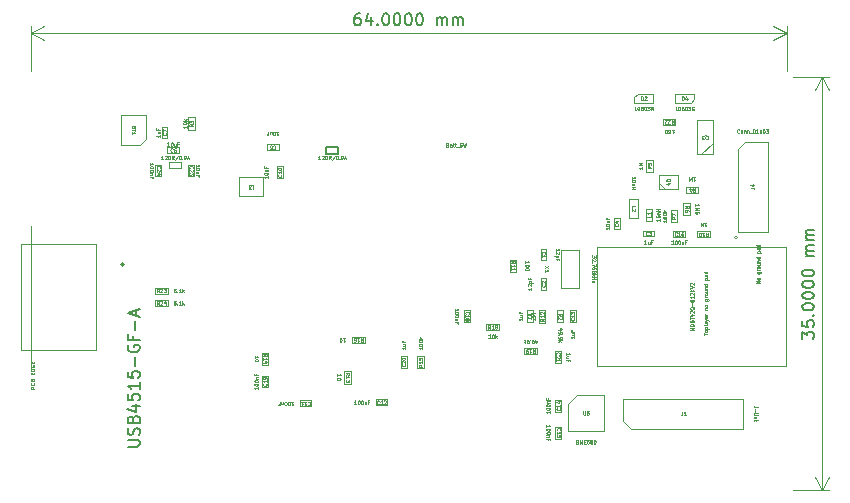
<source format=gbr>
%TF.GenerationSoftware,KiCad,Pcbnew,8.0.2-1*%
%TF.CreationDate,2024-09-30T14:56:41+09:00*%
%TF.ProjectId,gas_nrf52832,6761735f-6e72-4663-9532-3833322e6b69,rev?*%
%TF.SameCoordinates,Original*%
%TF.FileFunction,AssemblyDrawing,Top*%
%FSLAX46Y46*%
G04 Gerber Fmt 4.6, Leading zero omitted, Abs format (unit mm)*
G04 Created by KiCad (PCBNEW 8.0.2-1) date 2024-09-30 14:56:41*
%MOMM*%
%LPD*%
G01*
G04 APERTURE LIST*
%ADD10C,0.150000*%
%ADD11C,0.100000*%
%ADD12C,0.060000*%
%ADD13C,0.080000*%
%ADD14C,0.040000*%
%ADD15C,0.200000*%
G04 APERTURE END LIST*
D10*
X117257143Y-70104819D02*
X117066667Y-70104819D01*
X117066667Y-70104819D02*
X116971429Y-70152438D01*
X116971429Y-70152438D02*
X116923810Y-70200057D01*
X116923810Y-70200057D02*
X116828572Y-70342914D01*
X116828572Y-70342914D02*
X116780953Y-70533390D01*
X116780953Y-70533390D02*
X116780953Y-70914342D01*
X116780953Y-70914342D02*
X116828572Y-71009580D01*
X116828572Y-71009580D02*
X116876191Y-71057200D01*
X116876191Y-71057200D02*
X116971429Y-71104819D01*
X116971429Y-71104819D02*
X117161905Y-71104819D01*
X117161905Y-71104819D02*
X117257143Y-71057200D01*
X117257143Y-71057200D02*
X117304762Y-71009580D01*
X117304762Y-71009580D02*
X117352381Y-70914342D01*
X117352381Y-70914342D02*
X117352381Y-70676247D01*
X117352381Y-70676247D02*
X117304762Y-70581009D01*
X117304762Y-70581009D02*
X117257143Y-70533390D01*
X117257143Y-70533390D02*
X117161905Y-70485771D01*
X117161905Y-70485771D02*
X116971429Y-70485771D01*
X116971429Y-70485771D02*
X116876191Y-70533390D01*
X116876191Y-70533390D02*
X116828572Y-70581009D01*
X116828572Y-70581009D02*
X116780953Y-70676247D01*
X118209524Y-70438152D02*
X118209524Y-71104819D01*
X117971429Y-70057200D02*
X117733334Y-70771485D01*
X117733334Y-70771485D02*
X118352381Y-70771485D01*
X118733334Y-71009580D02*
X118780953Y-71057200D01*
X118780953Y-71057200D02*
X118733334Y-71104819D01*
X118733334Y-71104819D02*
X118685715Y-71057200D01*
X118685715Y-71057200D02*
X118733334Y-71009580D01*
X118733334Y-71009580D02*
X118733334Y-71104819D01*
X119400000Y-70104819D02*
X119495238Y-70104819D01*
X119495238Y-70104819D02*
X119590476Y-70152438D01*
X119590476Y-70152438D02*
X119638095Y-70200057D01*
X119638095Y-70200057D02*
X119685714Y-70295295D01*
X119685714Y-70295295D02*
X119733333Y-70485771D01*
X119733333Y-70485771D02*
X119733333Y-70723866D01*
X119733333Y-70723866D02*
X119685714Y-70914342D01*
X119685714Y-70914342D02*
X119638095Y-71009580D01*
X119638095Y-71009580D02*
X119590476Y-71057200D01*
X119590476Y-71057200D02*
X119495238Y-71104819D01*
X119495238Y-71104819D02*
X119400000Y-71104819D01*
X119400000Y-71104819D02*
X119304762Y-71057200D01*
X119304762Y-71057200D02*
X119257143Y-71009580D01*
X119257143Y-71009580D02*
X119209524Y-70914342D01*
X119209524Y-70914342D02*
X119161905Y-70723866D01*
X119161905Y-70723866D02*
X119161905Y-70485771D01*
X119161905Y-70485771D02*
X119209524Y-70295295D01*
X119209524Y-70295295D02*
X119257143Y-70200057D01*
X119257143Y-70200057D02*
X119304762Y-70152438D01*
X119304762Y-70152438D02*
X119400000Y-70104819D01*
X120352381Y-70104819D02*
X120447619Y-70104819D01*
X120447619Y-70104819D02*
X120542857Y-70152438D01*
X120542857Y-70152438D02*
X120590476Y-70200057D01*
X120590476Y-70200057D02*
X120638095Y-70295295D01*
X120638095Y-70295295D02*
X120685714Y-70485771D01*
X120685714Y-70485771D02*
X120685714Y-70723866D01*
X120685714Y-70723866D02*
X120638095Y-70914342D01*
X120638095Y-70914342D02*
X120590476Y-71009580D01*
X120590476Y-71009580D02*
X120542857Y-71057200D01*
X120542857Y-71057200D02*
X120447619Y-71104819D01*
X120447619Y-71104819D02*
X120352381Y-71104819D01*
X120352381Y-71104819D02*
X120257143Y-71057200D01*
X120257143Y-71057200D02*
X120209524Y-71009580D01*
X120209524Y-71009580D02*
X120161905Y-70914342D01*
X120161905Y-70914342D02*
X120114286Y-70723866D01*
X120114286Y-70723866D02*
X120114286Y-70485771D01*
X120114286Y-70485771D02*
X120161905Y-70295295D01*
X120161905Y-70295295D02*
X120209524Y-70200057D01*
X120209524Y-70200057D02*
X120257143Y-70152438D01*
X120257143Y-70152438D02*
X120352381Y-70104819D01*
X121304762Y-70104819D02*
X121400000Y-70104819D01*
X121400000Y-70104819D02*
X121495238Y-70152438D01*
X121495238Y-70152438D02*
X121542857Y-70200057D01*
X121542857Y-70200057D02*
X121590476Y-70295295D01*
X121590476Y-70295295D02*
X121638095Y-70485771D01*
X121638095Y-70485771D02*
X121638095Y-70723866D01*
X121638095Y-70723866D02*
X121590476Y-70914342D01*
X121590476Y-70914342D02*
X121542857Y-71009580D01*
X121542857Y-71009580D02*
X121495238Y-71057200D01*
X121495238Y-71057200D02*
X121400000Y-71104819D01*
X121400000Y-71104819D02*
X121304762Y-71104819D01*
X121304762Y-71104819D02*
X121209524Y-71057200D01*
X121209524Y-71057200D02*
X121161905Y-71009580D01*
X121161905Y-71009580D02*
X121114286Y-70914342D01*
X121114286Y-70914342D02*
X121066667Y-70723866D01*
X121066667Y-70723866D02*
X121066667Y-70485771D01*
X121066667Y-70485771D02*
X121114286Y-70295295D01*
X121114286Y-70295295D02*
X121161905Y-70200057D01*
X121161905Y-70200057D02*
X121209524Y-70152438D01*
X121209524Y-70152438D02*
X121304762Y-70104819D01*
X122257143Y-70104819D02*
X122352381Y-70104819D01*
X122352381Y-70104819D02*
X122447619Y-70152438D01*
X122447619Y-70152438D02*
X122495238Y-70200057D01*
X122495238Y-70200057D02*
X122542857Y-70295295D01*
X122542857Y-70295295D02*
X122590476Y-70485771D01*
X122590476Y-70485771D02*
X122590476Y-70723866D01*
X122590476Y-70723866D02*
X122542857Y-70914342D01*
X122542857Y-70914342D02*
X122495238Y-71009580D01*
X122495238Y-71009580D02*
X122447619Y-71057200D01*
X122447619Y-71057200D02*
X122352381Y-71104819D01*
X122352381Y-71104819D02*
X122257143Y-71104819D01*
X122257143Y-71104819D02*
X122161905Y-71057200D01*
X122161905Y-71057200D02*
X122114286Y-71009580D01*
X122114286Y-71009580D02*
X122066667Y-70914342D01*
X122066667Y-70914342D02*
X122019048Y-70723866D01*
X122019048Y-70723866D02*
X122019048Y-70485771D01*
X122019048Y-70485771D02*
X122066667Y-70295295D01*
X122066667Y-70295295D02*
X122114286Y-70200057D01*
X122114286Y-70200057D02*
X122161905Y-70152438D01*
X122161905Y-70152438D02*
X122257143Y-70104819D01*
X123780953Y-71104819D02*
X123780953Y-70438152D01*
X123780953Y-70533390D02*
X123828572Y-70485771D01*
X123828572Y-70485771D02*
X123923810Y-70438152D01*
X123923810Y-70438152D02*
X124066667Y-70438152D01*
X124066667Y-70438152D02*
X124161905Y-70485771D01*
X124161905Y-70485771D02*
X124209524Y-70581009D01*
X124209524Y-70581009D02*
X124209524Y-71104819D01*
X124209524Y-70581009D02*
X124257143Y-70485771D01*
X124257143Y-70485771D02*
X124352381Y-70438152D01*
X124352381Y-70438152D02*
X124495238Y-70438152D01*
X124495238Y-70438152D02*
X124590477Y-70485771D01*
X124590477Y-70485771D02*
X124638096Y-70581009D01*
X124638096Y-70581009D02*
X124638096Y-71104819D01*
X125114286Y-71104819D02*
X125114286Y-70438152D01*
X125114286Y-70533390D02*
X125161905Y-70485771D01*
X125161905Y-70485771D02*
X125257143Y-70438152D01*
X125257143Y-70438152D02*
X125400000Y-70438152D01*
X125400000Y-70438152D02*
X125495238Y-70485771D01*
X125495238Y-70485771D02*
X125542857Y-70581009D01*
X125542857Y-70581009D02*
X125542857Y-71104819D01*
X125542857Y-70581009D02*
X125590476Y-70485771D01*
X125590476Y-70485771D02*
X125685714Y-70438152D01*
X125685714Y-70438152D02*
X125828571Y-70438152D01*
X125828571Y-70438152D02*
X125923810Y-70485771D01*
X125923810Y-70485771D02*
X125971429Y-70581009D01*
X125971429Y-70581009D02*
X125971429Y-71104819D01*
D11*
X153400000Y-75000000D02*
X153400000Y-71213580D01*
X89400000Y-75000000D02*
X89400000Y-71213580D01*
X153400000Y-71800000D02*
X89400000Y-71800000D01*
X153400000Y-71800000D02*
X89400000Y-71800000D01*
X153400000Y-71800000D02*
X152273496Y-72386421D01*
X153400000Y-71800000D02*
X152273496Y-71213579D01*
X89400000Y-71800000D02*
X90526504Y-71213579D01*
X89400000Y-71800000D02*
X90526504Y-72386421D01*
D10*
X154704819Y-97666665D02*
X154704819Y-97047618D01*
X154704819Y-97047618D02*
X155085771Y-97380951D01*
X155085771Y-97380951D02*
X155085771Y-97238094D01*
X155085771Y-97238094D02*
X155133390Y-97142856D01*
X155133390Y-97142856D02*
X155181009Y-97095237D01*
X155181009Y-97095237D02*
X155276247Y-97047618D01*
X155276247Y-97047618D02*
X155514342Y-97047618D01*
X155514342Y-97047618D02*
X155609580Y-97095237D01*
X155609580Y-97095237D02*
X155657200Y-97142856D01*
X155657200Y-97142856D02*
X155704819Y-97238094D01*
X155704819Y-97238094D02*
X155704819Y-97523808D01*
X155704819Y-97523808D02*
X155657200Y-97619046D01*
X155657200Y-97619046D02*
X155609580Y-97666665D01*
X154704819Y-96142856D02*
X154704819Y-96619046D01*
X154704819Y-96619046D02*
X155181009Y-96666665D01*
X155181009Y-96666665D02*
X155133390Y-96619046D01*
X155133390Y-96619046D02*
X155085771Y-96523808D01*
X155085771Y-96523808D02*
X155085771Y-96285713D01*
X155085771Y-96285713D02*
X155133390Y-96190475D01*
X155133390Y-96190475D02*
X155181009Y-96142856D01*
X155181009Y-96142856D02*
X155276247Y-96095237D01*
X155276247Y-96095237D02*
X155514342Y-96095237D01*
X155514342Y-96095237D02*
X155609580Y-96142856D01*
X155609580Y-96142856D02*
X155657200Y-96190475D01*
X155657200Y-96190475D02*
X155704819Y-96285713D01*
X155704819Y-96285713D02*
X155704819Y-96523808D01*
X155704819Y-96523808D02*
X155657200Y-96619046D01*
X155657200Y-96619046D02*
X155609580Y-96666665D01*
X155609580Y-95666665D02*
X155657200Y-95619046D01*
X155657200Y-95619046D02*
X155704819Y-95666665D01*
X155704819Y-95666665D02*
X155657200Y-95714284D01*
X155657200Y-95714284D02*
X155609580Y-95666665D01*
X155609580Y-95666665D02*
X155704819Y-95666665D01*
X154704819Y-94999999D02*
X154704819Y-94904761D01*
X154704819Y-94904761D02*
X154752438Y-94809523D01*
X154752438Y-94809523D02*
X154800057Y-94761904D01*
X154800057Y-94761904D02*
X154895295Y-94714285D01*
X154895295Y-94714285D02*
X155085771Y-94666666D01*
X155085771Y-94666666D02*
X155323866Y-94666666D01*
X155323866Y-94666666D02*
X155514342Y-94714285D01*
X155514342Y-94714285D02*
X155609580Y-94761904D01*
X155609580Y-94761904D02*
X155657200Y-94809523D01*
X155657200Y-94809523D02*
X155704819Y-94904761D01*
X155704819Y-94904761D02*
X155704819Y-94999999D01*
X155704819Y-94999999D02*
X155657200Y-95095237D01*
X155657200Y-95095237D02*
X155609580Y-95142856D01*
X155609580Y-95142856D02*
X155514342Y-95190475D01*
X155514342Y-95190475D02*
X155323866Y-95238094D01*
X155323866Y-95238094D02*
X155085771Y-95238094D01*
X155085771Y-95238094D02*
X154895295Y-95190475D01*
X154895295Y-95190475D02*
X154800057Y-95142856D01*
X154800057Y-95142856D02*
X154752438Y-95095237D01*
X154752438Y-95095237D02*
X154704819Y-94999999D01*
X154704819Y-94047618D02*
X154704819Y-93952380D01*
X154704819Y-93952380D02*
X154752438Y-93857142D01*
X154752438Y-93857142D02*
X154800057Y-93809523D01*
X154800057Y-93809523D02*
X154895295Y-93761904D01*
X154895295Y-93761904D02*
X155085771Y-93714285D01*
X155085771Y-93714285D02*
X155323866Y-93714285D01*
X155323866Y-93714285D02*
X155514342Y-93761904D01*
X155514342Y-93761904D02*
X155609580Y-93809523D01*
X155609580Y-93809523D02*
X155657200Y-93857142D01*
X155657200Y-93857142D02*
X155704819Y-93952380D01*
X155704819Y-93952380D02*
X155704819Y-94047618D01*
X155704819Y-94047618D02*
X155657200Y-94142856D01*
X155657200Y-94142856D02*
X155609580Y-94190475D01*
X155609580Y-94190475D02*
X155514342Y-94238094D01*
X155514342Y-94238094D02*
X155323866Y-94285713D01*
X155323866Y-94285713D02*
X155085771Y-94285713D01*
X155085771Y-94285713D02*
X154895295Y-94238094D01*
X154895295Y-94238094D02*
X154800057Y-94190475D01*
X154800057Y-94190475D02*
X154752438Y-94142856D01*
X154752438Y-94142856D02*
X154704819Y-94047618D01*
X154704819Y-93095237D02*
X154704819Y-92999999D01*
X154704819Y-92999999D02*
X154752438Y-92904761D01*
X154752438Y-92904761D02*
X154800057Y-92857142D01*
X154800057Y-92857142D02*
X154895295Y-92809523D01*
X154895295Y-92809523D02*
X155085771Y-92761904D01*
X155085771Y-92761904D02*
X155323866Y-92761904D01*
X155323866Y-92761904D02*
X155514342Y-92809523D01*
X155514342Y-92809523D02*
X155609580Y-92857142D01*
X155609580Y-92857142D02*
X155657200Y-92904761D01*
X155657200Y-92904761D02*
X155704819Y-92999999D01*
X155704819Y-92999999D02*
X155704819Y-93095237D01*
X155704819Y-93095237D02*
X155657200Y-93190475D01*
X155657200Y-93190475D02*
X155609580Y-93238094D01*
X155609580Y-93238094D02*
X155514342Y-93285713D01*
X155514342Y-93285713D02*
X155323866Y-93333332D01*
X155323866Y-93333332D02*
X155085771Y-93333332D01*
X155085771Y-93333332D02*
X154895295Y-93285713D01*
X154895295Y-93285713D02*
X154800057Y-93238094D01*
X154800057Y-93238094D02*
X154752438Y-93190475D01*
X154752438Y-93190475D02*
X154704819Y-93095237D01*
X154704819Y-92142856D02*
X154704819Y-92047618D01*
X154704819Y-92047618D02*
X154752438Y-91952380D01*
X154752438Y-91952380D02*
X154800057Y-91904761D01*
X154800057Y-91904761D02*
X154895295Y-91857142D01*
X154895295Y-91857142D02*
X155085771Y-91809523D01*
X155085771Y-91809523D02*
X155323866Y-91809523D01*
X155323866Y-91809523D02*
X155514342Y-91857142D01*
X155514342Y-91857142D02*
X155609580Y-91904761D01*
X155609580Y-91904761D02*
X155657200Y-91952380D01*
X155657200Y-91952380D02*
X155704819Y-92047618D01*
X155704819Y-92047618D02*
X155704819Y-92142856D01*
X155704819Y-92142856D02*
X155657200Y-92238094D01*
X155657200Y-92238094D02*
X155609580Y-92285713D01*
X155609580Y-92285713D02*
X155514342Y-92333332D01*
X155514342Y-92333332D02*
X155323866Y-92380951D01*
X155323866Y-92380951D02*
X155085771Y-92380951D01*
X155085771Y-92380951D02*
X154895295Y-92333332D01*
X154895295Y-92333332D02*
X154800057Y-92285713D01*
X154800057Y-92285713D02*
X154752438Y-92238094D01*
X154752438Y-92238094D02*
X154704819Y-92142856D01*
X155704819Y-90619046D02*
X155038152Y-90619046D01*
X155133390Y-90619046D02*
X155085771Y-90571427D01*
X155085771Y-90571427D02*
X155038152Y-90476189D01*
X155038152Y-90476189D02*
X155038152Y-90333332D01*
X155038152Y-90333332D02*
X155085771Y-90238094D01*
X155085771Y-90238094D02*
X155181009Y-90190475D01*
X155181009Y-90190475D02*
X155704819Y-90190475D01*
X155181009Y-90190475D02*
X155085771Y-90142856D01*
X155085771Y-90142856D02*
X155038152Y-90047618D01*
X155038152Y-90047618D02*
X155038152Y-89904761D01*
X155038152Y-89904761D02*
X155085771Y-89809522D01*
X155085771Y-89809522D02*
X155181009Y-89761903D01*
X155181009Y-89761903D02*
X155704819Y-89761903D01*
X155704819Y-89285713D02*
X155038152Y-89285713D01*
X155133390Y-89285713D02*
X155085771Y-89238094D01*
X155085771Y-89238094D02*
X155038152Y-89142856D01*
X155038152Y-89142856D02*
X155038152Y-88999999D01*
X155038152Y-88999999D02*
X155085771Y-88904761D01*
X155085771Y-88904761D02*
X155181009Y-88857142D01*
X155181009Y-88857142D02*
X155704819Y-88857142D01*
X155181009Y-88857142D02*
X155085771Y-88809523D01*
X155085771Y-88809523D02*
X155038152Y-88714285D01*
X155038152Y-88714285D02*
X155038152Y-88571428D01*
X155038152Y-88571428D02*
X155085771Y-88476189D01*
X155085771Y-88476189D02*
X155181009Y-88428570D01*
X155181009Y-88428570D02*
X155704819Y-88428570D01*
D11*
X153900000Y-75500000D02*
X156986420Y-75500000D01*
X153900000Y-110500000D02*
X156986420Y-110500000D01*
X156400000Y-75500000D02*
X156400000Y-110500000D01*
X156400000Y-75500000D02*
X156400000Y-110500000D01*
X156400000Y-75500000D02*
X156986421Y-76626504D01*
X156400000Y-75500000D02*
X155813579Y-76626504D01*
X156400000Y-110500000D02*
X155813579Y-109373496D01*
X156400000Y-110500000D02*
X156986421Y-109373496D01*
D12*
X143205665Y-87596427D02*
X143205665Y-87767856D01*
X143205665Y-87682141D02*
X142905665Y-87682141D01*
X142905665Y-87682141D02*
X142948522Y-87710713D01*
X142948522Y-87710713D02*
X142977094Y-87739284D01*
X142977094Y-87739284D02*
X142991380Y-87767856D01*
X143034237Y-87424999D02*
X143019951Y-87453570D01*
X143019951Y-87453570D02*
X143005665Y-87467856D01*
X143005665Y-87467856D02*
X142977094Y-87482142D01*
X142977094Y-87482142D02*
X142962808Y-87482142D01*
X142962808Y-87482142D02*
X142934237Y-87467856D01*
X142934237Y-87467856D02*
X142919951Y-87453570D01*
X142919951Y-87453570D02*
X142905665Y-87424999D01*
X142905665Y-87424999D02*
X142905665Y-87367856D01*
X142905665Y-87367856D02*
X142919951Y-87339285D01*
X142919951Y-87339285D02*
X142934237Y-87324999D01*
X142934237Y-87324999D02*
X142962808Y-87310713D01*
X142962808Y-87310713D02*
X142977094Y-87310713D01*
X142977094Y-87310713D02*
X143005665Y-87324999D01*
X143005665Y-87324999D02*
X143019951Y-87339285D01*
X143019951Y-87339285D02*
X143034237Y-87367856D01*
X143034237Y-87367856D02*
X143034237Y-87424999D01*
X143034237Y-87424999D02*
X143048522Y-87453570D01*
X143048522Y-87453570D02*
X143062808Y-87467856D01*
X143062808Y-87467856D02*
X143091380Y-87482142D01*
X143091380Y-87482142D02*
X143148522Y-87482142D01*
X143148522Y-87482142D02*
X143177094Y-87467856D01*
X143177094Y-87467856D02*
X143191380Y-87453570D01*
X143191380Y-87453570D02*
X143205665Y-87424999D01*
X143205665Y-87424999D02*
X143205665Y-87367856D01*
X143205665Y-87367856D02*
X143191380Y-87339285D01*
X143191380Y-87339285D02*
X143177094Y-87324999D01*
X143177094Y-87324999D02*
X143148522Y-87310713D01*
X143148522Y-87310713D02*
X143091380Y-87310713D01*
X143091380Y-87310713D02*
X143062808Y-87324999D01*
X143062808Y-87324999D02*
X143048522Y-87339285D01*
X143048522Y-87339285D02*
X143034237Y-87367856D01*
X142905665Y-87124999D02*
X142905665Y-87096428D01*
X142905665Y-87096428D02*
X142919951Y-87067856D01*
X142919951Y-87067856D02*
X142934237Y-87053571D01*
X142934237Y-87053571D02*
X142962808Y-87039285D01*
X142962808Y-87039285D02*
X143019951Y-87024999D01*
X143019951Y-87024999D02*
X143091380Y-87024999D01*
X143091380Y-87024999D02*
X143148522Y-87039285D01*
X143148522Y-87039285D02*
X143177094Y-87053571D01*
X143177094Y-87053571D02*
X143191380Y-87067856D01*
X143191380Y-87067856D02*
X143205665Y-87096428D01*
X143205665Y-87096428D02*
X143205665Y-87124999D01*
X143205665Y-87124999D02*
X143191380Y-87153571D01*
X143191380Y-87153571D02*
X143177094Y-87167856D01*
X143177094Y-87167856D02*
X143148522Y-87182142D01*
X143148522Y-87182142D02*
X143091380Y-87196428D01*
X143091380Y-87196428D02*
X143019951Y-87196428D01*
X143019951Y-87196428D02*
X142962808Y-87182142D01*
X142962808Y-87182142D02*
X142934237Y-87167856D01*
X142934237Y-87167856D02*
X142919951Y-87153571D01*
X142919951Y-87153571D02*
X142905665Y-87124999D01*
X143205665Y-86896428D02*
X142905665Y-86896428D01*
X143091380Y-86867857D02*
X143205665Y-86782142D01*
X143005665Y-86782142D02*
X143119951Y-86896428D01*
X143960665Y-87324999D02*
X143817808Y-87424999D01*
X143960665Y-87496428D02*
X143660665Y-87496428D01*
X143660665Y-87496428D02*
X143660665Y-87382142D01*
X143660665Y-87382142D02*
X143674951Y-87353571D01*
X143674951Y-87353571D02*
X143689237Y-87339285D01*
X143689237Y-87339285D02*
X143717808Y-87324999D01*
X143717808Y-87324999D02*
X143760665Y-87324999D01*
X143760665Y-87324999D02*
X143789237Y-87339285D01*
X143789237Y-87339285D02*
X143803522Y-87353571D01*
X143803522Y-87353571D02*
X143817808Y-87382142D01*
X143817808Y-87382142D02*
X143817808Y-87496428D01*
X143660665Y-87224999D02*
X143660665Y-87024999D01*
X143660665Y-87024999D02*
X143960665Y-87153571D01*
X128316429Y-97585665D02*
X128145000Y-97585665D01*
X128230715Y-97585665D02*
X128230715Y-97285665D01*
X128230715Y-97285665D02*
X128202143Y-97328522D01*
X128202143Y-97328522D02*
X128173572Y-97357094D01*
X128173572Y-97357094D02*
X128145000Y-97371380D01*
X128502143Y-97285665D02*
X128530714Y-97285665D01*
X128530714Y-97285665D02*
X128559286Y-97299951D01*
X128559286Y-97299951D02*
X128573572Y-97314237D01*
X128573572Y-97314237D02*
X128587857Y-97342808D01*
X128587857Y-97342808D02*
X128602143Y-97399951D01*
X128602143Y-97399951D02*
X128602143Y-97471380D01*
X128602143Y-97471380D02*
X128587857Y-97528522D01*
X128587857Y-97528522D02*
X128573572Y-97557094D01*
X128573572Y-97557094D02*
X128559286Y-97571380D01*
X128559286Y-97571380D02*
X128530714Y-97585665D01*
X128530714Y-97585665D02*
X128502143Y-97585665D01*
X128502143Y-97585665D02*
X128473572Y-97571380D01*
X128473572Y-97571380D02*
X128459286Y-97557094D01*
X128459286Y-97557094D02*
X128445000Y-97528522D01*
X128445000Y-97528522D02*
X128430714Y-97471380D01*
X128430714Y-97471380D02*
X128430714Y-97399951D01*
X128430714Y-97399951D02*
X128445000Y-97342808D01*
X128445000Y-97342808D02*
X128459286Y-97314237D01*
X128459286Y-97314237D02*
X128473572Y-97299951D01*
X128473572Y-97299951D02*
X128502143Y-97285665D01*
X128730714Y-97585665D02*
X128730714Y-97285665D01*
X128759286Y-97471380D02*
X128845000Y-97585665D01*
X128845000Y-97385665D02*
X128730714Y-97499951D01*
X128302143Y-96795665D02*
X128202143Y-96652808D01*
X128130714Y-96795665D02*
X128130714Y-96495665D01*
X128130714Y-96495665D02*
X128245000Y-96495665D01*
X128245000Y-96495665D02*
X128273571Y-96509951D01*
X128273571Y-96509951D02*
X128287857Y-96524237D01*
X128287857Y-96524237D02*
X128302143Y-96552808D01*
X128302143Y-96552808D02*
X128302143Y-96595665D01*
X128302143Y-96595665D02*
X128287857Y-96624237D01*
X128287857Y-96624237D02*
X128273571Y-96638522D01*
X128273571Y-96638522D02*
X128245000Y-96652808D01*
X128245000Y-96652808D02*
X128130714Y-96652808D01*
X128587857Y-96795665D02*
X128416428Y-96795665D01*
X128502143Y-96795665D02*
X128502143Y-96495665D01*
X128502143Y-96495665D02*
X128473571Y-96538522D01*
X128473571Y-96538522D02*
X128445000Y-96567094D01*
X128445000Y-96567094D02*
X128416428Y-96581380D01*
X128759285Y-96624237D02*
X128730714Y-96609951D01*
X128730714Y-96609951D02*
X128716428Y-96595665D01*
X128716428Y-96595665D02*
X128702142Y-96567094D01*
X128702142Y-96567094D02*
X128702142Y-96552808D01*
X128702142Y-96552808D02*
X128716428Y-96524237D01*
X128716428Y-96524237D02*
X128730714Y-96509951D01*
X128730714Y-96509951D02*
X128759285Y-96495665D01*
X128759285Y-96495665D02*
X128816428Y-96495665D01*
X128816428Y-96495665D02*
X128845000Y-96509951D01*
X128845000Y-96509951D02*
X128859285Y-96524237D01*
X128859285Y-96524237D02*
X128873571Y-96552808D01*
X128873571Y-96552808D02*
X128873571Y-96567094D01*
X128873571Y-96567094D02*
X128859285Y-96595665D01*
X128859285Y-96595665D02*
X128845000Y-96609951D01*
X128845000Y-96609951D02*
X128816428Y-96624237D01*
X128816428Y-96624237D02*
X128759285Y-96624237D01*
X128759285Y-96624237D02*
X128730714Y-96638522D01*
X128730714Y-96638522D02*
X128716428Y-96652808D01*
X128716428Y-96652808D02*
X128702142Y-96681380D01*
X128702142Y-96681380D02*
X128702142Y-96738522D01*
X128702142Y-96738522D02*
X128716428Y-96767094D01*
X128716428Y-96767094D02*
X128730714Y-96781380D01*
X128730714Y-96781380D02*
X128759285Y-96795665D01*
X128759285Y-96795665D02*
X128816428Y-96795665D01*
X128816428Y-96795665D02*
X128845000Y-96781380D01*
X128845000Y-96781380D02*
X128859285Y-96767094D01*
X128859285Y-96767094D02*
X128873571Y-96738522D01*
X128873571Y-96738522D02*
X128873571Y-96681380D01*
X128873571Y-96681380D02*
X128859285Y-96652808D01*
X128859285Y-96652808D02*
X128845000Y-96638522D01*
X128845000Y-96638522D02*
X128816428Y-96624237D01*
X108099999Y-84659334D02*
X108242856Y-84659334D01*
X108242856Y-84659334D02*
X108242856Y-84959334D01*
X108028570Y-84959334D02*
X107842856Y-84959334D01*
X107842856Y-84959334D02*
X107942856Y-84845048D01*
X107942856Y-84845048D02*
X107899999Y-84845048D01*
X107899999Y-84845048D02*
X107871428Y-84830762D01*
X107871428Y-84830762D02*
X107857142Y-84816477D01*
X107857142Y-84816477D02*
X107842856Y-84787905D01*
X107842856Y-84787905D02*
X107842856Y-84716477D01*
X107842856Y-84716477D02*
X107857142Y-84687905D01*
X107857142Y-84687905D02*
X107871428Y-84673620D01*
X107871428Y-84673620D02*
X107899999Y-84659334D01*
X107899999Y-84659334D02*
X107985713Y-84659334D01*
X107985713Y-84659334D02*
X108014285Y-84673620D01*
X108014285Y-84673620D02*
X108028570Y-84687905D01*
X108625665Y-101739285D02*
X108625665Y-101910714D01*
X108625665Y-101824999D02*
X108325665Y-101824999D01*
X108325665Y-101824999D02*
X108368522Y-101853571D01*
X108368522Y-101853571D02*
X108397094Y-101882142D01*
X108397094Y-101882142D02*
X108411380Y-101910714D01*
X108325665Y-101553571D02*
X108325665Y-101525000D01*
X108325665Y-101525000D02*
X108339951Y-101496428D01*
X108339951Y-101496428D02*
X108354237Y-101482143D01*
X108354237Y-101482143D02*
X108382808Y-101467857D01*
X108382808Y-101467857D02*
X108439951Y-101453571D01*
X108439951Y-101453571D02*
X108511380Y-101453571D01*
X108511380Y-101453571D02*
X108568522Y-101467857D01*
X108568522Y-101467857D02*
X108597094Y-101482143D01*
X108597094Y-101482143D02*
X108611380Y-101496428D01*
X108611380Y-101496428D02*
X108625665Y-101525000D01*
X108625665Y-101525000D02*
X108625665Y-101553571D01*
X108625665Y-101553571D02*
X108611380Y-101582143D01*
X108611380Y-101582143D02*
X108597094Y-101596428D01*
X108597094Y-101596428D02*
X108568522Y-101610714D01*
X108568522Y-101610714D02*
X108511380Y-101625000D01*
X108511380Y-101625000D02*
X108439951Y-101625000D01*
X108439951Y-101625000D02*
X108382808Y-101610714D01*
X108382808Y-101610714D02*
X108354237Y-101596428D01*
X108354237Y-101596428D02*
X108339951Y-101582143D01*
X108339951Y-101582143D02*
X108325665Y-101553571D01*
X108325665Y-101267857D02*
X108325665Y-101239286D01*
X108325665Y-101239286D02*
X108339951Y-101210714D01*
X108339951Y-101210714D02*
X108354237Y-101196429D01*
X108354237Y-101196429D02*
X108382808Y-101182143D01*
X108382808Y-101182143D02*
X108439951Y-101167857D01*
X108439951Y-101167857D02*
X108511380Y-101167857D01*
X108511380Y-101167857D02*
X108568522Y-101182143D01*
X108568522Y-101182143D02*
X108597094Y-101196429D01*
X108597094Y-101196429D02*
X108611380Y-101210714D01*
X108611380Y-101210714D02*
X108625665Y-101239286D01*
X108625665Y-101239286D02*
X108625665Y-101267857D01*
X108625665Y-101267857D02*
X108611380Y-101296429D01*
X108611380Y-101296429D02*
X108597094Y-101310714D01*
X108597094Y-101310714D02*
X108568522Y-101325000D01*
X108568522Y-101325000D02*
X108511380Y-101339286D01*
X108511380Y-101339286D02*
X108439951Y-101339286D01*
X108439951Y-101339286D02*
X108382808Y-101325000D01*
X108382808Y-101325000D02*
X108354237Y-101310714D01*
X108354237Y-101310714D02*
X108339951Y-101296429D01*
X108339951Y-101296429D02*
X108325665Y-101267857D01*
X108425665Y-101039286D02*
X108625665Y-101039286D01*
X108454237Y-101039286D02*
X108439951Y-101025000D01*
X108439951Y-101025000D02*
X108425665Y-100996429D01*
X108425665Y-100996429D02*
X108425665Y-100953572D01*
X108425665Y-100953572D02*
X108439951Y-100925000D01*
X108439951Y-100925000D02*
X108468522Y-100910715D01*
X108468522Y-100910715D02*
X108625665Y-100910715D01*
X108468522Y-100667857D02*
X108468522Y-100767857D01*
X108625665Y-100767857D02*
X108325665Y-100767857D01*
X108325665Y-100767857D02*
X108325665Y-100625000D01*
X109327094Y-101467856D02*
X109341380Y-101482142D01*
X109341380Y-101482142D02*
X109355665Y-101524999D01*
X109355665Y-101524999D02*
X109355665Y-101553571D01*
X109355665Y-101553571D02*
X109341380Y-101596428D01*
X109341380Y-101596428D02*
X109312808Y-101624999D01*
X109312808Y-101624999D02*
X109284237Y-101639285D01*
X109284237Y-101639285D02*
X109227094Y-101653571D01*
X109227094Y-101653571D02*
X109184237Y-101653571D01*
X109184237Y-101653571D02*
X109127094Y-101639285D01*
X109127094Y-101639285D02*
X109098522Y-101624999D01*
X109098522Y-101624999D02*
X109069951Y-101596428D01*
X109069951Y-101596428D02*
X109055665Y-101553571D01*
X109055665Y-101553571D02*
X109055665Y-101524999D01*
X109055665Y-101524999D02*
X109069951Y-101482142D01*
X109069951Y-101482142D02*
X109084237Y-101467856D01*
X109355665Y-101182142D02*
X109355665Y-101353571D01*
X109355665Y-101267856D02*
X109055665Y-101267856D01*
X109055665Y-101267856D02*
X109098522Y-101296428D01*
X109098522Y-101296428D02*
X109127094Y-101324999D01*
X109127094Y-101324999D02*
X109141380Y-101353571D01*
X109355665Y-101039285D02*
X109355665Y-100982142D01*
X109355665Y-100982142D02*
X109341380Y-100953571D01*
X109341380Y-100953571D02*
X109327094Y-100939285D01*
X109327094Y-100939285D02*
X109284237Y-100910714D01*
X109284237Y-100910714D02*
X109227094Y-100896428D01*
X109227094Y-100896428D02*
X109112808Y-100896428D01*
X109112808Y-100896428D02*
X109084237Y-100910714D01*
X109084237Y-100910714D02*
X109069951Y-100925000D01*
X109069951Y-100925000D02*
X109055665Y-100953571D01*
X109055665Y-100953571D02*
X109055665Y-101010714D01*
X109055665Y-101010714D02*
X109069951Y-101039285D01*
X109069951Y-101039285D02*
X109084237Y-101053571D01*
X109084237Y-101053571D02*
X109112808Y-101067857D01*
X109112808Y-101067857D02*
X109184237Y-101067857D01*
X109184237Y-101067857D02*
X109212808Y-101053571D01*
X109212808Y-101053571D02*
X109227094Y-101039285D01*
X109227094Y-101039285D02*
X109241380Y-101010714D01*
X109241380Y-101010714D02*
X109241380Y-100953571D01*
X109241380Y-100953571D02*
X109227094Y-100925000D01*
X109227094Y-100925000D02*
X109212808Y-100910714D01*
X109212808Y-100910714D02*
X109184237Y-100896428D01*
X140671429Y-78295665D02*
X140528572Y-78295665D01*
X140528572Y-78295665D02*
X140528572Y-77995665D01*
X140828572Y-77995665D02*
X140857143Y-77995665D01*
X140857143Y-77995665D02*
X140885715Y-78009951D01*
X140885715Y-78009951D02*
X140900001Y-78024237D01*
X140900001Y-78024237D02*
X140914286Y-78052808D01*
X140914286Y-78052808D02*
X140928572Y-78109951D01*
X140928572Y-78109951D02*
X140928572Y-78181380D01*
X140928572Y-78181380D02*
X140914286Y-78238522D01*
X140914286Y-78238522D02*
X140900001Y-78267094D01*
X140900001Y-78267094D02*
X140885715Y-78281380D01*
X140885715Y-78281380D02*
X140857143Y-78295665D01*
X140857143Y-78295665D02*
X140828572Y-78295665D01*
X140828572Y-78295665D02*
X140800001Y-78281380D01*
X140800001Y-78281380D02*
X140785715Y-78267094D01*
X140785715Y-78267094D02*
X140771429Y-78238522D01*
X140771429Y-78238522D02*
X140757143Y-78181380D01*
X140757143Y-78181380D02*
X140757143Y-78109951D01*
X140757143Y-78109951D02*
X140771429Y-78052808D01*
X140771429Y-78052808D02*
X140785715Y-78024237D01*
X140785715Y-78024237D02*
X140800001Y-78009951D01*
X140800001Y-78009951D02*
X140828572Y-77995665D01*
X141185715Y-77995665D02*
X141128572Y-77995665D01*
X141128572Y-77995665D02*
X141100000Y-78009951D01*
X141100000Y-78009951D02*
X141085715Y-78024237D01*
X141085715Y-78024237D02*
X141057143Y-78067094D01*
X141057143Y-78067094D02*
X141042857Y-78124237D01*
X141042857Y-78124237D02*
X141042857Y-78238522D01*
X141042857Y-78238522D02*
X141057143Y-78267094D01*
X141057143Y-78267094D02*
X141071429Y-78281380D01*
X141071429Y-78281380D02*
X141100000Y-78295665D01*
X141100000Y-78295665D02*
X141157143Y-78295665D01*
X141157143Y-78295665D02*
X141185715Y-78281380D01*
X141185715Y-78281380D02*
X141200000Y-78267094D01*
X141200000Y-78267094D02*
X141214286Y-78238522D01*
X141214286Y-78238522D02*
X141214286Y-78167094D01*
X141214286Y-78167094D02*
X141200000Y-78138522D01*
X141200000Y-78138522D02*
X141185715Y-78124237D01*
X141185715Y-78124237D02*
X141157143Y-78109951D01*
X141157143Y-78109951D02*
X141100000Y-78109951D01*
X141100000Y-78109951D02*
X141071429Y-78124237D01*
X141071429Y-78124237D02*
X141057143Y-78138522D01*
X141057143Y-78138522D02*
X141042857Y-78167094D01*
X141400000Y-77995665D02*
X141428571Y-77995665D01*
X141428571Y-77995665D02*
X141457143Y-78009951D01*
X141457143Y-78009951D02*
X141471429Y-78024237D01*
X141471429Y-78024237D02*
X141485714Y-78052808D01*
X141485714Y-78052808D02*
X141500000Y-78109951D01*
X141500000Y-78109951D02*
X141500000Y-78181380D01*
X141500000Y-78181380D02*
X141485714Y-78238522D01*
X141485714Y-78238522D02*
X141471429Y-78267094D01*
X141471429Y-78267094D02*
X141457143Y-78281380D01*
X141457143Y-78281380D02*
X141428571Y-78295665D01*
X141428571Y-78295665D02*
X141400000Y-78295665D01*
X141400000Y-78295665D02*
X141371429Y-78281380D01*
X141371429Y-78281380D02*
X141357143Y-78267094D01*
X141357143Y-78267094D02*
X141342857Y-78238522D01*
X141342857Y-78238522D02*
X141328571Y-78181380D01*
X141328571Y-78181380D02*
X141328571Y-78109951D01*
X141328571Y-78109951D02*
X141342857Y-78052808D01*
X141342857Y-78052808D02*
X141357143Y-78024237D01*
X141357143Y-78024237D02*
X141371429Y-78009951D01*
X141371429Y-78009951D02*
X141400000Y-77995665D01*
X141600000Y-77995665D02*
X141785714Y-77995665D01*
X141785714Y-77995665D02*
X141685714Y-78109951D01*
X141685714Y-78109951D02*
X141728571Y-78109951D01*
X141728571Y-78109951D02*
X141757143Y-78124237D01*
X141757143Y-78124237D02*
X141771428Y-78138522D01*
X141771428Y-78138522D02*
X141785714Y-78167094D01*
X141785714Y-78167094D02*
X141785714Y-78238522D01*
X141785714Y-78238522D02*
X141771428Y-78267094D01*
X141771428Y-78267094D02*
X141757143Y-78281380D01*
X141757143Y-78281380D02*
X141728571Y-78295665D01*
X141728571Y-78295665D02*
X141642857Y-78295665D01*
X141642857Y-78295665D02*
X141614285Y-78281380D01*
X141614285Y-78281380D02*
X141600000Y-78267094D01*
X142085714Y-78295665D02*
X141985714Y-78152808D01*
X141914285Y-78295665D02*
X141914285Y-77995665D01*
X141914285Y-77995665D02*
X142028571Y-77995665D01*
X142028571Y-77995665D02*
X142057142Y-78009951D01*
X142057142Y-78009951D02*
X142071428Y-78024237D01*
X142071428Y-78024237D02*
X142085714Y-78052808D01*
X142085714Y-78052808D02*
X142085714Y-78095665D01*
X142085714Y-78095665D02*
X142071428Y-78124237D01*
X142071428Y-78124237D02*
X142057142Y-78138522D01*
X142057142Y-78138522D02*
X142028571Y-78152808D01*
X142028571Y-78152808D02*
X141914285Y-78152808D01*
X141078571Y-77435665D02*
X141078571Y-77135665D01*
X141078571Y-77135665D02*
X141150000Y-77135665D01*
X141150000Y-77135665D02*
X141192857Y-77149951D01*
X141192857Y-77149951D02*
X141221428Y-77178522D01*
X141221428Y-77178522D02*
X141235714Y-77207094D01*
X141235714Y-77207094D02*
X141250000Y-77264237D01*
X141250000Y-77264237D02*
X141250000Y-77307094D01*
X141250000Y-77307094D02*
X141235714Y-77364237D01*
X141235714Y-77364237D02*
X141221428Y-77392808D01*
X141221428Y-77392808D02*
X141192857Y-77421380D01*
X141192857Y-77421380D02*
X141150000Y-77435665D01*
X141150000Y-77435665D02*
X141078571Y-77435665D01*
X141364285Y-77164237D02*
X141378571Y-77149951D01*
X141378571Y-77149951D02*
X141407143Y-77135665D01*
X141407143Y-77135665D02*
X141478571Y-77135665D01*
X141478571Y-77135665D02*
X141507143Y-77149951D01*
X141507143Y-77149951D02*
X141521428Y-77164237D01*
X141521428Y-77164237D02*
X141535714Y-77192808D01*
X141535714Y-77192808D02*
X141535714Y-77221380D01*
X141535714Y-77221380D02*
X141521428Y-77264237D01*
X141521428Y-77264237D02*
X141350000Y-77435665D01*
X141350000Y-77435665D02*
X141535714Y-77435665D01*
X141175665Y-83095713D02*
X141175665Y-83267142D01*
X141175665Y-83181427D02*
X140875665Y-83181427D01*
X140875665Y-83181427D02*
X140918522Y-83209999D01*
X140918522Y-83209999D02*
X140947094Y-83238570D01*
X140947094Y-83238570D02*
X140961380Y-83267142D01*
X141175665Y-82967142D02*
X140875665Y-82967142D01*
X140875665Y-82967142D02*
X141089951Y-82867142D01*
X141089951Y-82867142D02*
X140875665Y-82767142D01*
X140875665Y-82767142D02*
X141175665Y-82767142D01*
X141910665Y-83059999D02*
X141767808Y-83159999D01*
X141910665Y-83231428D02*
X141610665Y-83231428D01*
X141610665Y-83231428D02*
X141610665Y-83117142D01*
X141610665Y-83117142D02*
X141624951Y-83088571D01*
X141624951Y-83088571D02*
X141639237Y-83074285D01*
X141639237Y-83074285D02*
X141667808Y-83059999D01*
X141667808Y-83059999D02*
X141710665Y-83059999D01*
X141710665Y-83059999D02*
X141739237Y-83074285D01*
X141739237Y-83074285D02*
X141753522Y-83088571D01*
X141753522Y-83088571D02*
X141767808Y-83117142D01*
X141767808Y-83117142D02*
X141767808Y-83231428D01*
X141610665Y-82788571D02*
X141610665Y-82931428D01*
X141610665Y-82931428D02*
X141753522Y-82945714D01*
X141753522Y-82945714D02*
X141739237Y-82931428D01*
X141739237Y-82931428D02*
X141724951Y-82902857D01*
X141724951Y-82902857D02*
X141724951Y-82831428D01*
X141724951Y-82831428D02*
X141739237Y-82802857D01*
X141739237Y-82802857D02*
X141753522Y-82788571D01*
X141753522Y-82788571D02*
X141782094Y-82774285D01*
X141782094Y-82774285D02*
X141853522Y-82774285D01*
X141853522Y-82774285D02*
X141882094Y-82788571D01*
X141882094Y-82788571D02*
X141896380Y-82802857D01*
X141896380Y-82802857D02*
X141910665Y-82831428D01*
X141910665Y-82831428D02*
X141910665Y-82902857D01*
X141910665Y-82902857D02*
X141896380Y-82931428D01*
X141896380Y-82931428D02*
X141882094Y-82945714D01*
X98101477Y-79769286D02*
X98087191Y-79812143D01*
X98087191Y-79812143D02*
X98072905Y-79826429D01*
X98072905Y-79826429D02*
X98044334Y-79840715D01*
X98044334Y-79840715D02*
X98001477Y-79840715D01*
X98001477Y-79840715D02*
X97972905Y-79826429D01*
X97972905Y-79826429D02*
X97958620Y-79812143D01*
X97958620Y-79812143D02*
X97944334Y-79783572D01*
X97944334Y-79783572D02*
X97944334Y-79669286D01*
X97944334Y-79669286D02*
X98244334Y-79669286D01*
X98244334Y-79669286D02*
X98244334Y-79769286D01*
X98244334Y-79769286D02*
X98230048Y-79797858D01*
X98230048Y-79797858D02*
X98215762Y-79812143D01*
X98215762Y-79812143D02*
X98187191Y-79826429D01*
X98187191Y-79826429D02*
X98158620Y-79826429D01*
X98158620Y-79826429D02*
X98130048Y-79812143D01*
X98130048Y-79812143D02*
X98115762Y-79797858D01*
X98115762Y-79797858D02*
X98101477Y-79769286D01*
X98101477Y-79769286D02*
X98101477Y-79669286D01*
X98244334Y-79926429D02*
X98244334Y-80097858D01*
X97944334Y-80012143D02*
X98244334Y-80012143D01*
X97944334Y-80355000D02*
X97944334Y-80183571D01*
X97944334Y-80269286D02*
X98244334Y-80269286D01*
X98244334Y-80269286D02*
X98201477Y-80240714D01*
X98201477Y-80240714D02*
X98172905Y-80212143D01*
X98172905Y-80212143D02*
X98158620Y-80183571D01*
X150934334Y-103449999D02*
X150720048Y-103449999D01*
X150720048Y-103449999D02*
X150677191Y-103435714D01*
X150677191Y-103435714D02*
X150648620Y-103407142D01*
X150648620Y-103407142D02*
X150634334Y-103364285D01*
X150634334Y-103364285D02*
X150634334Y-103335714D01*
X150748620Y-103592856D02*
X150748620Y-103821428D01*
X150634334Y-104007142D02*
X150648620Y-103978571D01*
X150648620Y-103978571D02*
X150677191Y-103964285D01*
X150677191Y-103964285D02*
X150934334Y-103964285D01*
X150634334Y-104121428D02*
X150834334Y-104121428D01*
X150934334Y-104121428D02*
X150920048Y-104107142D01*
X150920048Y-104107142D02*
X150905762Y-104121428D01*
X150905762Y-104121428D02*
X150920048Y-104135714D01*
X150920048Y-104135714D02*
X150934334Y-104121428D01*
X150934334Y-104121428D02*
X150905762Y-104121428D01*
X150834334Y-104264285D02*
X150634334Y-104264285D01*
X150805762Y-104264285D02*
X150820048Y-104278571D01*
X150820048Y-104278571D02*
X150834334Y-104307142D01*
X150834334Y-104307142D02*
X150834334Y-104349999D01*
X150834334Y-104349999D02*
X150820048Y-104378571D01*
X150820048Y-104378571D02*
X150791477Y-104392857D01*
X150791477Y-104392857D02*
X150634334Y-104392857D01*
X150634334Y-104535714D02*
X150934334Y-104535714D01*
X150748620Y-104564286D02*
X150634334Y-104650000D01*
X150834334Y-104650000D02*
X150720048Y-104535714D01*
X144530000Y-103835665D02*
X144530000Y-104049951D01*
X144530000Y-104049951D02*
X144515715Y-104092808D01*
X144515715Y-104092808D02*
X144487143Y-104121380D01*
X144487143Y-104121380D02*
X144444286Y-104135665D01*
X144444286Y-104135665D02*
X144415715Y-104135665D01*
X144830000Y-104135665D02*
X144658571Y-104135665D01*
X144744286Y-104135665D02*
X144744286Y-103835665D01*
X144744286Y-103835665D02*
X144715714Y-103878522D01*
X144715714Y-103878522D02*
X144687143Y-103907094D01*
X144687143Y-103907094D02*
X144658571Y-103921380D01*
X137214334Y-90607144D02*
X137214334Y-90792858D01*
X137214334Y-90792858D02*
X137100048Y-90692858D01*
X137100048Y-90692858D02*
X137100048Y-90735715D01*
X137100048Y-90735715D02*
X137085762Y-90764287D01*
X137085762Y-90764287D02*
X137071477Y-90778572D01*
X137071477Y-90778572D02*
X137042905Y-90792858D01*
X137042905Y-90792858D02*
X136971477Y-90792858D01*
X136971477Y-90792858D02*
X136942905Y-90778572D01*
X136942905Y-90778572D02*
X136928620Y-90764287D01*
X136928620Y-90764287D02*
X136914334Y-90735715D01*
X136914334Y-90735715D02*
X136914334Y-90650001D01*
X136914334Y-90650001D02*
X136928620Y-90621429D01*
X136928620Y-90621429D02*
X136942905Y-90607144D01*
X137185762Y-90907143D02*
X137200048Y-90921429D01*
X137200048Y-90921429D02*
X137214334Y-90950001D01*
X137214334Y-90950001D02*
X137214334Y-91021429D01*
X137214334Y-91021429D02*
X137200048Y-91050001D01*
X137200048Y-91050001D02*
X137185762Y-91064286D01*
X137185762Y-91064286D02*
X137157191Y-91078572D01*
X137157191Y-91078572D02*
X137128620Y-91078572D01*
X137128620Y-91078572D02*
X137085762Y-91064286D01*
X137085762Y-91064286D02*
X136914334Y-90892858D01*
X136914334Y-90892858D02*
X136914334Y-91078572D01*
X136942905Y-91207143D02*
X136928620Y-91221429D01*
X136928620Y-91221429D02*
X136914334Y-91207143D01*
X136914334Y-91207143D02*
X136928620Y-91192857D01*
X136928620Y-91192857D02*
X136942905Y-91207143D01*
X136942905Y-91207143D02*
X136914334Y-91207143D01*
X137214334Y-91321429D02*
X137214334Y-91521429D01*
X137214334Y-91521429D02*
X136914334Y-91392857D01*
X137214334Y-91764286D02*
X137214334Y-91707143D01*
X137214334Y-91707143D02*
X137200048Y-91678571D01*
X137200048Y-91678571D02*
X137185762Y-91664286D01*
X137185762Y-91664286D02*
X137142905Y-91635714D01*
X137142905Y-91635714D02*
X137085762Y-91621428D01*
X137085762Y-91621428D02*
X136971477Y-91621428D01*
X136971477Y-91621428D02*
X136942905Y-91635714D01*
X136942905Y-91635714D02*
X136928620Y-91650000D01*
X136928620Y-91650000D02*
X136914334Y-91678571D01*
X136914334Y-91678571D02*
X136914334Y-91735714D01*
X136914334Y-91735714D02*
X136928620Y-91764286D01*
X136928620Y-91764286D02*
X136942905Y-91778571D01*
X136942905Y-91778571D02*
X136971477Y-91792857D01*
X136971477Y-91792857D02*
X137042905Y-91792857D01*
X137042905Y-91792857D02*
X137071477Y-91778571D01*
X137071477Y-91778571D02*
X137085762Y-91764286D01*
X137085762Y-91764286D02*
X137100048Y-91735714D01*
X137100048Y-91735714D02*
X137100048Y-91678571D01*
X137100048Y-91678571D02*
X137085762Y-91650000D01*
X137085762Y-91650000D02*
X137071477Y-91635714D01*
X137071477Y-91635714D02*
X137042905Y-91621428D01*
X137085762Y-91964285D02*
X137100048Y-91935714D01*
X137100048Y-91935714D02*
X137114334Y-91921428D01*
X137114334Y-91921428D02*
X137142905Y-91907142D01*
X137142905Y-91907142D02*
X137157191Y-91907142D01*
X137157191Y-91907142D02*
X137185762Y-91921428D01*
X137185762Y-91921428D02*
X137200048Y-91935714D01*
X137200048Y-91935714D02*
X137214334Y-91964285D01*
X137214334Y-91964285D02*
X137214334Y-92021428D01*
X137214334Y-92021428D02*
X137200048Y-92050000D01*
X137200048Y-92050000D02*
X137185762Y-92064285D01*
X137185762Y-92064285D02*
X137157191Y-92078571D01*
X137157191Y-92078571D02*
X137142905Y-92078571D01*
X137142905Y-92078571D02*
X137114334Y-92064285D01*
X137114334Y-92064285D02*
X137100048Y-92050000D01*
X137100048Y-92050000D02*
X137085762Y-92021428D01*
X137085762Y-92021428D02*
X137085762Y-91964285D01*
X137085762Y-91964285D02*
X137071477Y-91935714D01*
X137071477Y-91935714D02*
X137057191Y-91921428D01*
X137057191Y-91921428D02*
X137028620Y-91907142D01*
X137028620Y-91907142D02*
X136971477Y-91907142D01*
X136971477Y-91907142D02*
X136942905Y-91921428D01*
X136942905Y-91921428D02*
X136928620Y-91935714D01*
X136928620Y-91935714D02*
X136914334Y-91964285D01*
X136914334Y-91964285D02*
X136914334Y-92021428D01*
X136914334Y-92021428D02*
X136928620Y-92050000D01*
X136928620Y-92050000D02*
X136942905Y-92064285D01*
X136942905Y-92064285D02*
X136971477Y-92078571D01*
X136971477Y-92078571D02*
X137028620Y-92078571D01*
X137028620Y-92078571D02*
X137057191Y-92064285D01*
X137057191Y-92064285D02*
X137071477Y-92050000D01*
X137071477Y-92050000D02*
X137085762Y-92021428D01*
X136914334Y-92207142D02*
X137214334Y-92207142D01*
X137028620Y-92235714D02*
X136914334Y-92321428D01*
X137114334Y-92321428D02*
X137000048Y-92207142D01*
X136914334Y-92449999D02*
X137214334Y-92449999D01*
X137071477Y-92449999D02*
X137071477Y-92621428D01*
X136914334Y-92621428D02*
X137214334Y-92621428D01*
X137114334Y-92735714D02*
X137114334Y-92892857D01*
X137114334Y-92892857D02*
X136914334Y-92735714D01*
X136914334Y-92735714D02*
X136914334Y-92892857D01*
X133214334Y-91507143D02*
X132914334Y-91707143D01*
X133214334Y-91707143D02*
X132914334Y-91507143D01*
X132914334Y-91978571D02*
X132914334Y-91807142D01*
X132914334Y-91892857D02*
X133214334Y-91892857D01*
X133214334Y-91892857D02*
X133171477Y-91864285D01*
X133171477Y-91864285D02*
X133142905Y-91835714D01*
X133142905Y-91835714D02*
X133128620Y-91807142D01*
X143810714Y-89625665D02*
X143639285Y-89625665D01*
X143725000Y-89625665D02*
X143725000Y-89325665D01*
X143725000Y-89325665D02*
X143696428Y-89368522D01*
X143696428Y-89368522D02*
X143667857Y-89397094D01*
X143667857Y-89397094D02*
X143639285Y-89411380D01*
X143996428Y-89325665D02*
X144024999Y-89325665D01*
X144024999Y-89325665D02*
X144053571Y-89339951D01*
X144053571Y-89339951D02*
X144067857Y-89354237D01*
X144067857Y-89354237D02*
X144082142Y-89382808D01*
X144082142Y-89382808D02*
X144096428Y-89439951D01*
X144096428Y-89439951D02*
X144096428Y-89511380D01*
X144096428Y-89511380D02*
X144082142Y-89568522D01*
X144082142Y-89568522D02*
X144067857Y-89597094D01*
X144067857Y-89597094D02*
X144053571Y-89611380D01*
X144053571Y-89611380D02*
X144024999Y-89625665D01*
X144024999Y-89625665D02*
X143996428Y-89625665D01*
X143996428Y-89625665D02*
X143967857Y-89611380D01*
X143967857Y-89611380D02*
X143953571Y-89597094D01*
X143953571Y-89597094D02*
X143939285Y-89568522D01*
X143939285Y-89568522D02*
X143924999Y-89511380D01*
X143924999Y-89511380D02*
X143924999Y-89439951D01*
X143924999Y-89439951D02*
X143939285Y-89382808D01*
X143939285Y-89382808D02*
X143953571Y-89354237D01*
X143953571Y-89354237D02*
X143967857Y-89339951D01*
X143967857Y-89339951D02*
X143996428Y-89325665D01*
X144282142Y-89325665D02*
X144310713Y-89325665D01*
X144310713Y-89325665D02*
X144339285Y-89339951D01*
X144339285Y-89339951D02*
X144353571Y-89354237D01*
X144353571Y-89354237D02*
X144367856Y-89382808D01*
X144367856Y-89382808D02*
X144382142Y-89439951D01*
X144382142Y-89439951D02*
X144382142Y-89511380D01*
X144382142Y-89511380D02*
X144367856Y-89568522D01*
X144367856Y-89568522D02*
X144353571Y-89597094D01*
X144353571Y-89597094D02*
X144339285Y-89611380D01*
X144339285Y-89611380D02*
X144310713Y-89625665D01*
X144310713Y-89625665D02*
X144282142Y-89625665D01*
X144282142Y-89625665D02*
X144253571Y-89611380D01*
X144253571Y-89611380D02*
X144239285Y-89597094D01*
X144239285Y-89597094D02*
X144224999Y-89568522D01*
X144224999Y-89568522D02*
X144210713Y-89511380D01*
X144210713Y-89511380D02*
X144210713Y-89439951D01*
X144210713Y-89439951D02*
X144224999Y-89382808D01*
X144224999Y-89382808D02*
X144239285Y-89354237D01*
X144239285Y-89354237D02*
X144253571Y-89339951D01*
X144253571Y-89339951D02*
X144282142Y-89325665D01*
X144510713Y-89425665D02*
X144510713Y-89625665D01*
X144510713Y-89454237D02*
X144524999Y-89439951D01*
X144524999Y-89439951D02*
X144553570Y-89425665D01*
X144553570Y-89425665D02*
X144596427Y-89425665D01*
X144596427Y-89425665D02*
X144624999Y-89439951D01*
X144624999Y-89439951D02*
X144639285Y-89468522D01*
X144639285Y-89468522D02*
X144639285Y-89625665D01*
X144882142Y-89468522D02*
X144782142Y-89468522D01*
X144782142Y-89625665D02*
X144782142Y-89325665D01*
X144782142Y-89325665D02*
X144924999Y-89325665D01*
X144082143Y-88907094D02*
X144067857Y-88921380D01*
X144067857Y-88921380D02*
X144025000Y-88935665D01*
X144025000Y-88935665D02*
X143996428Y-88935665D01*
X143996428Y-88935665D02*
X143953571Y-88921380D01*
X143953571Y-88921380D02*
X143925000Y-88892808D01*
X143925000Y-88892808D02*
X143910714Y-88864237D01*
X143910714Y-88864237D02*
X143896428Y-88807094D01*
X143896428Y-88807094D02*
X143896428Y-88764237D01*
X143896428Y-88764237D02*
X143910714Y-88707094D01*
X143910714Y-88707094D02*
X143925000Y-88678522D01*
X143925000Y-88678522D02*
X143953571Y-88649951D01*
X143953571Y-88649951D02*
X143996428Y-88635665D01*
X143996428Y-88635665D02*
X144025000Y-88635665D01*
X144025000Y-88635665D02*
X144067857Y-88649951D01*
X144067857Y-88649951D02*
X144082143Y-88664237D01*
X144367857Y-88935665D02*
X144196428Y-88935665D01*
X144282143Y-88935665D02*
X144282143Y-88635665D01*
X144282143Y-88635665D02*
X144253571Y-88678522D01*
X144253571Y-88678522D02*
X144225000Y-88707094D01*
X144225000Y-88707094D02*
X144196428Y-88721380D01*
X144625000Y-88635665D02*
X144567857Y-88635665D01*
X144567857Y-88635665D02*
X144539285Y-88649951D01*
X144539285Y-88649951D02*
X144525000Y-88664237D01*
X144525000Y-88664237D02*
X144496428Y-88707094D01*
X144496428Y-88707094D02*
X144482142Y-88764237D01*
X144482142Y-88764237D02*
X144482142Y-88878522D01*
X144482142Y-88878522D02*
X144496428Y-88907094D01*
X144496428Y-88907094D02*
X144510714Y-88921380D01*
X144510714Y-88921380D02*
X144539285Y-88935665D01*
X144539285Y-88935665D02*
X144596428Y-88935665D01*
X144596428Y-88935665D02*
X144625000Y-88921380D01*
X144625000Y-88921380D02*
X144639285Y-88907094D01*
X144639285Y-88907094D02*
X144653571Y-88878522D01*
X144653571Y-88878522D02*
X144653571Y-88807094D01*
X144653571Y-88807094D02*
X144639285Y-88778522D01*
X144639285Y-88778522D02*
X144625000Y-88764237D01*
X144625000Y-88764237D02*
X144596428Y-88749951D01*
X144596428Y-88749951D02*
X144539285Y-88749951D01*
X144539285Y-88749951D02*
X144510714Y-88764237D01*
X144510714Y-88764237D02*
X144496428Y-88778522D01*
X144496428Y-88778522D02*
X144482142Y-88807094D01*
X113917143Y-82465665D02*
X113745714Y-82465665D01*
X113831429Y-82465665D02*
X113831429Y-82165665D01*
X113831429Y-82165665D02*
X113802857Y-82208522D01*
X113802857Y-82208522D02*
X113774286Y-82237094D01*
X113774286Y-82237094D02*
X113745714Y-82251380D01*
X114031428Y-82194237D02*
X114045714Y-82179951D01*
X114045714Y-82179951D02*
X114074286Y-82165665D01*
X114074286Y-82165665D02*
X114145714Y-82165665D01*
X114145714Y-82165665D02*
X114174286Y-82179951D01*
X114174286Y-82179951D02*
X114188571Y-82194237D01*
X114188571Y-82194237D02*
X114202857Y-82222808D01*
X114202857Y-82222808D02*
X114202857Y-82251380D01*
X114202857Y-82251380D02*
X114188571Y-82294237D01*
X114188571Y-82294237D02*
X114017143Y-82465665D01*
X114017143Y-82465665D02*
X114202857Y-82465665D01*
X114388571Y-82165665D02*
X114417142Y-82165665D01*
X114417142Y-82165665D02*
X114445714Y-82179951D01*
X114445714Y-82179951D02*
X114460000Y-82194237D01*
X114460000Y-82194237D02*
X114474285Y-82222808D01*
X114474285Y-82222808D02*
X114488571Y-82279951D01*
X114488571Y-82279951D02*
X114488571Y-82351380D01*
X114488571Y-82351380D02*
X114474285Y-82408522D01*
X114474285Y-82408522D02*
X114460000Y-82437094D01*
X114460000Y-82437094D02*
X114445714Y-82451380D01*
X114445714Y-82451380D02*
X114417142Y-82465665D01*
X114417142Y-82465665D02*
X114388571Y-82465665D01*
X114388571Y-82465665D02*
X114360000Y-82451380D01*
X114360000Y-82451380D02*
X114345714Y-82437094D01*
X114345714Y-82437094D02*
X114331428Y-82408522D01*
X114331428Y-82408522D02*
X114317142Y-82351380D01*
X114317142Y-82351380D02*
X114317142Y-82279951D01*
X114317142Y-82279951D02*
X114331428Y-82222808D01*
X114331428Y-82222808D02*
X114345714Y-82194237D01*
X114345714Y-82194237D02*
X114360000Y-82179951D01*
X114360000Y-82179951D02*
X114388571Y-82165665D01*
X114788571Y-82465665D02*
X114688571Y-82322808D01*
X114617142Y-82465665D02*
X114617142Y-82165665D01*
X114617142Y-82165665D02*
X114731428Y-82165665D01*
X114731428Y-82165665D02*
X114759999Y-82179951D01*
X114759999Y-82179951D02*
X114774285Y-82194237D01*
X114774285Y-82194237D02*
X114788571Y-82222808D01*
X114788571Y-82222808D02*
X114788571Y-82265665D01*
X114788571Y-82265665D02*
X114774285Y-82294237D01*
X114774285Y-82294237D02*
X114759999Y-82308522D01*
X114759999Y-82308522D02*
X114731428Y-82322808D01*
X114731428Y-82322808D02*
X114617142Y-82322808D01*
X115131428Y-82151380D02*
X114874285Y-82537094D01*
X115288571Y-82165665D02*
X115317142Y-82165665D01*
X115317142Y-82165665D02*
X115345714Y-82179951D01*
X115345714Y-82179951D02*
X115360000Y-82194237D01*
X115360000Y-82194237D02*
X115374285Y-82222808D01*
X115374285Y-82222808D02*
X115388571Y-82279951D01*
X115388571Y-82279951D02*
X115388571Y-82351380D01*
X115388571Y-82351380D02*
X115374285Y-82408522D01*
X115374285Y-82408522D02*
X115360000Y-82437094D01*
X115360000Y-82437094D02*
X115345714Y-82451380D01*
X115345714Y-82451380D02*
X115317142Y-82465665D01*
X115317142Y-82465665D02*
X115288571Y-82465665D01*
X115288571Y-82465665D02*
X115260000Y-82451380D01*
X115260000Y-82451380D02*
X115245714Y-82437094D01*
X115245714Y-82437094D02*
X115231428Y-82408522D01*
X115231428Y-82408522D02*
X115217142Y-82351380D01*
X115217142Y-82351380D02*
X115217142Y-82279951D01*
X115217142Y-82279951D02*
X115231428Y-82222808D01*
X115231428Y-82222808D02*
X115245714Y-82194237D01*
X115245714Y-82194237D02*
X115260000Y-82179951D01*
X115260000Y-82179951D02*
X115288571Y-82165665D01*
X115517142Y-82437094D02*
X115531428Y-82451380D01*
X115531428Y-82451380D02*
X115517142Y-82465665D01*
X115517142Y-82465665D02*
X115502856Y-82451380D01*
X115502856Y-82451380D02*
X115517142Y-82437094D01*
X115517142Y-82437094D02*
X115517142Y-82465665D01*
X115674285Y-82465665D02*
X115731428Y-82465665D01*
X115731428Y-82465665D02*
X115759999Y-82451380D01*
X115759999Y-82451380D02*
X115774285Y-82437094D01*
X115774285Y-82437094D02*
X115802856Y-82394237D01*
X115802856Y-82394237D02*
X115817142Y-82337094D01*
X115817142Y-82337094D02*
X115817142Y-82222808D01*
X115817142Y-82222808D02*
X115802856Y-82194237D01*
X115802856Y-82194237D02*
X115788571Y-82179951D01*
X115788571Y-82179951D02*
X115759999Y-82165665D01*
X115759999Y-82165665D02*
X115702856Y-82165665D01*
X115702856Y-82165665D02*
X115674285Y-82179951D01*
X115674285Y-82179951D02*
X115659999Y-82194237D01*
X115659999Y-82194237D02*
X115645713Y-82222808D01*
X115645713Y-82222808D02*
X115645713Y-82294237D01*
X115645713Y-82294237D02*
X115659999Y-82322808D01*
X115659999Y-82322808D02*
X115674285Y-82337094D01*
X115674285Y-82337094D02*
X115702856Y-82351380D01*
X115702856Y-82351380D02*
X115759999Y-82351380D01*
X115759999Y-82351380D02*
X115788571Y-82337094D01*
X115788571Y-82337094D02*
X115802856Y-82322808D01*
X115802856Y-82322808D02*
X115817142Y-82294237D01*
X115931427Y-82379951D02*
X116074285Y-82379951D01*
X115902856Y-82465665D02*
X116002856Y-82165665D01*
X116002856Y-82165665D02*
X116102856Y-82465665D01*
X124685714Y-81228522D02*
X124728571Y-81242808D01*
X124728571Y-81242808D02*
X124742857Y-81257094D01*
X124742857Y-81257094D02*
X124757143Y-81285665D01*
X124757143Y-81285665D02*
X124757143Y-81328522D01*
X124757143Y-81328522D02*
X124742857Y-81357094D01*
X124742857Y-81357094D02*
X124728571Y-81371380D01*
X124728571Y-81371380D02*
X124700000Y-81385665D01*
X124700000Y-81385665D02*
X124585714Y-81385665D01*
X124585714Y-81385665D02*
X124585714Y-81085665D01*
X124585714Y-81085665D02*
X124685714Y-81085665D01*
X124685714Y-81085665D02*
X124714286Y-81099951D01*
X124714286Y-81099951D02*
X124728571Y-81114237D01*
X124728571Y-81114237D02*
X124742857Y-81142808D01*
X124742857Y-81142808D02*
X124742857Y-81171380D01*
X124742857Y-81171380D02*
X124728571Y-81199951D01*
X124728571Y-81199951D02*
X124714286Y-81214237D01*
X124714286Y-81214237D02*
X124685714Y-81228522D01*
X124685714Y-81228522D02*
X124585714Y-81228522D01*
X125014286Y-81385665D02*
X125014286Y-81228522D01*
X125014286Y-81228522D02*
X125000000Y-81199951D01*
X125000000Y-81199951D02*
X124971428Y-81185665D01*
X124971428Y-81185665D02*
X124914286Y-81185665D01*
X124914286Y-81185665D02*
X124885714Y-81199951D01*
X125014286Y-81371380D02*
X124985714Y-81385665D01*
X124985714Y-81385665D02*
X124914286Y-81385665D01*
X124914286Y-81385665D02*
X124885714Y-81371380D01*
X124885714Y-81371380D02*
X124871428Y-81342808D01*
X124871428Y-81342808D02*
X124871428Y-81314237D01*
X124871428Y-81314237D02*
X124885714Y-81285665D01*
X124885714Y-81285665D02*
X124914286Y-81271380D01*
X124914286Y-81271380D02*
X124985714Y-81271380D01*
X124985714Y-81271380D02*
X125014286Y-81257094D01*
X125114286Y-81185665D02*
X125228572Y-81185665D01*
X125157143Y-81085665D02*
X125157143Y-81342808D01*
X125157143Y-81342808D02*
X125171429Y-81371380D01*
X125171429Y-81371380D02*
X125200000Y-81385665D01*
X125200000Y-81385665D02*
X125228572Y-81385665D01*
X125285715Y-81185665D02*
X125400001Y-81185665D01*
X125328572Y-81085665D02*
X125328572Y-81342808D01*
X125328572Y-81342808D02*
X125342858Y-81371380D01*
X125342858Y-81371380D02*
X125371429Y-81385665D01*
X125371429Y-81385665D02*
X125400001Y-81385665D01*
X125428573Y-81414237D02*
X125657144Y-81414237D01*
X125714286Y-81371380D02*
X125757144Y-81385665D01*
X125757144Y-81385665D02*
X125828572Y-81385665D01*
X125828572Y-81385665D02*
X125857144Y-81371380D01*
X125857144Y-81371380D02*
X125871429Y-81357094D01*
X125871429Y-81357094D02*
X125885715Y-81328522D01*
X125885715Y-81328522D02*
X125885715Y-81299951D01*
X125885715Y-81299951D02*
X125871429Y-81271380D01*
X125871429Y-81271380D02*
X125857144Y-81257094D01*
X125857144Y-81257094D02*
X125828572Y-81242808D01*
X125828572Y-81242808D02*
X125771429Y-81228522D01*
X125771429Y-81228522D02*
X125742858Y-81214237D01*
X125742858Y-81214237D02*
X125728572Y-81199951D01*
X125728572Y-81199951D02*
X125714286Y-81171380D01*
X125714286Y-81171380D02*
X125714286Y-81142808D01*
X125714286Y-81142808D02*
X125728572Y-81114237D01*
X125728572Y-81114237D02*
X125742858Y-81099951D01*
X125742858Y-81099951D02*
X125771429Y-81085665D01*
X125771429Y-81085665D02*
X125842858Y-81085665D01*
X125842858Y-81085665D02*
X125885715Y-81099951D01*
X125985715Y-81085665D02*
X126057143Y-81385665D01*
X126057143Y-81385665D02*
X126114286Y-81171380D01*
X126114286Y-81171380D02*
X126171429Y-81385665D01*
X126171429Y-81385665D02*
X126242858Y-81085665D01*
X111444285Y-102994334D02*
X111615714Y-102994334D01*
X111529999Y-102994334D02*
X111529999Y-103294334D01*
X111529999Y-103294334D02*
X111558571Y-103251477D01*
X111558571Y-103251477D02*
X111587142Y-103222905D01*
X111587142Y-103222905D02*
X111615714Y-103208620D01*
X111258571Y-103294334D02*
X111230000Y-103294334D01*
X111230000Y-103294334D02*
X111201428Y-103280048D01*
X111201428Y-103280048D02*
X111187143Y-103265762D01*
X111187143Y-103265762D02*
X111172857Y-103237191D01*
X111172857Y-103237191D02*
X111158571Y-103180048D01*
X111158571Y-103180048D02*
X111158571Y-103108620D01*
X111158571Y-103108620D02*
X111172857Y-103051477D01*
X111172857Y-103051477D02*
X111187143Y-103022905D01*
X111187143Y-103022905D02*
X111201428Y-103008620D01*
X111201428Y-103008620D02*
X111230000Y-102994334D01*
X111230000Y-102994334D02*
X111258571Y-102994334D01*
X111258571Y-102994334D02*
X111287143Y-103008620D01*
X111287143Y-103008620D02*
X111301428Y-103022905D01*
X111301428Y-103022905D02*
X111315714Y-103051477D01*
X111315714Y-103051477D02*
X111330000Y-103108620D01*
X111330000Y-103108620D02*
X111330000Y-103180048D01*
X111330000Y-103180048D02*
X111315714Y-103237191D01*
X111315714Y-103237191D02*
X111301428Y-103265762D01*
X111301428Y-103265762D02*
X111287143Y-103280048D01*
X111287143Y-103280048D02*
X111258571Y-103294334D01*
X110972857Y-103294334D02*
X110944286Y-103294334D01*
X110944286Y-103294334D02*
X110915714Y-103280048D01*
X110915714Y-103280048D02*
X110901429Y-103265762D01*
X110901429Y-103265762D02*
X110887143Y-103237191D01*
X110887143Y-103237191D02*
X110872857Y-103180048D01*
X110872857Y-103180048D02*
X110872857Y-103108620D01*
X110872857Y-103108620D02*
X110887143Y-103051477D01*
X110887143Y-103051477D02*
X110901429Y-103022905D01*
X110901429Y-103022905D02*
X110915714Y-103008620D01*
X110915714Y-103008620D02*
X110944286Y-102994334D01*
X110944286Y-102994334D02*
X110972857Y-102994334D01*
X110972857Y-102994334D02*
X111001429Y-103008620D01*
X111001429Y-103008620D02*
X111015714Y-103022905D01*
X111015714Y-103022905D02*
X111030000Y-103051477D01*
X111030000Y-103051477D02*
X111044286Y-103108620D01*
X111044286Y-103108620D02*
X111044286Y-103180048D01*
X111044286Y-103180048D02*
X111030000Y-103237191D01*
X111030000Y-103237191D02*
X111015714Y-103265762D01*
X111015714Y-103265762D02*
X111001429Y-103280048D01*
X111001429Y-103280048D02*
X110972857Y-103294334D01*
X110744286Y-103194334D02*
X110744286Y-102994334D01*
X110744286Y-103165762D02*
X110730000Y-103180048D01*
X110730000Y-103180048D02*
X110701429Y-103194334D01*
X110701429Y-103194334D02*
X110658572Y-103194334D01*
X110658572Y-103194334D02*
X110630000Y-103180048D01*
X110630000Y-103180048D02*
X110615715Y-103151477D01*
X110615715Y-103151477D02*
X110615715Y-102994334D01*
X110372857Y-103151477D02*
X110472857Y-103151477D01*
X110472857Y-102994334D02*
X110472857Y-103294334D01*
X110472857Y-103294334D02*
X110330000Y-103294334D01*
X112837856Y-103017905D02*
X112852142Y-103003620D01*
X112852142Y-103003620D02*
X112894999Y-102989334D01*
X112894999Y-102989334D02*
X112923571Y-102989334D01*
X112923571Y-102989334D02*
X112966428Y-103003620D01*
X112966428Y-103003620D02*
X112994999Y-103032191D01*
X112994999Y-103032191D02*
X113009285Y-103060762D01*
X113009285Y-103060762D02*
X113023571Y-103117905D01*
X113023571Y-103117905D02*
X113023571Y-103160762D01*
X113023571Y-103160762D02*
X113009285Y-103217905D01*
X113009285Y-103217905D02*
X112994999Y-103246477D01*
X112994999Y-103246477D02*
X112966428Y-103275048D01*
X112966428Y-103275048D02*
X112923571Y-103289334D01*
X112923571Y-103289334D02*
X112894999Y-103289334D01*
X112894999Y-103289334D02*
X112852142Y-103275048D01*
X112852142Y-103275048D02*
X112837856Y-103260762D01*
X112552142Y-102989334D02*
X112723571Y-102989334D01*
X112637856Y-102989334D02*
X112637856Y-103289334D01*
X112637856Y-103289334D02*
X112666428Y-103246477D01*
X112666428Y-103246477D02*
X112694999Y-103217905D01*
X112694999Y-103217905D02*
X112723571Y-103203620D01*
X112266428Y-102989334D02*
X112437857Y-102989334D01*
X112352142Y-102989334D02*
X112352142Y-103289334D01*
X112352142Y-103289334D02*
X112380714Y-103246477D01*
X112380714Y-103246477D02*
X112409285Y-103217905D01*
X112409285Y-103217905D02*
X112437857Y-103203620D01*
X103364334Y-83098571D02*
X103364334Y-82927142D01*
X103364334Y-83012857D02*
X103664334Y-83012857D01*
X103664334Y-83012857D02*
X103621477Y-82984285D01*
X103621477Y-82984285D02*
X103592905Y-82955714D01*
X103592905Y-82955714D02*
X103578620Y-82927142D01*
X103664334Y-83284285D02*
X103664334Y-83312856D01*
X103664334Y-83312856D02*
X103650048Y-83341428D01*
X103650048Y-83341428D02*
X103635762Y-83355714D01*
X103635762Y-83355714D02*
X103607191Y-83369999D01*
X103607191Y-83369999D02*
X103550048Y-83384285D01*
X103550048Y-83384285D02*
X103478620Y-83384285D01*
X103478620Y-83384285D02*
X103421477Y-83369999D01*
X103421477Y-83369999D02*
X103392905Y-83355714D01*
X103392905Y-83355714D02*
X103378620Y-83341428D01*
X103378620Y-83341428D02*
X103364334Y-83312856D01*
X103364334Y-83312856D02*
X103364334Y-83284285D01*
X103364334Y-83284285D02*
X103378620Y-83255714D01*
X103378620Y-83255714D02*
X103392905Y-83241428D01*
X103392905Y-83241428D02*
X103421477Y-83227142D01*
X103421477Y-83227142D02*
X103478620Y-83212856D01*
X103478620Y-83212856D02*
X103550048Y-83212856D01*
X103550048Y-83212856D02*
X103607191Y-83227142D01*
X103607191Y-83227142D02*
X103635762Y-83241428D01*
X103635762Y-83241428D02*
X103650048Y-83255714D01*
X103650048Y-83255714D02*
X103664334Y-83284285D01*
X103564334Y-83512856D02*
X103364334Y-83512856D01*
X103535762Y-83512856D02*
X103550048Y-83527142D01*
X103550048Y-83527142D02*
X103564334Y-83555713D01*
X103564334Y-83555713D02*
X103564334Y-83598570D01*
X103564334Y-83598570D02*
X103550048Y-83627142D01*
X103550048Y-83627142D02*
X103521477Y-83641428D01*
X103521477Y-83641428D02*
X103364334Y-83641428D01*
X103521477Y-83884285D02*
X103521477Y-83784285D01*
X103364334Y-83784285D02*
X103664334Y-83784285D01*
X103664334Y-83784285D02*
X103664334Y-83927142D01*
X102842905Y-83222143D02*
X102828620Y-83207857D01*
X102828620Y-83207857D02*
X102814334Y-83165000D01*
X102814334Y-83165000D02*
X102814334Y-83136428D01*
X102814334Y-83136428D02*
X102828620Y-83093571D01*
X102828620Y-83093571D02*
X102857191Y-83065000D01*
X102857191Y-83065000D02*
X102885762Y-83050714D01*
X102885762Y-83050714D02*
X102942905Y-83036428D01*
X102942905Y-83036428D02*
X102985762Y-83036428D01*
X102985762Y-83036428D02*
X103042905Y-83050714D01*
X103042905Y-83050714D02*
X103071477Y-83065000D01*
X103071477Y-83065000D02*
X103100048Y-83093571D01*
X103100048Y-83093571D02*
X103114334Y-83136428D01*
X103114334Y-83136428D02*
X103114334Y-83165000D01*
X103114334Y-83165000D02*
X103100048Y-83207857D01*
X103100048Y-83207857D02*
X103085762Y-83222143D01*
X103085762Y-83336428D02*
X103100048Y-83350714D01*
X103100048Y-83350714D02*
X103114334Y-83379286D01*
X103114334Y-83379286D02*
X103114334Y-83450714D01*
X103114334Y-83450714D02*
X103100048Y-83479286D01*
X103100048Y-83479286D02*
X103085762Y-83493571D01*
X103085762Y-83493571D02*
X103057191Y-83507857D01*
X103057191Y-83507857D02*
X103028620Y-83507857D01*
X103028620Y-83507857D02*
X102985762Y-83493571D01*
X102985762Y-83493571D02*
X102814334Y-83322143D01*
X102814334Y-83322143D02*
X102814334Y-83507857D01*
X103114334Y-83607857D02*
X103114334Y-83793571D01*
X103114334Y-83793571D02*
X103000048Y-83693571D01*
X103000048Y-83693571D02*
X103000048Y-83736428D01*
X103000048Y-83736428D02*
X102985762Y-83765000D01*
X102985762Y-83765000D02*
X102971477Y-83779285D01*
X102971477Y-83779285D02*
X102942905Y-83793571D01*
X102942905Y-83793571D02*
X102871477Y-83793571D01*
X102871477Y-83793571D02*
X102842905Y-83779285D01*
X102842905Y-83779285D02*
X102828620Y-83765000D01*
X102828620Y-83765000D02*
X102814334Y-83736428D01*
X102814334Y-83736428D02*
X102814334Y-83650714D01*
X102814334Y-83650714D02*
X102828620Y-83622142D01*
X102828620Y-83622142D02*
X102842905Y-83607857D01*
X143185762Y-84337428D02*
X143200048Y-84308857D01*
X143200048Y-84308857D02*
X143228620Y-84280285D01*
X143228620Y-84280285D02*
X143271477Y-84237428D01*
X143271477Y-84237428D02*
X143285762Y-84208857D01*
X143285762Y-84208857D02*
X143285762Y-84180285D01*
X143214334Y-84194571D02*
X143228620Y-84166000D01*
X143228620Y-84166000D02*
X143257191Y-84137428D01*
X143257191Y-84137428D02*
X143314334Y-84123142D01*
X143314334Y-84123142D02*
X143414334Y-84123142D01*
X143414334Y-84123142D02*
X143471477Y-84137428D01*
X143471477Y-84137428D02*
X143500048Y-84166000D01*
X143500048Y-84166000D02*
X143514334Y-84194571D01*
X143514334Y-84194571D02*
X143514334Y-84251714D01*
X143514334Y-84251714D02*
X143500048Y-84280285D01*
X143500048Y-84280285D02*
X143471477Y-84308857D01*
X143471477Y-84308857D02*
X143414334Y-84323142D01*
X143414334Y-84323142D02*
X143314334Y-84323142D01*
X143314334Y-84323142D02*
X143257191Y-84308857D01*
X143257191Y-84308857D02*
X143228620Y-84280285D01*
X143228620Y-84280285D02*
X143214334Y-84251714D01*
X143214334Y-84251714D02*
X143214334Y-84194571D01*
X143414334Y-84580286D02*
X143214334Y-84580286D01*
X143528620Y-84508857D02*
X143314334Y-84437428D01*
X143314334Y-84437428D02*
X143314334Y-84623143D01*
X99464334Y-82955714D02*
X99464334Y-82784285D01*
X99464334Y-82870000D02*
X99764334Y-82870000D01*
X99764334Y-82870000D02*
X99721477Y-82841428D01*
X99721477Y-82841428D02*
X99692905Y-82812857D01*
X99692905Y-82812857D02*
X99678620Y-82784285D01*
X99764334Y-83141428D02*
X99764334Y-83169999D01*
X99764334Y-83169999D02*
X99750048Y-83198571D01*
X99750048Y-83198571D02*
X99735762Y-83212857D01*
X99735762Y-83212857D02*
X99707191Y-83227142D01*
X99707191Y-83227142D02*
X99650048Y-83241428D01*
X99650048Y-83241428D02*
X99578620Y-83241428D01*
X99578620Y-83241428D02*
X99521477Y-83227142D01*
X99521477Y-83227142D02*
X99492905Y-83212857D01*
X99492905Y-83212857D02*
X99478620Y-83198571D01*
X99478620Y-83198571D02*
X99464334Y-83169999D01*
X99464334Y-83169999D02*
X99464334Y-83141428D01*
X99464334Y-83141428D02*
X99478620Y-83112857D01*
X99478620Y-83112857D02*
X99492905Y-83098571D01*
X99492905Y-83098571D02*
X99521477Y-83084285D01*
X99521477Y-83084285D02*
X99578620Y-83069999D01*
X99578620Y-83069999D02*
X99650048Y-83069999D01*
X99650048Y-83069999D02*
X99707191Y-83084285D01*
X99707191Y-83084285D02*
X99735762Y-83098571D01*
X99735762Y-83098571D02*
X99750048Y-83112857D01*
X99750048Y-83112857D02*
X99764334Y-83141428D01*
X99764334Y-83427142D02*
X99764334Y-83455713D01*
X99764334Y-83455713D02*
X99750048Y-83484285D01*
X99750048Y-83484285D02*
X99735762Y-83498571D01*
X99735762Y-83498571D02*
X99707191Y-83512856D01*
X99707191Y-83512856D02*
X99650048Y-83527142D01*
X99650048Y-83527142D02*
X99578620Y-83527142D01*
X99578620Y-83527142D02*
X99521477Y-83512856D01*
X99521477Y-83512856D02*
X99492905Y-83498571D01*
X99492905Y-83498571D02*
X99478620Y-83484285D01*
X99478620Y-83484285D02*
X99464334Y-83455713D01*
X99464334Y-83455713D02*
X99464334Y-83427142D01*
X99464334Y-83427142D02*
X99478620Y-83398571D01*
X99478620Y-83398571D02*
X99492905Y-83384285D01*
X99492905Y-83384285D02*
X99521477Y-83369999D01*
X99521477Y-83369999D02*
X99578620Y-83355713D01*
X99578620Y-83355713D02*
X99650048Y-83355713D01*
X99650048Y-83355713D02*
X99707191Y-83369999D01*
X99707191Y-83369999D02*
X99735762Y-83384285D01*
X99735762Y-83384285D02*
X99750048Y-83398571D01*
X99750048Y-83398571D02*
X99764334Y-83427142D01*
X99664334Y-83655713D02*
X99464334Y-83655713D01*
X99635762Y-83655713D02*
X99650048Y-83669999D01*
X99650048Y-83669999D02*
X99664334Y-83698570D01*
X99664334Y-83698570D02*
X99664334Y-83741427D01*
X99664334Y-83741427D02*
X99650048Y-83769999D01*
X99650048Y-83769999D02*
X99621477Y-83784285D01*
X99621477Y-83784285D02*
X99464334Y-83784285D01*
X99621477Y-84027142D02*
X99621477Y-83927142D01*
X99464334Y-83927142D02*
X99764334Y-83927142D01*
X99764334Y-83927142D02*
X99764334Y-84069999D01*
X100067905Y-83222143D02*
X100053620Y-83207857D01*
X100053620Y-83207857D02*
X100039334Y-83165000D01*
X100039334Y-83165000D02*
X100039334Y-83136428D01*
X100039334Y-83136428D02*
X100053620Y-83093571D01*
X100053620Y-83093571D02*
X100082191Y-83065000D01*
X100082191Y-83065000D02*
X100110762Y-83050714D01*
X100110762Y-83050714D02*
X100167905Y-83036428D01*
X100167905Y-83036428D02*
X100210762Y-83036428D01*
X100210762Y-83036428D02*
X100267905Y-83050714D01*
X100267905Y-83050714D02*
X100296477Y-83065000D01*
X100296477Y-83065000D02*
X100325048Y-83093571D01*
X100325048Y-83093571D02*
X100339334Y-83136428D01*
X100339334Y-83136428D02*
X100339334Y-83165000D01*
X100339334Y-83165000D02*
X100325048Y-83207857D01*
X100325048Y-83207857D02*
X100310762Y-83222143D01*
X100310762Y-83336428D02*
X100325048Y-83350714D01*
X100325048Y-83350714D02*
X100339334Y-83379286D01*
X100339334Y-83379286D02*
X100339334Y-83450714D01*
X100339334Y-83450714D02*
X100325048Y-83479286D01*
X100325048Y-83479286D02*
X100310762Y-83493571D01*
X100310762Y-83493571D02*
X100282191Y-83507857D01*
X100282191Y-83507857D02*
X100253620Y-83507857D01*
X100253620Y-83507857D02*
X100210762Y-83493571D01*
X100210762Y-83493571D02*
X100039334Y-83322143D01*
X100039334Y-83322143D02*
X100039334Y-83507857D01*
X100239334Y-83765000D02*
X100039334Y-83765000D01*
X100353620Y-83693571D02*
X100139334Y-83622142D01*
X100139334Y-83622142D02*
X100139334Y-83807857D01*
X140264334Y-84110000D02*
X140264334Y-83938571D01*
X140264334Y-84024286D02*
X140564334Y-84024286D01*
X140564334Y-84024286D02*
X140521477Y-83995714D01*
X140521477Y-83995714D02*
X140492905Y-83967143D01*
X140492905Y-83967143D02*
X140478620Y-83938571D01*
X140564334Y-84295714D02*
X140564334Y-84324285D01*
X140564334Y-84324285D02*
X140550048Y-84352857D01*
X140550048Y-84352857D02*
X140535762Y-84367143D01*
X140535762Y-84367143D02*
X140507191Y-84381428D01*
X140507191Y-84381428D02*
X140450048Y-84395714D01*
X140450048Y-84395714D02*
X140378620Y-84395714D01*
X140378620Y-84395714D02*
X140321477Y-84381428D01*
X140321477Y-84381428D02*
X140292905Y-84367143D01*
X140292905Y-84367143D02*
X140278620Y-84352857D01*
X140278620Y-84352857D02*
X140264334Y-84324285D01*
X140264334Y-84324285D02*
X140264334Y-84295714D01*
X140264334Y-84295714D02*
X140278620Y-84267143D01*
X140278620Y-84267143D02*
X140292905Y-84252857D01*
X140292905Y-84252857D02*
X140321477Y-84238571D01*
X140321477Y-84238571D02*
X140378620Y-84224285D01*
X140378620Y-84224285D02*
X140450048Y-84224285D01*
X140450048Y-84224285D02*
X140507191Y-84238571D01*
X140507191Y-84238571D02*
X140535762Y-84252857D01*
X140535762Y-84252857D02*
X140550048Y-84267143D01*
X140550048Y-84267143D02*
X140564334Y-84295714D01*
X140464334Y-84652857D02*
X140264334Y-84652857D01*
X140464334Y-84524285D02*
X140307191Y-84524285D01*
X140307191Y-84524285D02*
X140278620Y-84538571D01*
X140278620Y-84538571D02*
X140264334Y-84567142D01*
X140264334Y-84567142D02*
X140264334Y-84609999D01*
X140264334Y-84609999D02*
X140278620Y-84638571D01*
X140278620Y-84638571D02*
X140292905Y-84652857D01*
X140264334Y-84795714D02*
X140564334Y-84795714D01*
X140421477Y-84795714D02*
X140421477Y-84967143D01*
X140264334Y-84967143D02*
X140564334Y-84967143D01*
X140264334Y-86600000D02*
X140264334Y-86457143D01*
X140264334Y-86457143D02*
X140564334Y-86457143D01*
X140535762Y-86685714D02*
X140550048Y-86700000D01*
X140550048Y-86700000D02*
X140564334Y-86728572D01*
X140564334Y-86728572D02*
X140564334Y-86800000D01*
X140564334Y-86800000D02*
X140550048Y-86828572D01*
X140550048Y-86828572D02*
X140535762Y-86842857D01*
X140535762Y-86842857D02*
X140507191Y-86857143D01*
X140507191Y-86857143D02*
X140478620Y-86857143D01*
X140478620Y-86857143D02*
X140435762Y-86842857D01*
X140435762Y-86842857D02*
X140264334Y-86671429D01*
X140264334Y-86671429D02*
X140264334Y-86857143D01*
X131784237Y-96017142D02*
X131769951Y-96002856D01*
X131769951Y-96002856D02*
X131755665Y-95974285D01*
X131755665Y-95974285D02*
X131755665Y-95902856D01*
X131755665Y-95902856D02*
X131769951Y-95874285D01*
X131769951Y-95874285D02*
X131784237Y-95859999D01*
X131784237Y-95859999D02*
X131812808Y-95845713D01*
X131812808Y-95845713D02*
X131841380Y-95845713D01*
X131841380Y-95845713D02*
X131884237Y-95859999D01*
X131884237Y-95859999D02*
X132055665Y-96031427D01*
X132055665Y-96031427D02*
X132055665Y-95845713D01*
X132055665Y-95717142D02*
X131755665Y-95717142D01*
X131755665Y-95717142D02*
X131969951Y-95617142D01*
X131969951Y-95617142D02*
X131755665Y-95517142D01*
X131755665Y-95517142D02*
X132055665Y-95517142D01*
X132830665Y-95952856D02*
X132687808Y-96052856D01*
X132830665Y-96124285D02*
X132530665Y-96124285D01*
X132530665Y-96124285D02*
X132530665Y-96009999D01*
X132530665Y-96009999D02*
X132544951Y-95981428D01*
X132544951Y-95981428D02*
X132559237Y-95967142D01*
X132559237Y-95967142D02*
X132587808Y-95952856D01*
X132587808Y-95952856D02*
X132630665Y-95952856D01*
X132630665Y-95952856D02*
X132659237Y-95967142D01*
X132659237Y-95967142D02*
X132673522Y-95981428D01*
X132673522Y-95981428D02*
X132687808Y-96009999D01*
X132687808Y-96009999D02*
X132687808Y-96124285D01*
X132830665Y-95667142D02*
X132830665Y-95838571D01*
X132830665Y-95752856D02*
X132530665Y-95752856D01*
X132530665Y-95752856D02*
X132573522Y-95781428D01*
X132573522Y-95781428D02*
X132602094Y-95809999D01*
X132602094Y-95809999D02*
X132616380Y-95838571D01*
X132559237Y-95552857D02*
X132544951Y-95538571D01*
X132544951Y-95538571D02*
X132530665Y-95510000D01*
X132530665Y-95510000D02*
X132530665Y-95438571D01*
X132530665Y-95438571D02*
X132544951Y-95410000D01*
X132544951Y-95410000D02*
X132559237Y-95395714D01*
X132559237Y-95395714D02*
X132587808Y-95381428D01*
X132587808Y-95381428D02*
X132616380Y-95381428D01*
X132616380Y-95381428D02*
X132659237Y-95395714D01*
X132659237Y-95395714D02*
X132830665Y-95567142D01*
X132830665Y-95567142D02*
X132830665Y-95381428D01*
X135675714Y-106381022D02*
X135718571Y-106395308D01*
X135718571Y-106395308D02*
X135732857Y-106409594D01*
X135732857Y-106409594D02*
X135747143Y-106438165D01*
X135747143Y-106438165D02*
X135747143Y-106481022D01*
X135747143Y-106481022D02*
X135732857Y-106509594D01*
X135732857Y-106509594D02*
X135718571Y-106523880D01*
X135718571Y-106523880D02*
X135690000Y-106538165D01*
X135690000Y-106538165D02*
X135575714Y-106538165D01*
X135575714Y-106538165D02*
X135575714Y-106238165D01*
X135575714Y-106238165D02*
X135675714Y-106238165D01*
X135675714Y-106238165D02*
X135704286Y-106252451D01*
X135704286Y-106252451D02*
X135718571Y-106266737D01*
X135718571Y-106266737D02*
X135732857Y-106295308D01*
X135732857Y-106295308D02*
X135732857Y-106323880D01*
X135732857Y-106323880D02*
X135718571Y-106352451D01*
X135718571Y-106352451D02*
X135704286Y-106366737D01*
X135704286Y-106366737D02*
X135675714Y-106381022D01*
X135675714Y-106381022D02*
X135575714Y-106381022D01*
X135875714Y-106538165D02*
X135875714Y-106238165D01*
X135875714Y-106238165D02*
X135975714Y-106452451D01*
X135975714Y-106452451D02*
X136075714Y-106238165D01*
X136075714Y-106238165D02*
X136075714Y-106538165D01*
X136218571Y-106381022D02*
X136318571Y-106381022D01*
X136361428Y-106538165D02*
X136218571Y-106538165D01*
X136218571Y-106538165D02*
X136218571Y-106238165D01*
X136218571Y-106238165D02*
X136361428Y-106238165D01*
X136618572Y-106238165D02*
X136561429Y-106238165D01*
X136561429Y-106238165D02*
X136532857Y-106252451D01*
X136532857Y-106252451D02*
X136518572Y-106266737D01*
X136518572Y-106266737D02*
X136490000Y-106309594D01*
X136490000Y-106309594D02*
X136475714Y-106366737D01*
X136475714Y-106366737D02*
X136475714Y-106481022D01*
X136475714Y-106481022D02*
X136490000Y-106509594D01*
X136490000Y-106509594D02*
X136504286Y-106523880D01*
X136504286Y-106523880D02*
X136532857Y-106538165D01*
X136532857Y-106538165D02*
X136590000Y-106538165D01*
X136590000Y-106538165D02*
X136618572Y-106523880D01*
X136618572Y-106523880D02*
X136632857Y-106509594D01*
X136632857Y-106509594D02*
X136647143Y-106481022D01*
X136647143Y-106481022D02*
X136647143Y-106409594D01*
X136647143Y-106409594D02*
X136632857Y-106381022D01*
X136632857Y-106381022D02*
X136618572Y-106366737D01*
X136618572Y-106366737D02*
X136590000Y-106352451D01*
X136590000Y-106352451D02*
X136532857Y-106352451D01*
X136532857Y-106352451D02*
X136504286Y-106366737D01*
X136504286Y-106366737D02*
X136490000Y-106381022D01*
X136490000Y-106381022D02*
X136475714Y-106409594D01*
X136818571Y-106366737D02*
X136790000Y-106352451D01*
X136790000Y-106352451D02*
X136775714Y-106338165D01*
X136775714Y-106338165D02*
X136761428Y-106309594D01*
X136761428Y-106309594D02*
X136761428Y-106295308D01*
X136761428Y-106295308D02*
X136775714Y-106266737D01*
X136775714Y-106266737D02*
X136790000Y-106252451D01*
X136790000Y-106252451D02*
X136818571Y-106238165D01*
X136818571Y-106238165D02*
X136875714Y-106238165D01*
X136875714Y-106238165D02*
X136904286Y-106252451D01*
X136904286Y-106252451D02*
X136918571Y-106266737D01*
X136918571Y-106266737D02*
X136932857Y-106295308D01*
X136932857Y-106295308D02*
X136932857Y-106309594D01*
X136932857Y-106309594D02*
X136918571Y-106338165D01*
X136918571Y-106338165D02*
X136904286Y-106352451D01*
X136904286Y-106352451D02*
X136875714Y-106366737D01*
X136875714Y-106366737D02*
X136818571Y-106366737D01*
X136818571Y-106366737D02*
X136790000Y-106381022D01*
X136790000Y-106381022D02*
X136775714Y-106395308D01*
X136775714Y-106395308D02*
X136761428Y-106423880D01*
X136761428Y-106423880D02*
X136761428Y-106481022D01*
X136761428Y-106481022D02*
X136775714Y-106509594D01*
X136775714Y-106509594D02*
X136790000Y-106523880D01*
X136790000Y-106523880D02*
X136818571Y-106538165D01*
X136818571Y-106538165D02*
X136875714Y-106538165D01*
X136875714Y-106538165D02*
X136904286Y-106523880D01*
X136904286Y-106523880D02*
X136918571Y-106509594D01*
X136918571Y-106509594D02*
X136932857Y-106481022D01*
X136932857Y-106481022D02*
X136932857Y-106423880D01*
X136932857Y-106423880D02*
X136918571Y-106395308D01*
X136918571Y-106395308D02*
X136904286Y-106381022D01*
X136904286Y-106381022D02*
X136875714Y-106366737D01*
X137118571Y-106238165D02*
X137147142Y-106238165D01*
X137147142Y-106238165D02*
X137175714Y-106252451D01*
X137175714Y-106252451D02*
X137190000Y-106266737D01*
X137190000Y-106266737D02*
X137204285Y-106295308D01*
X137204285Y-106295308D02*
X137218571Y-106352451D01*
X137218571Y-106352451D02*
X137218571Y-106423880D01*
X137218571Y-106423880D02*
X137204285Y-106481022D01*
X137204285Y-106481022D02*
X137190000Y-106509594D01*
X137190000Y-106509594D02*
X137175714Y-106523880D01*
X137175714Y-106523880D02*
X137147142Y-106538165D01*
X137147142Y-106538165D02*
X137118571Y-106538165D01*
X137118571Y-106538165D02*
X137090000Y-106523880D01*
X137090000Y-106523880D02*
X137075714Y-106509594D01*
X137075714Y-106509594D02*
X137061428Y-106481022D01*
X137061428Y-106481022D02*
X137047142Y-106423880D01*
X137047142Y-106423880D02*
X137047142Y-106352451D01*
X137047142Y-106352451D02*
X137061428Y-106295308D01*
X137061428Y-106295308D02*
X137075714Y-106266737D01*
X137075714Y-106266737D02*
X137090000Y-106252451D01*
X137090000Y-106252451D02*
X137118571Y-106238165D01*
X136161428Y-103788165D02*
X136161428Y-104031022D01*
X136161428Y-104031022D02*
X136175714Y-104059594D01*
X136175714Y-104059594D02*
X136190000Y-104073880D01*
X136190000Y-104073880D02*
X136218571Y-104088165D01*
X136218571Y-104088165D02*
X136275714Y-104088165D01*
X136275714Y-104088165D02*
X136304285Y-104073880D01*
X136304285Y-104073880D02*
X136318571Y-104059594D01*
X136318571Y-104059594D02*
X136332857Y-104031022D01*
X136332857Y-104031022D02*
X136332857Y-103788165D01*
X136618571Y-103788165D02*
X136475714Y-103788165D01*
X136475714Y-103788165D02*
X136461428Y-103931022D01*
X136461428Y-103931022D02*
X136475714Y-103916737D01*
X136475714Y-103916737D02*
X136504286Y-103902451D01*
X136504286Y-103902451D02*
X136575714Y-103902451D01*
X136575714Y-103902451D02*
X136604286Y-103916737D01*
X136604286Y-103916737D02*
X136618571Y-103931022D01*
X136618571Y-103931022D02*
X136632857Y-103959594D01*
X136632857Y-103959594D02*
X136632857Y-104031022D01*
X136632857Y-104031022D02*
X136618571Y-104059594D01*
X136618571Y-104059594D02*
X136604286Y-104073880D01*
X136604286Y-104073880D02*
X136575714Y-104088165D01*
X136575714Y-104088165D02*
X136504286Y-104088165D01*
X136504286Y-104088165D02*
X136475714Y-104073880D01*
X136475714Y-104073880D02*
X136461428Y-104059594D01*
X149378572Y-80197094D02*
X149364286Y-80211380D01*
X149364286Y-80211380D02*
X149321429Y-80225665D01*
X149321429Y-80225665D02*
X149292857Y-80225665D01*
X149292857Y-80225665D02*
X149250000Y-80211380D01*
X149250000Y-80211380D02*
X149221429Y-80182808D01*
X149221429Y-80182808D02*
X149207143Y-80154237D01*
X149207143Y-80154237D02*
X149192857Y-80097094D01*
X149192857Y-80097094D02*
X149192857Y-80054237D01*
X149192857Y-80054237D02*
X149207143Y-79997094D01*
X149207143Y-79997094D02*
X149221429Y-79968522D01*
X149221429Y-79968522D02*
X149250000Y-79939951D01*
X149250000Y-79939951D02*
X149292857Y-79925665D01*
X149292857Y-79925665D02*
X149321429Y-79925665D01*
X149321429Y-79925665D02*
X149364286Y-79939951D01*
X149364286Y-79939951D02*
X149378572Y-79954237D01*
X149550000Y-80225665D02*
X149521429Y-80211380D01*
X149521429Y-80211380D02*
X149507143Y-80197094D01*
X149507143Y-80197094D02*
X149492857Y-80168522D01*
X149492857Y-80168522D02*
X149492857Y-80082808D01*
X149492857Y-80082808D02*
X149507143Y-80054237D01*
X149507143Y-80054237D02*
X149521429Y-80039951D01*
X149521429Y-80039951D02*
X149550000Y-80025665D01*
X149550000Y-80025665D02*
X149592857Y-80025665D01*
X149592857Y-80025665D02*
X149621429Y-80039951D01*
X149621429Y-80039951D02*
X149635715Y-80054237D01*
X149635715Y-80054237D02*
X149650000Y-80082808D01*
X149650000Y-80082808D02*
X149650000Y-80168522D01*
X149650000Y-80168522D02*
X149635715Y-80197094D01*
X149635715Y-80197094D02*
X149621429Y-80211380D01*
X149621429Y-80211380D02*
X149592857Y-80225665D01*
X149592857Y-80225665D02*
X149550000Y-80225665D01*
X149778572Y-80025665D02*
X149778572Y-80225665D01*
X149778572Y-80054237D02*
X149792858Y-80039951D01*
X149792858Y-80039951D02*
X149821429Y-80025665D01*
X149821429Y-80025665D02*
X149864286Y-80025665D01*
X149864286Y-80025665D02*
X149892858Y-80039951D01*
X149892858Y-80039951D02*
X149907144Y-80068522D01*
X149907144Y-80068522D02*
X149907144Y-80225665D01*
X150050001Y-80025665D02*
X150050001Y-80225665D01*
X150050001Y-80054237D02*
X150064287Y-80039951D01*
X150064287Y-80039951D02*
X150092858Y-80025665D01*
X150092858Y-80025665D02*
X150135715Y-80025665D01*
X150135715Y-80025665D02*
X150164287Y-80039951D01*
X150164287Y-80039951D02*
X150178573Y-80068522D01*
X150178573Y-80068522D02*
X150178573Y-80225665D01*
X150250002Y-80254237D02*
X150478573Y-80254237D01*
X150607144Y-79925665D02*
X150635715Y-79925665D01*
X150635715Y-79925665D02*
X150664287Y-79939951D01*
X150664287Y-79939951D02*
X150678573Y-79954237D01*
X150678573Y-79954237D02*
X150692858Y-79982808D01*
X150692858Y-79982808D02*
X150707144Y-80039951D01*
X150707144Y-80039951D02*
X150707144Y-80111380D01*
X150707144Y-80111380D02*
X150692858Y-80168522D01*
X150692858Y-80168522D02*
X150678573Y-80197094D01*
X150678573Y-80197094D02*
X150664287Y-80211380D01*
X150664287Y-80211380D02*
X150635715Y-80225665D01*
X150635715Y-80225665D02*
X150607144Y-80225665D01*
X150607144Y-80225665D02*
X150578573Y-80211380D01*
X150578573Y-80211380D02*
X150564287Y-80197094D01*
X150564287Y-80197094D02*
X150550001Y-80168522D01*
X150550001Y-80168522D02*
X150535715Y-80111380D01*
X150535715Y-80111380D02*
X150535715Y-80039951D01*
X150535715Y-80039951D02*
X150550001Y-79982808D01*
X150550001Y-79982808D02*
X150564287Y-79954237D01*
X150564287Y-79954237D02*
X150578573Y-79939951D01*
X150578573Y-79939951D02*
X150607144Y-79925665D01*
X150992858Y-80225665D02*
X150821429Y-80225665D01*
X150907144Y-80225665D02*
X150907144Y-79925665D01*
X150907144Y-79925665D02*
X150878572Y-79968522D01*
X150878572Y-79968522D02*
X150850001Y-79997094D01*
X150850001Y-79997094D02*
X150821429Y-80011380D01*
X151092858Y-80225665D02*
X151250001Y-80025665D01*
X151092858Y-80025665D02*
X151250001Y-80225665D01*
X151421429Y-79925665D02*
X151450000Y-79925665D01*
X151450000Y-79925665D02*
X151478572Y-79939951D01*
X151478572Y-79939951D02*
X151492858Y-79954237D01*
X151492858Y-79954237D02*
X151507143Y-79982808D01*
X151507143Y-79982808D02*
X151521429Y-80039951D01*
X151521429Y-80039951D02*
X151521429Y-80111380D01*
X151521429Y-80111380D02*
X151507143Y-80168522D01*
X151507143Y-80168522D02*
X151492858Y-80197094D01*
X151492858Y-80197094D02*
X151478572Y-80211380D01*
X151478572Y-80211380D02*
X151450000Y-80225665D01*
X151450000Y-80225665D02*
X151421429Y-80225665D01*
X151421429Y-80225665D02*
X151392858Y-80211380D01*
X151392858Y-80211380D02*
X151378572Y-80197094D01*
X151378572Y-80197094D02*
X151364286Y-80168522D01*
X151364286Y-80168522D02*
X151350000Y-80111380D01*
X151350000Y-80111380D02*
X151350000Y-80039951D01*
X151350000Y-80039951D02*
X151364286Y-79982808D01*
X151364286Y-79982808D02*
X151378572Y-79954237D01*
X151378572Y-79954237D02*
X151392858Y-79939951D01*
X151392858Y-79939951D02*
X151421429Y-79925665D01*
X151621429Y-79925665D02*
X151807143Y-79925665D01*
X151807143Y-79925665D02*
X151707143Y-80039951D01*
X151707143Y-80039951D02*
X151750000Y-80039951D01*
X151750000Y-80039951D02*
X151778572Y-80054237D01*
X151778572Y-80054237D02*
X151792857Y-80068522D01*
X151792857Y-80068522D02*
X151807143Y-80097094D01*
X151807143Y-80097094D02*
X151807143Y-80168522D01*
X151807143Y-80168522D02*
X151792857Y-80197094D01*
X151792857Y-80197094D02*
X151778572Y-80211380D01*
X151778572Y-80211380D02*
X151750000Y-80225665D01*
X151750000Y-80225665D02*
X151664286Y-80225665D01*
X151664286Y-80225665D02*
X151635714Y-80211380D01*
X151635714Y-80211380D02*
X151621429Y-80197094D01*
X150335665Y-84874999D02*
X150549951Y-84874999D01*
X150549951Y-84874999D02*
X150592808Y-84889284D01*
X150592808Y-84889284D02*
X150621380Y-84917856D01*
X150621380Y-84917856D02*
X150635665Y-84960713D01*
X150635665Y-84960713D02*
X150635665Y-84989284D01*
X150435665Y-84603571D02*
X150635665Y-84603571D01*
X150321380Y-84674999D02*
X150535665Y-84746428D01*
X150535665Y-84746428D02*
X150535665Y-84560713D01*
X109450665Y-83881428D02*
X109450665Y-84052857D01*
X109450665Y-83967142D02*
X109150665Y-83967142D01*
X109150665Y-83967142D02*
X109193522Y-83995714D01*
X109193522Y-83995714D02*
X109222094Y-84024285D01*
X109222094Y-84024285D02*
X109236380Y-84052857D01*
X109150665Y-83695714D02*
X109150665Y-83667143D01*
X109150665Y-83667143D02*
X109164951Y-83638571D01*
X109164951Y-83638571D02*
X109179237Y-83624286D01*
X109179237Y-83624286D02*
X109207808Y-83610000D01*
X109207808Y-83610000D02*
X109264951Y-83595714D01*
X109264951Y-83595714D02*
X109336380Y-83595714D01*
X109336380Y-83595714D02*
X109393522Y-83610000D01*
X109393522Y-83610000D02*
X109422094Y-83624286D01*
X109422094Y-83624286D02*
X109436380Y-83638571D01*
X109436380Y-83638571D02*
X109450665Y-83667143D01*
X109450665Y-83667143D02*
X109450665Y-83695714D01*
X109450665Y-83695714D02*
X109436380Y-83724286D01*
X109436380Y-83724286D02*
X109422094Y-83738571D01*
X109422094Y-83738571D02*
X109393522Y-83752857D01*
X109393522Y-83752857D02*
X109336380Y-83767143D01*
X109336380Y-83767143D02*
X109264951Y-83767143D01*
X109264951Y-83767143D02*
X109207808Y-83752857D01*
X109207808Y-83752857D02*
X109179237Y-83738571D01*
X109179237Y-83738571D02*
X109164951Y-83724286D01*
X109164951Y-83724286D02*
X109150665Y-83695714D01*
X109250665Y-83338572D02*
X109450665Y-83338572D01*
X109250665Y-83467143D02*
X109407808Y-83467143D01*
X109407808Y-83467143D02*
X109436380Y-83452857D01*
X109436380Y-83452857D02*
X109450665Y-83424286D01*
X109450665Y-83424286D02*
X109450665Y-83381429D01*
X109450665Y-83381429D02*
X109436380Y-83352857D01*
X109436380Y-83352857D02*
X109422094Y-83338572D01*
X109293522Y-83095714D02*
X109293522Y-83195714D01*
X109450665Y-83195714D02*
X109150665Y-83195714D01*
X109150665Y-83195714D02*
X109150665Y-83052857D01*
X110582094Y-83752856D02*
X110596380Y-83767142D01*
X110596380Y-83767142D02*
X110610665Y-83809999D01*
X110610665Y-83809999D02*
X110610665Y-83838571D01*
X110610665Y-83838571D02*
X110596380Y-83881428D01*
X110596380Y-83881428D02*
X110567808Y-83909999D01*
X110567808Y-83909999D02*
X110539237Y-83924285D01*
X110539237Y-83924285D02*
X110482094Y-83938571D01*
X110482094Y-83938571D02*
X110439237Y-83938571D01*
X110439237Y-83938571D02*
X110382094Y-83924285D01*
X110382094Y-83924285D02*
X110353522Y-83909999D01*
X110353522Y-83909999D02*
X110324951Y-83881428D01*
X110324951Y-83881428D02*
X110310665Y-83838571D01*
X110310665Y-83838571D02*
X110310665Y-83809999D01*
X110310665Y-83809999D02*
X110324951Y-83767142D01*
X110324951Y-83767142D02*
X110339237Y-83752856D01*
X110610665Y-83467142D02*
X110610665Y-83638571D01*
X110610665Y-83552856D02*
X110310665Y-83552856D01*
X110310665Y-83552856D02*
X110353522Y-83581428D01*
X110353522Y-83581428D02*
X110382094Y-83609999D01*
X110382094Y-83609999D02*
X110396380Y-83638571D01*
X110310665Y-83281428D02*
X110310665Y-83252857D01*
X110310665Y-83252857D02*
X110324951Y-83224285D01*
X110324951Y-83224285D02*
X110339237Y-83210000D01*
X110339237Y-83210000D02*
X110367808Y-83195714D01*
X110367808Y-83195714D02*
X110424951Y-83181428D01*
X110424951Y-83181428D02*
X110496380Y-83181428D01*
X110496380Y-83181428D02*
X110553522Y-83195714D01*
X110553522Y-83195714D02*
X110582094Y-83210000D01*
X110582094Y-83210000D02*
X110596380Y-83224285D01*
X110596380Y-83224285D02*
X110610665Y-83252857D01*
X110610665Y-83252857D02*
X110610665Y-83281428D01*
X110610665Y-83281428D02*
X110596380Y-83310000D01*
X110596380Y-83310000D02*
X110582094Y-83324285D01*
X110582094Y-83324285D02*
X110553522Y-83338571D01*
X110553522Y-83338571D02*
X110496380Y-83352857D01*
X110496380Y-83352857D02*
X110424951Y-83352857D01*
X110424951Y-83352857D02*
X110367808Y-83338571D01*
X110367808Y-83338571D02*
X110339237Y-83324285D01*
X110339237Y-83324285D02*
X110324951Y-83310000D01*
X110324951Y-83310000D02*
X110310665Y-83281428D01*
X145485713Y-83974334D02*
X145657142Y-83974334D01*
X145571427Y-83974334D02*
X145571427Y-84274334D01*
X145571427Y-84274334D02*
X145599999Y-84231477D01*
X145599999Y-84231477D02*
X145628570Y-84202905D01*
X145628570Y-84202905D02*
X145657142Y-84188620D01*
X145357142Y-83974334D02*
X145357142Y-84274334D01*
X145357142Y-84274334D02*
X145257142Y-84060048D01*
X145257142Y-84060048D02*
X145157142Y-84274334D01*
X145157142Y-84274334D02*
X145157142Y-83974334D01*
X145449999Y-84914334D02*
X145549999Y-85057191D01*
X145621428Y-84914334D02*
X145621428Y-85214334D01*
X145621428Y-85214334D02*
X145507142Y-85214334D01*
X145507142Y-85214334D02*
X145478571Y-85200048D01*
X145478571Y-85200048D02*
X145464285Y-85185762D01*
X145464285Y-85185762D02*
X145449999Y-85157191D01*
X145449999Y-85157191D02*
X145449999Y-85114334D01*
X145449999Y-85114334D02*
X145464285Y-85085762D01*
X145464285Y-85085762D02*
X145478571Y-85071477D01*
X145478571Y-85071477D02*
X145507142Y-85057191D01*
X145507142Y-85057191D02*
X145621428Y-85057191D01*
X145192857Y-85114334D02*
X145192857Y-84914334D01*
X145264285Y-85228620D02*
X145335714Y-85014334D01*
X145335714Y-85014334D02*
X145149999Y-85014334D01*
X100335665Y-80373571D02*
X100335665Y-80545000D01*
X100335665Y-80459285D02*
X100035665Y-80459285D01*
X100035665Y-80459285D02*
X100078522Y-80487857D01*
X100078522Y-80487857D02*
X100107094Y-80516428D01*
X100107094Y-80516428D02*
X100121380Y-80545000D01*
X100135665Y-80116429D02*
X100335665Y-80116429D01*
X100135665Y-80245000D02*
X100292808Y-80245000D01*
X100292808Y-80245000D02*
X100321380Y-80230714D01*
X100321380Y-80230714D02*
X100335665Y-80202143D01*
X100335665Y-80202143D02*
X100335665Y-80159286D01*
X100335665Y-80159286D02*
X100321380Y-80130714D01*
X100321380Y-80130714D02*
X100307094Y-80116429D01*
X100178522Y-79873571D02*
X100178522Y-79973571D01*
X100335665Y-79973571D02*
X100035665Y-79973571D01*
X100035665Y-79973571D02*
X100035665Y-79830714D01*
X100817094Y-80239999D02*
X100831380Y-80254285D01*
X100831380Y-80254285D02*
X100845665Y-80297142D01*
X100845665Y-80297142D02*
X100845665Y-80325714D01*
X100845665Y-80325714D02*
X100831380Y-80368571D01*
X100831380Y-80368571D02*
X100802808Y-80397142D01*
X100802808Y-80397142D02*
X100774237Y-80411428D01*
X100774237Y-80411428D02*
X100717094Y-80425714D01*
X100717094Y-80425714D02*
X100674237Y-80425714D01*
X100674237Y-80425714D02*
X100617094Y-80411428D01*
X100617094Y-80411428D02*
X100588522Y-80397142D01*
X100588522Y-80397142D02*
X100559951Y-80368571D01*
X100559951Y-80368571D02*
X100545665Y-80325714D01*
X100545665Y-80325714D02*
X100545665Y-80297142D01*
X100545665Y-80297142D02*
X100559951Y-80254285D01*
X100559951Y-80254285D02*
X100574237Y-80239999D01*
X100545665Y-80139999D02*
X100545665Y-79939999D01*
X100545665Y-79939999D02*
X100845665Y-80068571D01*
X100617143Y-82465665D02*
X100445714Y-82465665D01*
X100531429Y-82465665D02*
X100531429Y-82165665D01*
X100531429Y-82165665D02*
X100502857Y-82208522D01*
X100502857Y-82208522D02*
X100474286Y-82237094D01*
X100474286Y-82237094D02*
X100445714Y-82251380D01*
X100731428Y-82194237D02*
X100745714Y-82179951D01*
X100745714Y-82179951D02*
X100774286Y-82165665D01*
X100774286Y-82165665D02*
X100845714Y-82165665D01*
X100845714Y-82165665D02*
X100874286Y-82179951D01*
X100874286Y-82179951D02*
X100888571Y-82194237D01*
X100888571Y-82194237D02*
X100902857Y-82222808D01*
X100902857Y-82222808D02*
X100902857Y-82251380D01*
X100902857Y-82251380D02*
X100888571Y-82294237D01*
X100888571Y-82294237D02*
X100717143Y-82465665D01*
X100717143Y-82465665D02*
X100902857Y-82465665D01*
X101088571Y-82165665D02*
X101117142Y-82165665D01*
X101117142Y-82165665D02*
X101145714Y-82179951D01*
X101145714Y-82179951D02*
X101160000Y-82194237D01*
X101160000Y-82194237D02*
X101174285Y-82222808D01*
X101174285Y-82222808D02*
X101188571Y-82279951D01*
X101188571Y-82279951D02*
X101188571Y-82351380D01*
X101188571Y-82351380D02*
X101174285Y-82408522D01*
X101174285Y-82408522D02*
X101160000Y-82437094D01*
X101160000Y-82437094D02*
X101145714Y-82451380D01*
X101145714Y-82451380D02*
X101117142Y-82465665D01*
X101117142Y-82465665D02*
X101088571Y-82465665D01*
X101088571Y-82465665D02*
X101060000Y-82451380D01*
X101060000Y-82451380D02*
X101045714Y-82437094D01*
X101045714Y-82437094D02*
X101031428Y-82408522D01*
X101031428Y-82408522D02*
X101017142Y-82351380D01*
X101017142Y-82351380D02*
X101017142Y-82279951D01*
X101017142Y-82279951D02*
X101031428Y-82222808D01*
X101031428Y-82222808D02*
X101045714Y-82194237D01*
X101045714Y-82194237D02*
X101060000Y-82179951D01*
X101060000Y-82179951D02*
X101088571Y-82165665D01*
X101488571Y-82465665D02*
X101388571Y-82322808D01*
X101317142Y-82465665D02*
X101317142Y-82165665D01*
X101317142Y-82165665D02*
X101431428Y-82165665D01*
X101431428Y-82165665D02*
X101459999Y-82179951D01*
X101459999Y-82179951D02*
X101474285Y-82194237D01*
X101474285Y-82194237D02*
X101488571Y-82222808D01*
X101488571Y-82222808D02*
X101488571Y-82265665D01*
X101488571Y-82265665D02*
X101474285Y-82294237D01*
X101474285Y-82294237D02*
X101459999Y-82308522D01*
X101459999Y-82308522D02*
X101431428Y-82322808D01*
X101431428Y-82322808D02*
X101317142Y-82322808D01*
X101831428Y-82151380D02*
X101574285Y-82537094D01*
X101988571Y-82165665D02*
X102017142Y-82165665D01*
X102017142Y-82165665D02*
X102045714Y-82179951D01*
X102045714Y-82179951D02*
X102060000Y-82194237D01*
X102060000Y-82194237D02*
X102074285Y-82222808D01*
X102074285Y-82222808D02*
X102088571Y-82279951D01*
X102088571Y-82279951D02*
X102088571Y-82351380D01*
X102088571Y-82351380D02*
X102074285Y-82408522D01*
X102074285Y-82408522D02*
X102060000Y-82437094D01*
X102060000Y-82437094D02*
X102045714Y-82451380D01*
X102045714Y-82451380D02*
X102017142Y-82465665D01*
X102017142Y-82465665D02*
X101988571Y-82465665D01*
X101988571Y-82465665D02*
X101960000Y-82451380D01*
X101960000Y-82451380D02*
X101945714Y-82437094D01*
X101945714Y-82437094D02*
X101931428Y-82408522D01*
X101931428Y-82408522D02*
X101917142Y-82351380D01*
X101917142Y-82351380D02*
X101917142Y-82279951D01*
X101917142Y-82279951D02*
X101931428Y-82222808D01*
X101931428Y-82222808D02*
X101945714Y-82194237D01*
X101945714Y-82194237D02*
X101960000Y-82179951D01*
X101960000Y-82179951D02*
X101988571Y-82165665D01*
X102217142Y-82437094D02*
X102231428Y-82451380D01*
X102231428Y-82451380D02*
X102217142Y-82465665D01*
X102217142Y-82465665D02*
X102202856Y-82451380D01*
X102202856Y-82451380D02*
X102217142Y-82437094D01*
X102217142Y-82437094D02*
X102217142Y-82465665D01*
X102374285Y-82465665D02*
X102431428Y-82465665D01*
X102431428Y-82465665D02*
X102459999Y-82451380D01*
X102459999Y-82451380D02*
X102474285Y-82437094D01*
X102474285Y-82437094D02*
X102502856Y-82394237D01*
X102502856Y-82394237D02*
X102517142Y-82337094D01*
X102517142Y-82337094D02*
X102517142Y-82222808D01*
X102517142Y-82222808D02*
X102502856Y-82194237D01*
X102502856Y-82194237D02*
X102488571Y-82179951D01*
X102488571Y-82179951D02*
X102459999Y-82165665D01*
X102459999Y-82165665D02*
X102402856Y-82165665D01*
X102402856Y-82165665D02*
X102374285Y-82179951D01*
X102374285Y-82179951D02*
X102359999Y-82194237D01*
X102359999Y-82194237D02*
X102345713Y-82222808D01*
X102345713Y-82222808D02*
X102345713Y-82294237D01*
X102345713Y-82294237D02*
X102359999Y-82322808D01*
X102359999Y-82322808D02*
X102374285Y-82337094D01*
X102374285Y-82337094D02*
X102402856Y-82351380D01*
X102402856Y-82351380D02*
X102459999Y-82351380D01*
X102459999Y-82351380D02*
X102488571Y-82337094D01*
X102488571Y-82337094D02*
X102502856Y-82322808D01*
X102502856Y-82322808D02*
X102517142Y-82294237D01*
X102631427Y-82379951D02*
X102774285Y-82379951D01*
X102602856Y-82465665D02*
X102702856Y-82165665D01*
X102702856Y-82165665D02*
X102802856Y-82465665D01*
X132121428Y-97944334D02*
X132121428Y-97744334D01*
X132192856Y-98058620D02*
X132264285Y-97844334D01*
X132264285Y-97844334D02*
X132078570Y-97844334D01*
X131949999Y-97744334D02*
X131892856Y-97744334D01*
X131892856Y-97744334D02*
X131864285Y-97758620D01*
X131864285Y-97758620D02*
X131849999Y-97772905D01*
X131849999Y-97772905D02*
X131821428Y-97815762D01*
X131821428Y-97815762D02*
X131807142Y-97872905D01*
X131807142Y-97872905D02*
X131807142Y-97987191D01*
X131807142Y-97987191D02*
X131821428Y-98015762D01*
X131821428Y-98015762D02*
X131835714Y-98030048D01*
X131835714Y-98030048D02*
X131864285Y-98044334D01*
X131864285Y-98044334D02*
X131921428Y-98044334D01*
X131921428Y-98044334D02*
X131949999Y-98030048D01*
X131949999Y-98030048D02*
X131964285Y-98015762D01*
X131964285Y-98015762D02*
X131978571Y-97987191D01*
X131978571Y-97987191D02*
X131978571Y-97915762D01*
X131978571Y-97915762D02*
X131964285Y-97887191D01*
X131964285Y-97887191D02*
X131949999Y-97872905D01*
X131949999Y-97872905D02*
X131921428Y-97858620D01*
X131921428Y-97858620D02*
X131864285Y-97858620D01*
X131864285Y-97858620D02*
X131835714Y-97872905D01*
X131835714Y-97872905D02*
X131821428Y-97887191D01*
X131821428Y-97887191D02*
X131807142Y-97915762D01*
X131678571Y-97772905D02*
X131664285Y-97758620D01*
X131664285Y-97758620D02*
X131678571Y-97744334D01*
X131678571Y-97744334D02*
X131692857Y-97758620D01*
X131692857Y-97758620D02*
X131678571Y-97772905D01*
X131678571Y-97772905D02*
X131678571Y-97744334D01*
X131521428Y-97744334D02*
X131464285Y-97744334D01*
X131464285Y-97744334D02*
X131435714Y-97758620D01*
X131435714Y-97758620D02*
X131421428Y-97772905D01*
X131421428Y-97772905D02*
X131392857Y-97815762D01*
X131392857Y-97815762D02*
X131378571Y-97872905D01*
X131378571Y-97872905D02*
X131378571Y-97987191D01*
X131378571Y-97987191D02*
X131392857Y-98015762D01*
X131392857Y-98015762D02*
X131407143Y-98030048D01*
X131407143Y-98030048D02*
X131435714Y-98044334D01*
X131435714Y-98044334D02*
X131492857Y-98044334D01*
X131492857Y-98044334D02*
X131521428Y-98030048D01*
X131521428Y-98030048D02*
X131535714Y-98015762D01*
X131535714Y-98015762D02*
X131550000Y-97987191D01*
X131550000Y-97987191D02*
X131550000Y-97915762D01*
X131550000Y-97915762D02*
X131535714Y-97887191D01*
X131535714Y-97887191D02*
X131521428Y-97872905D01*
X131521428Y-97872905D02*
X131492857Y-97858620D01*
X131492857Y-97858620D02*
X131435714Y-97858620D01*
X131435714Y-97858620D02*
X131407143Y-97872905D01*
X131407143Y-97872905D02*
X131392857Y-97887191D01*
X131392857Y-97887191D02*
X131378571Y-97915762D01*
X131250000Y-97744334D02*
X131250000Y-98044334D01*
X131221429Y-97858620D02*
X131135714Y-97744334D01*
X131135714Y-97944334D02*
X131250000Y-97830048D01*
X131892856Y-98564334D02*
X131992856Y-98707191D01*
X132064285Y-98564334D02*
X132064285Y-98864334D01*
X132064285Y-98864334D02*
X131949999Y-98864334D01*
X131949999Y-98864334D02*
X131921428Y-98850048D01*
X131921428Y-98850048D02*
X131907142Y-98835762D01*
X131907142Y-98835762D02*
X131892856Y-98807191D01*
X131892856Y-98807191D02*
X131892856Y-98764334D01*
X131892856Y-98764334D02*
X131907142Y-98735762D01*
X131907142Y-98735762D02*
X131921428Y-98721477D01*
X131921428Y-98721477D02*
X131949999Y-98707191D01*
X131949999Y-98707191D02*
X132064285Y-98707191D01*
X131607142Y-98564334D02*
X131778571Y-98564334D01*
X131692856Y-98564334D02*
X131692856Y-98864334D01*
X131692856Y-98864334D02*
X131721428Y-98821477D01*
X131721428Y-98821477D02*
X131749999Y-98792905D01*
X131749999Y-98792905D02*
X131778571Y-98778620D01*
X131464285Y-98564334D02*
X131407142Y-98564334D01*
X131407142Y-98564334D02*
X131378571Y-98578620D01*
X131378571Y-98578620D02*
X131364285Y-98592905D01*
X131364285Y-98592905D02*
X131335714Y-98635762D01*
X131335714Y-98635762D02*
X131321428Y-98692905D01*
X131321428Y-98692905D02*
X131321428Y-98807191D01*
X131321428Y-98807191D02*
X131335714Y-98835762D01*
X131335714Y-98835762D02*
X131350000Y-98850048D01*
X131350000Y-98850048D02*
X131378571Y-98864334D01*
X131378571Y-98864334D02*
X131435714Y-98864334D01*
X131435714Y-98864334D02*
X131464285Y-98850048D01*
X131464285Y-98850048D02*
X131478571Y-98835762D01*
X131478571Y-98835762D02*
X131492857Y-98807191D01*
X131492857Y-98807191D02*
X131492857Y-98735762D01*
X131492857Y-98735762D02*
X131478571Y-98707191D01*
X131478571Y-98707191D02*
X131464285Y-98692905D01*
X131464285Y-98692905D02*
X131435714Y-98678620D01*
X131435714Y-98678620D02*
X131378571Y-98678620D01*
X131378571Y-98678620D02*
X131350000Y-98692905D01*
X131350000Y-98692905D02*
X131335714Y-98707191D01*
X131335714Y-98707191D02*
X131321428Y-98735762D01*
X142645665Y-87499999D02*
X142645665Y-87671428D01*
X142645665Y-87585713D02*
X142345665Y-87585713D01*
X142345665Y-87585713D02*
X142388522Y-87614285D01*
X142388522Y-87614285D02*
X142417094Y-87642856D01*
X142417094Y-87642856D02*
X142431380Y-87671428D01*
X142345665Y-87228571D02*
X142345665Y-87371428D01*
X142345665Y-87371428D02*
X142488522Y-87385714D01*
X142488522Y-87385714D02*
X142474237Y-87371428D01*
X142474237Y-87371428D02*
X142459951Y-87342857D01*
X142459951Y-87342857D02*
X142459951Y-87271428D01*
X142459951Y-87271428D02*
X142474237Y-87242857D01*
X142474237Y-87242857D02*
X142488522Y-87228571D01*
X142488522Y-87228571D02*
X142517094Y-87214285D01*
X142517094Y-87214285D02*
X142588522Y-87214285D01*
X142588522Y-87214285D02*
X142617094Y-87228571D01*
X142617094Y-87228571D02*
X142631380Y-87242857D01*
X142631380Y-87242857D02*
X142645665Y-87271428D01*
X142645665Y-87271428D02*
X142645665Y-87342857D01*
X142645665Y-87342857D02*
X142631380Y-87371428D01*
X142631380Y-87371428D02*
X142617094Y-87385714D01*
X142445665Y-87085714D02*
X142645665Y-87085714D01*
X142474237Y-87085714D02*
X142459951Y-87071428D01*
X142459951Y-87071428D02*
X142445665Y-87042857D01*
X142445665Y-87042857D02*
X142445665Y-87000000D01*
X142445665Y-87000000D02*
X142459951Y-86971428D01*
X142459951Y-86971428D02*
X142488522Y-86957143D01*
X142488522Y-86957143D02*
X142645665Y-86957143D01*
X142645665Y-86814285D02*
X142345665Y-86814285D01*
X142488522Y-86814285D02*
X142488522Y-86642856D01*
X142645665Y-86642856D02*
X142345665Y-86642856D01*
X141885665Y-87199999D02*
X141885665Y-87342856D01*
X141885665Y-87342856D02*
X141585665Y-87342856D01*
X141885665Y-86942856D02*
X141885665Y-87114285D01*
X141885665Y-87028570D02*
X141585665Y-87028570D01*
X141585665Y-87028570D02*
X141628522Y-87057142D01*
X141628522Y-87057142D02*
X141657094Y-87085713D01*
X141657094Y-87085713D02*
X141671380Y-87114285D01*
X145505665Y-96922856D02*
X145205665Y-96922856D01*
X145205665Y-96922856D02*
X145419951Y-96822856D01*
X145419951Y-96822856D02*
X145205665Y-96722856D01*
X145205665Y-96722856D02*
X145505665Y-96722856D01*
X145505665Y-96579999D02*
X145205665Y-96579999D01*
X145205665Y-96579999D02*
X145205665Y-96508570D01*
X145205665Y-96508570D02*
X145219951Y-96465713D01*
X145219951Y-96465713D02*
X145248522Y-96437142D01*
X145248522Y-96437142D02*
X145277094Y-96422856D01*
X145277094Y-96422856D02*
X145334237Y-96408570D01*
X145334237Y-96408570D02*
X145377094Y-96408570D01*
X145377094Y-96408570D02*
X145434237Y-96422856D01*
X145434237Y-96422856D02*
X145462808Y-96437142D01*
X145462808Y-96437142D02*
X145491380Y-96465713D01*
X145491380Y-96465713D02*
X145505665Y-96508570D01*
X145505665Y-96508570D02*
X145505665Y-96579999D01*
X145348522Y-96179999D02*
X145362808Y-96137142D01*
X145362808Y-96137142D02*
X145377094Y-96122856D01*
X145377094Y-96122856D02*
X145405665Y-96108570D01*
X145405665Y-96108570D02*
X145448522Y-96108570D01*
X145448522Y-96108570D02*
X145477094Y-96122856D01*
X145477094Y-96122856D02*
X145491380Y-96137142D01*
X145491380Y-96137142D02*
X145505665Y-96165713D01*
X145505665Y-96165713D02*
X145505665Y-96279999D01*
X145505665Y-96279999D02*
X145205665Y-96279999D01*
X145205665Y-96279999D02*
X145205665Y-96179999D01*
X145205665Y-96179999D02*
X145219951Y-96151428D01*
X145219951Y-96151428D02*
X145234237Y-96137142D01*
X145234237Y-96137142D02*
X145262808Y-96122856D01*
X145262808Y-96122856D02*
X145291380Y-96122856D01*
X145291380Y-96122856D02*
X145319951Y-96137142D01*
X145319951Y-96137142D02*
X145334237Y-96151428D01*
X145334237Y-96151428D02*
X145348522Y-96179999D01*
X145348522Y-96179999D02*
X145348522Y-96279999D01*
X145205665Y-96022856D02*
X145205665Y-95851428D01*
X145505665Y-95937142D02*
X145205665Y-95937142D01*
X145305665Y-95622857D02*
X145505665Y-95622857D01*
X145191380Y-95694285D02*
X145405665Y-95765714D01*
X145405665Y-95765714D02*
X145405665Y-95579999D01*
X145234237Y-95480000D02*
X145219951Y-95465714D01*
X145219951Y-95465714D02*
X145205665Y-95437143D01*
X145205665Y-95437143D02*
X145205665Y-95365714D01*
X145205665Y-95365714D02*
X145219951Y-95337143D01*
X145219951Y-95337143D02*
X145234237Y-95322857D01*
X145234237Y-95322857D02*
X145262808Y-95308571D01*
X145262808Y-95308571D02*
X145291380Y-95308571D01*
X145291380Y-95308571D02*
X145334237Y-95322857D01*
X145334237Y-95322857D02*
X145505665Y-95494285D01*
X145505665Y-95494285D02*
X145505665Y-95308571D01*
X145534237Y-94980000D02*
X145519951Y-95008571D01*
X145519951Y-95008571D02*
X145491380Y-95037143D01*
X145491380Y-95037143D02*
X145448522Y-95080000D01*
X145448522Y-95080000D02*
X145434237Y-95108571D01*
X145434237Y-95108571D02*
X145434237Y-95137143D01*
X145505665Y-95122857D02*
X145491380Y-95151429D01*
X145491380Y-95151429D02*
X145462808Y-95180000D01*
X145462808Y-95180000D02*
X145405665Y-95194286D01*
X145405665Y-95194286D02*
X145305665Y-95194286D01*
X145305665Y-95194286D02*
X145248522Y-95180000D01*
X145248522Y-95180000D02*
X145219951Y-95151429D01*
X145219951Y-95151429D02*
X145205665Y-95122857D01*
X145205665Y-95122857D02*
X145205665Y-95065714D01*
X145205665Y-95065714D02*
X145219951Y-95037143D01*
X145219951Y-95037143D02*
X145248522Y-95008571D01*
X145248522Y-95008571D02*
X145305665Y-94994286D01*
X145305665Y-94994286D02*
X145405665Y-94994286D01*
X145405665Y-94994286D02*
X145462808Y-95008571D01*
X145462808Y-95008571D02*
X145491380Y-95037143D01*
X145491380Y-95037143D02*
X145505665Y-95065714D01*
X145505665Y-95065714D02*
X145505665Y-95122857D01*
X145391380Y-94865714D02*
X145391380Y-94637143D01*
X145205665Y-94351428D02*
X145205665Y-94494285D01*
X145205665Y-94494285D02*
X145348522Y-94508571D01*
X145348522Y-94508571D02*
X145334237Y-94494285D01*
X145334237Y-94494285D02*
X145319951Y-94465714D01*
X145319951Y-94465714D02*
X145319951Y-94394285D01*
X145319951Y-94394285D02*
X145334237Y-94365714D01*
X145334237Y-94365714D02*
X145348522Y-94351428D01*
X145348522Y-94351428D02*
X145377094Y-94337142D01*
X145377094Y-94337142D02*
X145448522Y-94337142D01*
X145448522Y-94337142D02*
X145477094Y-94351428D01*
X145477094Y-94351428D02*
X145491380Y-94365714D01*
X145491380Y-94365714D02*
X145505665Y-94394285D01*
X145505665Y-94394285D02*
X145505665Y-94465714D01*
X145505665Y-94465714D02*
X145491380Y-94494285D01*
X145491380Y-94494285D02*
X145477094Y-94508571D01*
X145505665Y-94051428D02*
X145505665Y-94222857D01*
X145505665Y-94137142D02*
X145205665Y-94137142D01*
X145205665Y-94137142D02*
X145248522Y-94165714D01*
X145248522Y-94165714D02*
X145277094Y-94194285D01*
X145277094Y-94194285D02*
X145291380Y-94222857D01*
X145234237Y-93937143D02*
X145219951Y-93922857D01*
X145219951Y-93922857D02*
X145205665Y-93894286D01*
X145205665Y-93894286D02*
X145205665Y-93822857D01*
X145205665Y-93822857D02*
X145219951Y-93794286D01*
X145219951Y-93794286D02*
X145234237Y-93780000D01*
X145234237Y-93780000D02*
X145262808Y-93765714D01*
X145262808Y-93765714D02*
X145291380Y-93765714D01*
X145291380Y-93765714D02*
X145334237Y-93780000D01*
X145334237Y-93780000D02*
X145505665Y-93951428D01*
X145505665Y-93951428D02*
X145505665Y-93765714D01*
X145505665Y-93637143D02*
X145205665Y-93637143D01*
X145505665Y-93465714D02*
X145334237Y-93594286D01*
X145205665Y-93465714D02*
X145377094Y-93637143D01*
X145205665Y-93380000D02*
X145505665Y-93280000D01*
X145505665Y-93280000D02*
X145205665Y-93180000D01*
X145234237Y-93094286D02*
X145219951Y-93080000D01*
X145219951Y-93080000D02*
X145205665Y-93051429D01*
X145205665Y-93051429D02*
X145205665Y-92980000D01*
X145205665Y-92980000D02*
X145219951Y-92951429D01*
X145219951Y-92951429D02*
X145234237Y-92937143D01*
X145234237Y-92937143D02*
X145262808Y-92922857D01*
X145262808Y-92922857D02*
X145291380Y-92922857D01*
X145291380Y-92922857D02*
X145334237Y-92937143D01*
X145334237Y-92937143D02*
X145505665Y-93108571D01*
X145505665Y-93108571D02*
X145505665Y-92922857D01*
X146385665Y-97337501D02*
X146385665Y-97166073D01*
X146685665Y-97251787D02*
X146385665Y-97251787D01*
X146685665Y-97023216D02*
X146671380Y-97051787D01*
X146671380Y-97051787D02*
X146657094Y-97066073D01*
X146657094Y-97066073D02*
X146628522Y-97080359D01*
X146628522Y-97080359D02*
X146542808Y-97080359D01*
X146542808Y-97080359D02*
X146514237Y-97066073D01*
X146514237Y-97066073D02*
X146499951Y-97051787D01*
X146499951Y-97051787D02*
X146485665Y-97023216D01*
X146485665Y-97023216D02*
X146485665Y-96980359D01*
X146485665Y-96980359D02*
X146499951Y-96951787D01*
X146499951Y-96951787D02*
X146514237Y-96937502D01*
X146514237Y-96937502D02*
X146542808Y-96923216D01*
X146542808Y-96923216D02*
X146628522Y-96923216D01*
X146628522Y-96923216D02*
X146657094Y-96937502D01*
X146657094Y-96937502D02*
X146671380Y-96951787D01*
X146671380Y-96951787D02*
X146685665Y-96980359D01*
X146685665Y-96980359D02*
X146685665Y-97023216D01*
X146485665Y-96794644D02*
X146785665Y-96794644D01*
X146499951Y-96794644D02*
X146485665Y-96766073D01*
X146485665Y-96766073D02*
X146485665Y-96708930D01*
X146485665Y-96708930D02*
X146499951Y-96680358D01*
X146499951Y-96680358D02*
X146514237Y-96666073D01*
X146514237Y-96666073D02*
X146542808Y-96651787D01*
X146542808Y-96651787D02*
X146628522Y-96651787D01*
X146628522Y-96651787D02*
X146657094Y-96666073D01*
X146657094Y-96666073D02*
X146671380Y-96680358D01*
X146671380Y-96680358D02*
X146685665Y-96708930D01*
X146685665Y-96708930D02*
X146685665Y-96766073D01*
X146685665Y-96766073D02*
X146671380Y-96794644D01*
X146685665Y-96480358D02*
X146671380Y-96508929D01*
X146671380Y-96508929D02*
X146642808Y-96523215D01*
X146642808Y-96523215D02*
X146385665Y-96523215D01*
X146685665Y-96237501D02*
X146528522Y-96237501D01*
X146528522Y-96237501D02*
X146499951Y-96251786D01*
X146499951Y-96251786D02*
X146485665Y-96280358D01*
X146485665Y-96280358D02*
X146485665Y-96337501D01*
X146485665Y-96337501D02*
X146499951Y-96366072D01*
X146671380Y-96237501D02*
X146685665Y-96266072D01*
X146685665Y-96266072D02*
X146685665Y-96337501D01*
X146685665Y-96337501D02*
X146671380Y-96366072D01*
X146671380Y-96366072D02*
X146642808Y-96380358D01*
X146642808Y-96380358D02*
X146614237Y-96380358D01*
X146614237Y-96380358D02*
X146585665Y-96366072D01*
X146585665Y-96366072D02*
X146571380Y-96337501D01*
X146571380Y-96337501D02*
X146571380Y-96266072D01*
X146571380Y-96266072D02*
X146557094Y-96237501D01*
X146485665Y-96123214D02*
X146685665Y-96051786D01*
X146485665Y-95980357D02*
X146685665Y-96051786D01*
X146685665Y-96051786D02*
X146757094Y-96080357D01*
X146757094Y-96080357D02*
X146771380Y-96094643D01*
X146771380Y-96094643D02*
X146785665Y-96123214D01*
X146671380Y-95751786D02*
X146685665Y-95780358D01*
X146685665Y-95780358D02*
X146685665Y-95837501D01*
X146685665Y-95837501D02*
X146671380Y-95866072D01*
X146671380Y-95866072D02*
X146642808Y-95880358D01*
X146642808Y-95880358D02*
X146528522Y-95880358D01*
X146528522Y-95880358D02*
X146499951Y-95866072D01*
X146499951Y-95866072D02*
X146485665Y-95837501D01*
X146485665Y-95837501D02*
X146485665Y-95780358D01*
X146485665Y-95780358D02*
X146499951Y-95751786D01*
X146499951Y-95751786D02*
X146528522Y-95737501D01*
X146528522Y-95737501D02*
X146557094Y-95737501D01*
X146557094Y-95737501D02*
X146585665Y-95880358D01*
X146685665Y-95608929D02*
X146485665Y-95608929D01*
X146542808Y-95608929D02*
X146514237Y-95594643D01*
X146514237Y-95594643D02*
X146499951Y-95580358D01*
X146499951Y-95580358D02*
X146485665Y-95551786D01*
X146485665Y-95551786D02*
X146485665Y-95523215D01*
X146485665Y-95194644D02*
X146685665Y-95194644D01*
X146514237Y-95194644D02*
X146499951Y-95180358D01*
X146499951Y-95180358D02*
X146485665Y-95151787D01*
X146485665Y-95151787D02*
X146485665Y-95108930D01*
X146485665Y-95108930D02*
X146499951Y-95080358D01*
X146499951Y-95080358D02*
X146528522Y-95066073D01*
X146528522Y-95066073D02*
X146685665Y-95066073D01*
X146685665Y-94880358D02*
X146671380Y-94908929D01*
X146671380Y-94908929D02*
X146657094Y-94923215D01*
X146657094Y-94923215D02*
X146628522Y-94937501D01*
X146628522Y-94937501D02*
X146542808Y-94937501D01*
X146542808Y-94937501D02*
X146514237Y-94923215D01*
X146514237Y-94923215D02*
X146499951Y-94908929D01*
X146499951Y-94908929D02*
X146485665Y-94880358D01*
X146485665Y-94880358D02*
X146485665Y-94837501D01*
X146485665Y-94837501D02*
X146499951Y-94808929D01*
X146499951Y-94808929D02*
X146514237Y-94794644D01*
X146514237Y-94794644D02*
X146542808Y-94780358D01*
X146542808Y-94780358D02*
X146628522Y-94780358D01*
X146628522Y-94780358D02*
X146657094Y-94794644D01*
X146657094Y-94794644D02*
X146671380Y-94808929D01*
X146671380Y-94808929D02*
X146685665Y-94837501D01*
X146685665Y-94837501D02*
X146685665Y-94880358D01*
X146485665Y-94294644D02*
X146728522Y-94294644D01*
X146728522Y-94294644D02*
X146757094Y-94308929D01*
X146757094Y-94308929D02*
X146771380Y-94323215D01*
X146771380Y-94323215D02*
X146785665Y-94351786D01*
X146785665Y-94351786D02*
X146785665Y-94394644D01*
X146785665Y-94394644D02*
X146771380Y-94423215D01*
X146671380Y-94294644D02*
X146685665Y-94323215D01*
X146685665Y-94323215D02*
X146685665Y-94380358D01*
X146685665Y-94380358D02*
X146671380Y-94408929D01*
X146671380Y-94408929D02*
X146657094Y-94423215D01*
X146657094Y-94423215D02*
X146628522Y-94437501D01*
X146628522Y-94437501D02*
X146542808Y-94437501D01*
X146542808Y-94437501D02*
X146514237Y-94423215D01*
X146514237Y-94423215D02*
X146499951Y-94408929D01*
X146499951Y-94408929D02*
X146485665Y-94380358D01*
X146485665Y-94380358D02*
X146485665Y-94323215D01*
X146485665Y-94323215D02*
X146499951Y-94294644D01*
X146685665Y-94151786D02*
X146485665Y-94151786D01*
X146542808Y-94151786D02*
X146514237Y-94137500D01*
X146514237Y-94137500D02*
X146499951Y-94123215D01*
X146499951Y-94123215D02*
X146485665Y-94094643D01*
X146485665Y-94094643D02*
X146485665Y-94066072D01*
X146685665Y-93923215D02*
X146671380Y-93951786D01*
X146671380Y-93951786D02*
X146657094Y-93966072D01*
X146657094Y-93966072D02*
X146628522Y-93980358D01*
X146628522Y-93980358D02*
X146542808Y-93980358D01*
X146542808Y-93980358D02*
X146514237Y-93966072D01*
X146514237Y-93966072D02*
X146499951Y-93951786D01*
X146499951Y-93951786D02*
X146485665Y-93923215D01*
X146485665Y-93923215D02*
X146485665Y-93880358D01*
X146485665Y-93880358D02*
X146499951Y-93851786D01*
X146499951Y-93851786D02*
X146514237Y-93837501D01*
X146514237Y-93837501D02*
X146542808Y-93823215D01*
X146542808Y-93823215D02*
X146628522Y-93823215D01*
X146628522Y-93823215D02*
X146657094Y-93837501D01*
X146657094Y-93837501D02*
X146671380Y-93851786D01*
X146671380Y-93851786D02*
X146685665Y-93880358D01*
X146685665Y-93880358D02*
X146685665Y-93923215D01*
X146485665Y-93566072D02*
X146685665Y-93566072D01*
X146485665Y-93694643D02*
X146642808Y-93694643D01*
X146642808Y-93694643D02*
X146671380Y-93680357D01*
X146671380Y-93680357D02*
X146685665Y-93651786D01*
X146685665Y-93651786D02*
X146685665Y-93608929D01*
X146685665Y-93608929D02*
X146671380Y-93580357D01*
X146671380Y-93580357D02*
X146657094Y-93566072D01*
X146485665Y-93423214D02*
X146685665Y-93423214D01*
X146514237Y-93423214D02*
X146499951Y-93408928D01*
X146499951Y-93408928D02*
X146485665Y-93380357D01*
X146485665Y-93380357D02*
X146485665Y-93337500D01*
X146485665Y-93337500D02*
X146499951Y-93308928D01*
X146499951Y-93308928D02*
X146528522Y-93294643D01*
X146528522Y-93294643D02*
X146685665Y-93294643D01*
X146685665Y-93023214D02*
X146385665Y-93023214D01*
X146671380Y-93023214D02*
X146685665Y-93051785D01*
X146685665Y-93051785D02*
X146685665Y-93108928D01*
X146685665Y-93108928D02*
X146671380Y-93137499D01*
X146671380Y-93137499D02*
X146657094Y-93151785D01*
X146657094Y-93151785D02*
X146628522Y-93166071D01*
X146628522Y-93166071D02*
X146542808Y-93166071D01*
X146542808Y-93166071D02*
X146514237Y-93151785D01*
X146514237Y-93151785D02*
X146499951Y-93137499D01*
X146499951Y-93137499D02*
X146485665Y-93108928D01*
X146485665Y-93108928D02*
X146485665Y-93051785D01*
X146485665Y-93051785D02*
X146499951Y-93023214D01*
X146485665Y-92651785D02*
X146785665Y-92651785D01*
X146499951Y-92651785D02*
X146485665Y-92623214D01*
X146485665Y-92623214D02*
X146485665Y-92566071D01*
X146485665Y-92566071D02*
X146499951Y-92537499D01*
X146499951Y-92537499D02*
X146514237Y-92523214D01*
X146514237Y-92523214D02*
X146542808Y-92508928D01*
X146542808Y-92508928D02*
X146628522Y-92508928D01*
X146628522Y-92508928D02*
X146657094Y-92523214D01*
X146657094Y-92523214D02*
X146671380Y-92537499D01*
X146671380Y-92537499D02*
X146685665Y-92566071D01*
X146685665Y-92566071D02*
X146685665Y-92623214D01*
X146685665Y-92623214D02*
X146671380Y-92651785D01*
X146685665Y-92251785D02*
X146528522Y-92251785D01*
X146528522Y-92251785D02*
X146499951Y-92266070D01*
X146499951Y-92266070D02*
X146485665Y-92294642D01*
X146485665Y-92294642D02*
X146485665Y-92351785D01*
X146485665Y-92351785D02*
X146499951Y-92380356D01*
X146671380Y-92251785D02*
X146685665Y-92280356D01*
X146685665Y-92280356D02*
X146685665Y-92351785D01*
X146685665Y-92351785D02*
X146671380Y-92380356D01*
X146671380Y-92380356D02*
X146642808Y-92394642D01*
X146642808Y-92394642D02*
X146614237Y-92394642D01*
X146614237Y-92394642D02*
X146585665Y-92380356D01*
X146585665Y-92380356D02*
X146571380Y-92351785D01*
X146571380Y-92351785D02*
X146571380Y-92280356D01*
X146571380Y-92280356D02*
X146557094Y-92251785D01*
X146685665Y-91980356D02*
X146385665Y-91980356D01*
X146671380Y-91980356D02*
X146685665Y-92008927D01*
X146685665Y-92008927D02*
X146685665Y-92066070D01*
X146685665Y-92066070D02*
X146671380Y-92094641D01*
X146671380Y-92094641D02*
X146657094Y-92108927D01*
X146657094Y-92108927D02*
X146628522Y-92123213D01*
X146628522Y-92123213D02*
X146542808Y-92123213D01*
X146542808Y-92123213D02*
X146514237Y-92108927D01*
X146514237Y-92108927D02*
X146499951Y-92094641D01*
X146499951Y-92094641D02*
X146485665Y-92066070D01*
X146485665Y-92066070D02*
X146485665Y-92008927D01*
X146485665Y-92008927D02*
X146499951Y-91980356D01*
X151115665Y-92946072D02*
X150815665Y-92946072D01*
X150815665Y-92946072D02*
X151115665Y-92774643D01*
X151115665Y-92774643D02*
X150815665Y-92774643D01*
X151115665Y-92588929D02*
X151101380Y-92617500D01*
X151101380Y-92617500D02*
X151087094Y-92631786D01*
X151087094Y-92631786D02*
X151058522Y-92646072D01*
X151058522Y-92646072D02*
X150972808Y-92646072D01*
X150972808Y-92646072D02*
X150944237Y-92631786D01*
X150944237Y-92631786D02*
X150929951Y-92617500D01*
X150929951Y-92617500D02*
X150915665Y-92588929D01*
X150915665Y-92588929D02*
X150915665Y-92546072D01*
X150915665Y-92546072D02*
X150929951Y-92517500D01*
X150929951Y-92517500D02*
X150944237Y-92503215D01*
X150944237Y-92503215D02*
X150972808Y-92488929D01*
X150972808Y-92488929D02*
X151058522Y-92488929D01*
X151058522Y-92488929D02*
X151087094Y-92503215D01*
X151087094Y-92503215D02*
X151101380Y-92517500D01*
X151101380Y-92517500D02*
X151115665Y-92546072D01*
X151115665Y-92546072D02*
X151115665Y-92588929D01*
X150915665Y-92003215D02*
X151158522Y-92003215D01*
X151158522Y-92003215D02*
X151187094Y-92017500D01*
X151187094Y-92017500D02*
X151201380Y-92031786D01*
X151201380Y-92031786D02*
X151215665Y-92060357D01*
X151215665Y-92060357D02*
X151215665Y-92103215D01*
X151215665Y-92103215D02*
X151201380Y-92131786D01*
X151101380Y-92003215D02*
X151115665Y-92031786D01*
X151115665Y-92031786D02*
X151115665Y-92088929D01*
X151115665Y-92088929D02*
X151101380Y-92117500D01*
X151101380Y-92117500D02*
X151087094Y-92131786D01*
X151087094Y-92131786D02*
X151058522Y-92146072D01*
X151058522Y-92146072D02*
X150972808Y-92146072D01*
X150972808Y-92146072D02*
X150944237Y-92131786D01*
X150944237Y-92131786D02*
X150929951Y-92117500D01*
X150929951Y-92117500D02*
X150915665Y-92088929D01*
X150915665Y-92088929D02*
X150915665Y-92031786D01*
X150915665Y-92031786D02*
X150929951Y-92003215D01*
X151115665Y-91860357D02*
X150915665Y-91860357D01*
X150972808Y-91860357D02*
X150944237Y-91846071D01*
X150944237Y-91846071D02*
X150929951Y-91831786D01*
X150929951Y-91831786D02*
X150915665Y-91803214D01*
X150915665Y-91803214D02*
X150915665Y-91774643D01*
X151115665Y-91631786D02*
X151101380Y-91660357D01*
X151101380Y-91660357D02*
X151087094Y-91674643D01*
X151087094Y-91674643D02*
X151058522Y-91688929D01*
X151058522Y-91688929D02*
X150972808Y-91688929D01*
X150972808Y-91688929D02*
X150944237Y-91674643D01*
X150944237Y-91674643D02*
X150929951Y-91660357D01*
X150929951Y-91660357D02*
X150915665Y-91631786D01*
X150915665Y-91631786D02*
X150915665Y-91588929D01*
X150915665Y-91588929D02*
X150929951Y-91560357D01*
X150929951Y-91560357D02*
X150944237Y-91546072D01*
X150944237Y-91546072D02*
X150972808Y-91531786D01*
X150972808Y-91531786D02*
X151058522Y-91531786D01*
X151058522Y-91531786D02*
X151087094Y-91546072D01*
X151087094Y-91546072D02*
X151101380Y-91560357D01*
X151101380Y-91560357D02*
X151115665Y-91588929D01*
X151115665Y-91588929D02*
X151115665Y-91631786D01*
X150915665Y-91274643D02*
X151115665Y-91274643D01*
X150915665Y-91403214D02*
X151072808Y-91403214D01*
X151072808Y-91403214D02*
X151101380Y-91388928D01*
X151101380Y-91388928D02*
X151115665Y-91360357D01*
X151115665Y-91360357D02*
X151115665Y-91317500D01*
X151115665Y-91317500D02*
X151101380Y-91288928D01*
X151101380Y-91288928D02*
X151087094Y-91274643D01*
X150915665Y-91131785D02*
X151115665Y-91131785D01*
X150944237Y-91131785D02*
X150929951Y-91117499D01*
X150929951Y-91117499D02*
X150915665Y-91088928D01*
X150915665Y-91088928D02*
X150915665Y-91046071D01*
X150915665Y-91046071D02*
X150929951Y-91017499D01*
X150929951Y-91017499D02*
X150958522Y-91003214D01*
X150958522Y-91003214D02*
X151115665Y-91003214D01*
X151115665Y-90731785D02*
X150815665Y-90731785D01*
X151101380Y-90731785D02*
X151115665Y-90760356D01*
X151115665Y-90760356D02*
X151115665Y-90817499D01*
X151115665Y-90817499D02*
X151101380Y-90846070D01*
X151101380Y-90846070D02*
X151087094Y-90860356D01*
X151087094Y-90860356D02*
X151058522Y-90874642D01*
X151058522Y-90874642D02*
X150972808Y-90874642D01*
X150972808Y-90874642D02*
X150944237Y-90860356D01*
X150944237Y-90860356D02*
X150929951Y-90846070D01*
X150929951Y-90846070D02*
X150915665Y-90817499D01*
X150915665Y-90817499D02*
X150915665Y-90760356D01*
X150915665Y-90760356D02*
X150929951Y-90731785D01*
X150915665Y-90360356D02*
X151215665Y-90360356D01*
X150929951Y-90360356D02*
X150915665Y-90331785D01*
X150915665Y-90331785D02*
X150915665Y-90274642D01*
X150915665Y-90274642D02*
X150929951Y-90246070D01*
X150929951Y-90246070D02*
X150944237Y-90231785D01*
X150944237Y-90231785D02*
X150972808Y-90217499D01*
X150972808Y-90217499D02*
X151058522Y-90217499D01*
X151058522Y-90217499D02*
X151087094Y-90231785D01*
X151087094Y-90231785D02*
X151101380Y-90246070D01*
X151101380Y-90246070D02*
X151115665Y-90274642D01*
X151115665Y-90274642D02*
X151115665Y-90331785D01*
X151115665Y-90331785D02*
X151101380Y-90360356D01*
X151115665Y-89960356D02*
X150958522Y-89960356D01*
X150958522Y-89960356D02*
X150929951Y-89974641D01*
X150929951Y-89974641D02*
X150915665Y-90003213D01*
X150915665Y-90003213D02*
X150915665Y-90060356D01*
X150915665Y-90060356D02*
X150929951Y-90088927D01*
X151101380Y-89960356D02*
X151115665Y-89988927D01*
X151115665Y-89988927D02*
X151115665Y-90060356D01*
X151115665Y-90060356D02*
X151101380Y-90088927D01*
X151101380Y-90088927D02*
X151072808Y-90103213D01*
X151072808Y-90103213D02*
X151044237Y-90103213D01*
X151044237Y-90103213D02*
X151015665Y-90088927D01*
X151015665Y-90088927D02*
X151001380Y-90060356D01*
X151001380Y-90060356D02*
X151001380Y-89988927D01*
X151001380Y-89988927D02*
X150987094Y-89960356D01*
X151115665Y-89688927D02*
X150815665Y-89688927D01*
X151101380Y-89688927D02*
X151115665Y-89717498D01*
X151115665Y-89717498D02*
X151115665Y-89774641D01*
X151115665Y-89774641D02*
X151101380Y-89803212D01*
X151101380Y-89803212D02*
X151087094Y-89817498D01*
X151087094Y-89817498D02*
X151058522Y-89831784D01*
X151058522Y-89831784D02*
X150972808Y-89831784D01*
X150972808Y-89831784D02*
X150944237Y-89817498D01*
X150944237Y-89817498D02*
X150929951Y-89803212D01*
X150929951Y-89803212D02*
X150915665Y-89774641D01*
X150915665Y-89774641D02*
X150915665Y-89717498D01*
X150915665Y-89717498D02*
X150929951Y-89688927D01*
X146425713Y-87834334D02*
X146597142Y-87834334D01*
X146511427Y-87834334D02*
X146511427Y-88134334D01*
X146511427Y-88134334D02*
X146539999Y-88091477D01*
X146539999Y-88091477D02*
X146568570Y-88062905D01*
X146568570Y-88062905D02*
X146597142Y-88048620D01*
X146297142Y-87834334D02*
X146297142Y-88134334D01*
X146297142Y-88134334D02*
X146197142Y-87920048D01*
X146197142Y-87920048D02*
X146097142Y-88134334D01*
X146097142Y-88134334D02*
X146097142Y-87834334D01*
X146532856Y-88664334D02*
X146632856Y-88807191D01*
X146704285Y-88664334D02*
X146704285Y-88964334D01*
X146704285Y-88964334D02*
X146589999Y-88964334D01*
X146589999Y-88964334D02*
X146561428Y-88950048D01*
X146561428Y-88950048D02*
X146547142Y-88935762D01*
X146547142Y-88935762D02*
X146532856Y-88907191D01*
X146532856Y-88907191D02*
X146532856Y-88864334D01*
X146532856Y-88864334D02*
X146547142Y-88835762D01*
X146547142Y-88835762D02*
X146561428Y-88821477D01*
X146561428Y-88821477D02*
X146589999Y-88807191D01*
X146589999Y-88807191D02*
X146704285Y-88807191D01*
X146247142Y-88664334D02*
X146418571Y-88664334D01*
X146332856Y-88664334D02*
X146332856Y-88964334D01*
X146332856Y-88964334D02*
X146361428Y-88921477D01*
X146361428Y-88921477D02*
X146389999Y-88892905D01*
X146389999Y-88892905D02*
X146418571Y-88878620D01*
X146061428Y-88964334D02*
X146032857Y-88964334D01*
X146032857Y-88964334D02*
X146004285Y-88950048D01*
X146004285Y-88950048D02*
X145990000Y-88935762D01*
X145990000Y-88935762D02*
X145975714Y-88907191D01*
X145975714Y-88907191D02*
X145961428Y-88850048D01*
X145961428Y-88850048D02*
X145961428Y-88778620D01*
X145961428Y-88778620D02*
X145975714Y-88721477D01*
X145975714Y-88721477D02*
X145990000Y-88692905D01*
X145990000Y-88692905D02*
X146004285Y-88678620D01*
X146004285Y-88678620D02*
X146032857Y-88664334D01*
X146032857Y-88664334D02*
X146061428Y-88664334D01*
X146061428Y-88664334D02*
X146090000Y-88678620D01*
X146090000Y-88678620D02*
X146104285Y-88692905D01*
X146104285Y-88692905D02*
X146118571Y-88721477D01*
X146118571Y-88721477D02*
X146132857Y-88778620D01*
X146132857Y-88778620D02*
X146132857Y-88850048D01*
X146132857Y-88850048D02*
X146118571Y-88907191D01*
X146118571Y-88907191D02*
X146104285Y-88935762D01*
X146104285Y-88935762D02*
X146090000Y-88950048D01*
X146090000Y-88950048D02*
X146061428Y-88964334D01*
X134714334Y-99021428D02*
X134714334Y-98849999D01*
X134714334Y-98935714D02*
X135014334Y-98935714D01*
X135014334Y-98935714D02*
X134971477Y-98907142D01*
X134971477Y-98907142D02*
X134942905Y-98878571D01*
X134942905Y-98878571D02*
X134928620Y-98849999D01*
X134914334Y-99278571D02*
X134714334Y-99278571D01*
X134914334Y-99149999D02*
X134757191Y-99149999D01*
X134757191Y-99149999D02*
X134728620Y-99164285D01*
X134728620Y-99164285D02*
X134714334Y-99192856D01*
X134714334Y-99192856D02*
X134714334Y-99235713D01*
X134714334Y-99235713D02*
X134728620Y-99264285D01*
X134728620Y-99264285D02*
X134742905Y-99278571D01*
X134871477Y-99521428D02*
X134871477Y-99421428D01*
X134714334Y-99421428D02*
X135014334Y-99421428D01*
X135014334Y-99421428D02*
X135014334Y-99564285D01*
X133902905Y-99007143D02*
X133888620Y-98992857D01*
X133888620Y-98992857D02*
X133874334Y-98950000D01*
X133874334Y-98950000D02*
X133874334Y-98921428D01*
X133874334Y-98921428D02*
X133888620Y-98878571D01*
X133888620Y-98878571D02*
X133917191Y-98850000D01*
X133917191Y-98850000D02*
X133945762Y-98835714D01*
X133945762Y-98835714D02*
X134002905Y-98821428D01*
X134002905Y-98821428D02*
X134045762Y-98821428D01*
X134045762Y-98821428D02*
X134102905Y-98835714D01*
X134102905Y-98835714D02*
X134131477Y-98850000D01*
X134131477Y-98850000D02*
X134160048Y-98878571D01*
X134160048Y-98878571D02*
X134174334Y-98921428D01*
X134174334Y-98921428D02*
X134174334Y-98950000D01*
X134174334Y-98950000D02*
X134160048Y-98992857D01*
X134160048Y-98992857D02*
X134145762Y-99007143D01*
X134145762Y-99121428D02*
X134160048Y-99135714D01*
X134160048Y-99135714D02*
X134174334Y-99164286D01*
X134174334Y-99164286D02*
X134174334Y-99235714D01*
X134174334Y-99235714D02*
X134160048Y-99264286D01*
X134160048Y-99264286D02*
X134145762Y-99278571D01*
X134145762Y-99278571D02*
X134117191Y-99292857D01*
X134117191Y-99292857D02*
X134088620Y-99292857D01*
X134088620Y-99292857D02*
X134045762Y-99278571D01*
X134045762Y-99278571D02*
X133874334Y-99107143D01*
X133874334Y-99107143D02*
X133874334Y-99292857D01*
X133874334Y-99578571D02*
X133874334Y-99407142D01*
X133874334Y-99492857D02*
X134174334Y-99492857D01*
X134174334Y-99492857D02*
X134131477Y-99464285D01*
X134131477Y-99464285D02*
X134102905Y-99435714D01*
X134102905Y-99435714D02*
X134088620Y-99407142D01*
X141521428Y-89625665D02*
X141349999Y-89625665D01*
X141435714Y-89625665D02*
X141435714Y-89325665D01*
X141435714Y-89325665D02*
X141407142Y-89368522D01*
X141407142Y-89368522D02*
X141378571Y-89397094D01*
X141378571Y-89397094D02*
X141349999Y-89411380D01*
X141778571Y-89425665D02*
X141778571Y-89625665D01*
X141649999Y-89425665D02*
X141649999Y-89582808D01*
X141649999Y-89582808D02*
X141664285Y-89611380D01*
X141664285Y-89611380D02*
X141692856Y-89625665D01*
X141692856Y-89625665D02*
X141735713Y-89625665D01*
X141735713Y-89625665D02*
X141764285Y-89611380D01*
X141764285Y-89611380D02*
X141778571Y-89597094D01*
X142021428Y-89468522D02*
X141921428Y-89468522D01*
X141921428Y-89625665D02*
X141921428Y-89325665D01*
X141921428Y-89325665D02*
X142064285Y-89325665D01*
X141650000Y-88857094D02*
X141635714Y-88871380D01*
X141635714Y-88871380D02*
X141592857Y-88885665D01*
X141592857Y-88885665D02*
X141564285Y-88885665D01*
X141564285Y-88885665D02*
X141521428Y-88871380D01*
X141521428Y-88871380D02*
X141492857Y-88842808D01*
X141492857Y-88842808D02*
X141478571Y-88814237D01*
X141478571Y-88814237D02*
X141464285Y-88757094D01*
X141464285Y-88757094D02*
X141464285Y-88714237D01*
X141464285Y-88714237D02*
X141478571Y-88657094D01*
X141478571Y-88657094D02*
X141492857Y-88628522D01*
X141492857Y-88628522D02*
X141521428Y-88599951D01*
X141521428Y-88599951D02*
X141564285Y-88585665D01*
X141564285Y-88585665D02*
X141592857Y-88585665D01*
X141592857Y-88585665D02*
X141635714Y-88599951D01*
X141635714Y-88599951D02*
X141650000Y-88614237D01*
X141750000Y-88585665D02*
X141935714Y-88585665D01*
X141935714Y-88585665D02*
X141835714Y-88699951D01*
X141835714Y-88699951D02*
X141878571Y-88699951D01*
X141878571Y-88699951D02*
X141907143Y-88714237D01*
X141907143Y-88714237D02*
X141921428Y-88728522D01*
X141921428Y-88728522D02*
X141935714Y-88757094D01*
X141935714Y-88757094D02*
X141935714Y-88828522D01*
X141935714Y-88828522D02*
X141921428Y-88857094D01*
X141921428Y-88857094D02*
X141907143Y-88871380D01*
X141907143Y-88871380D02*
X141878571Y-88885665D01*
X141878571Y-88885665D02*
X141792857Y-88885665D01*
X141792857Y-88885665D02*
X141764285Y-88871380D01*
X141764285Y-88871380D02*
X141750000Y-88857094D01*
X121095665Y-98361427D02*
X121095665Y-98532856D01*
X121095665Y-98447141D02*
X120795665Y-98447141D01*
X120795665Y-98447141D02*
X120838522Y-98475713D01*
X120838522Y-98475713D02*
X120867094Y-98504284D01*
X120867094Y-98504284D02*
X120881380Y-98532856D01*
X120895665Y-98104285D02*
X121095665Y-98104285D01*
X120895665Y-98232856D02*
X121052808Y-98232856D01*
X121052808Y-98232856D02*
X121081380Y-98218570D01*
X121081380Y-98218570D02*
X121095665Y-98189999D01*
X121095665Y-98189999D02*
X121095665Y-98147142D01*
X121095665Y-98147142D02*
X121081380Y-98118570D01*
X121081380Y-98118570D02*
X121067094Y-98104285D01*
X120938522Y-97861427D02*
X120938522Y-97961427D01*
X121095665Y-97961427D02*
X120795665Y-97961427D01*
X120795665Y-97961427D02*
X120795665Y-97818570D01*
X121077094Y-99817856D02*
X121091380Y-99832142D01*
X121091380Y-99832142D02*
X121105665Y-99874999D01*
X121105665Y-99874999D02*
X121105665Y-99903571D01*
X121105665Y-99903571D02*
X121091380Y-99946428D01*
X121091380Y-99946428D02*
X121062808Y-99974999D01*
X121062808Y-99974999D02*
X121034237Y-99989285D01*
X121034237Y-99989285D02*
X120977094Y-100003571D01*
X120977094Y-100003571D02*
X120934237Y-100003571D01*
X120934237Y-100003571D02*
X120877094Y-99989285D01*
X120877094Y-99989285D02*
X120848522Y-99974999D01*
X120848522Y-99974999D02*
X120819951Y-99946428D01*
X120819951Y-99946428D02*
X120805665Y-99903571D01*
X120805665Y-99903571D02*
X120805665Y-99874999D01*
X120805665Y-99874999D02*
X120819951Y-99832142D01*
X120819951Y-99832142D02*
X120834237Y-99817856D01*
X120834237Y-99703571D02*
X120819951Y-99689285D01*
X120819951Y-99689285D02*
X120805665Y-99660714D01*
X120805665Y-99660714D02*
X120805665Y-99589285D01*
X120805665Y-99589285D02*
X120819951Y-99560714D01*
X120819951Y-99560714D02*
X120834237Y-99546428D01*
X120834237Y-99546428D02*
X120862808Y-99532142D01*
X120862808Y-99532142D02*
X120891380Y-99532142D01*
X120891380Y-99532142D02*
X120934237Y-99546428D01*
X120934237Y-99546428D02*
X121105665Y-99717856D01*
X121105665Y-99717856D02*
X121105665Y-99532142D01*
X120805665Y-99346428D02*
X120805665Y-99317857D01*
X120805665Y-99317857D02*
X120819951Y-99289285D01*
X120819951Y-99289285D02*
X120834237Y-99275000D01*
X120834237Y-99275000D02*
X120862808Y-99260714D01*
X120862808Y-99260714D02*
X120919951Y-99246428D01*
X120919951Y-99246428D02*
X120991380Y-99246428D01*
X120991380Y-99246428D02*
X121048522Y-99260714D01*
X121048522Y-99260714D02*
X121077094Y-99275000D01*
X121077094Y-99275000D02*
X121091380Y-99289285D01*
X121091380Y-99289285D02*
X121105665Y-99317857D01*
X121105665Y-99317857D02*
X121105665Y-99346428D01*
X121105665Y-99346428D02*
X121091380Y-99375000D01*
X121091380Y-99375000D02*
X121077094Y-99389285D01*
X121077094Y-99389285D02*
X121048522Y-99403571D01*
X121048522Y-99403571D02*
X120991380Y-99417857D01*
X120991380Y-99417857D02*
X120919951Y-99417857D01*
X120919951Y-99417857D02*
X120862808Y-99403571D01*
X120862808Y-99403571D02*
X120834237Y-99389285D01*
X120834237Y-99389285D02*
X120819951Y-99375000D01*
X120819951Y-99375000D02*
X120805665Y-99346428D01*
X131254334Y-91280000D02*
X131254334Y-91108571D01*
X131254334Y-91194286D02*
X131554334Y-91194286D01*
X131554334Y-91194286D02*
X131511477Y-91165714D01*
X131511477Y-91165714D02*
X131482905Y-91137143D01*
X131482905Y-91137143D02*
X131468620Y-91108571D01*
X131554334Y-91465714D02*
X131554334Y-91494285D01*
X131554334Y-91494285D02*
X131540048Y-91522857D01*
X131540048Y-91522857D02*
X131525762Y-91537143D01*
X131525762Y-91537143D02*
X131497191Y-91551428D01*
X131497191Y-91551428D02*
X131440048Y-91565714D01*
X131440048Y-91565714D02*
X131368620Y-91565714D01*
X131368620Y-91565714D02*
X131311477Y-91551428D01*
X131311477Y-91551428D02*
X131282905Y-91537143D01*
X131282905Y-91537143D02*
X131268620Y-91522857D01*
X131268620Y-91522857D02*
X131254334Y-91494285D01*
X131254334Y-91494285D02*
X131254334Y-91465714D01*
X131254334Y-91465714D02*
X131268620Y-91437143D01*
X131268620Y-91437143D02*
X131282905Y-91422857D01*
X131282905Y-91422857D02*
X131311477Y-91408571D01*
X131311477Y-91408571D02*
X131368620Y-91394285D01*
X131368620Y-91394285D02*
X131440048Y-91394285D01*
X131440048Y-91394285D02*
X131497191Y-91408571D01*
X131497191Y-91408571D02*
X131525762Y-91422857D01*
X131525762Y-91422857D02*
X131540048Y-91437143D01*
X131540048Y-91437143D02*
X131554334Y-91465714D01*
X131554334Y-91751428D02*
X131554334Y-91779999D01*
X131554334Y-91779999D02*
X131540048Y-91808571D01*
X131540048Y-91808571D02*
X131525762Y-91822857D01*
X131525762Y-91822857D02*
X131497191Y-91837142D01*
X131497191Y-91837142D02*
X131440048Y-91851428D01*
X131440048Y-91851428D02*
X131368620Y-91851428D01*
X131368620Y-91851428D02*
X131311477Y-91837142D01*
X131311477Y-91837142D02*
X131282905Y-91822857D01*
X131282905Y-91822857D02*
X131268620Y-91808571D01*
X131268620Y-91808571D02*
X131254334Y-91779999D01*
X131254334Y-91779999D02*
X131254334Y-91751428D01*
X131254334Y-91751428D02*
X131268620Y-91722857D01*
X131268620Y-91722857D02*
X131282905Y-91708571D01*
X131282905Y-91708571D02*
X131311477Y-91694285D01*
X131311477Y-91694285D02*
X131368620Y-91679999D01*
X131368620Y-91679999D02*
X131440048Y-91679999D01*
X131440048Y-91679999D02*
X131497191Y-91694285D01*
X131497191Y-91694285D02*
X131525762Y-91708571D01*
X131525762Y-91708571D02*
X131540048Y-91722857D01*
X131540048Y-91722857D02*
X131554334Y-91751428D01*
X130084334Y-91287143D02*
X130227191Y-91187143D01*
X130084334Y-91115714D02*
X130384334Y-91115714D01*
X130384334Y-91115714D02*
X130384334Y-91230000D01*
X130384334Y-91230000D02*
X130370048Y-91258571D01*
X130370048Y-91258571D02*
X130355762Y-91272857D01*
X130355762Y-91272857D02*
X130327191Y-91287143D01*
X130327191Y-91287143D02*
X130284334Y-91287143D01*
X130284334Y-91287143D02*
X130255762Y-91272857D01*
X130255762Y-91272857D02*
X130241477Y-91258571D01*
X130241477Y-91258571D02*
X130227191Y-91230000D01*
X130227191Y-91230000D02*
X130227191Y-91115714D01*
X130084334Y-91572857D02*
X130084334Y-91401428D01*
X130084334Y-91487143D02*
X130384334Y-91487143D01*
X130384334Y-91487143D02*
X130341477Y-91458571D01*
X130341477Y-91458571D02*
X130312905Y-91430000D01*
X130312905Y-91430000D02*
X130298620Y-91401428D01*
X130084334Y-91858571D02*
X130084334Y-91687142D01*
X130084334Y-91772857D02*
X130384334Y-91772857D01*
X130384334Y-91772857D02*
X130341477Y-91744285D01*
X130341477Y-91744285D02*
X130312905Y-91715714D01*
X130312905Y-91715714D02*
X130298620Y-91687142D01*
X115324334Y-100852857D02*
X115324334Y-100681428D01*
X115324334Y-100767143D02*
X115624334Y-100767143D01*
X115624334Y-100767143D02*
X115581477Y-100738571D01*
X115581477Y-100738571D02*
X115552905Y-100710000D01*
X115552905Y-100710000D02*
X115538620Y-100681428D01*
X115624334Y-101038571D02*
X115624334Y-101067142D01*
X115624334Y-101067142D02*
X115610048Y-101095714D01*
X115610048Y-101095714D02*
X115595762Y-101110000D01*
X115595762Y-101110000D02*
X115567191Y-101124285D01*
X115567191Y-101124285D02*
X115510048Y-101138571D01*
X115510048Y-101138571D02*
X115438620Y-101138571D01*
X115438620Y-101138571D02*
X115381477Y-101124285D01*
X115381477Y-101124285D02*
X115352905Y-101110000D01*
X115352905Y-101110000D02*
X115338620Y-101095714D01*
X115338620Y-101095714D02*
X115324334Y-101067142D01*
X115324334Y-101067142D02*
X115324334Y-101038571D01*
X115324334Y-101038571D02*
X115338620Y-101010000D01*
X115338620Y-101010000D02*
X115352905Y-100995714D01*
X115352905Y-100995714D02*
X115381477Y-100981428D01*
X115381477Y-100981428D02*
X115438620Y-100967142D01*
X115438620Y-100967142D02*
X115510048Y-100967142D01*
X115510048Y-100967142D02*
X115567191Y-100981428D01*
X115567191Y-100981428D02*
X115595762Y-100995714D01*
X115595762Y-100995714D02*
X115610048Y-101010000D01*
X115610048Y-101010000D02*
X115624334Y-101038571D01*
X116064334Y-100732143D02*
X116207191Y-100632143D01*
X116064334Y-100560714D02*
X116364334Y-100560714D01*
X116364334Y-100560714D02*
X116364334Y-100675000D01*
X116364334Y-100675000D02*
X116350048Y-100703571D01*
X116350048Y-100703571D02*
X116335762Y-100717857D01*
X116335762Y-100717857D02*
X116307191Y-100732143D01*
X116307191Y-100732143D02*
X116264334Y-100732143D01*
X116264334Y-100732143D02*
X116235762Y-100717857D01*
X116235762Y-100717857D02*
X116221477Y-100703571D01*
X116221477Y-100703571D02*
X116207191Y-100675000D01*
X116207191Y-100675000D02*
X116207191Y-100560714D01*
X116064334Y-101017857D02*
X116064334Y-100846428D01*
X116064334Y-100932143D02*
X116364334Y-100932143D01*
X116364334Y-100932143D02*
X116321477Y-100903571D01*
X116321477Y-100903571D02*
X116292905Y-100875000D01*
X116292905Y-100875000D02*
X116278620Y-100846428D01*
X116364334Y-101117857D02*
X116364334Y-101303571D01*
X116364334Y-101303571D02*
X116250048Y-101203571D01*
X116250048Y-101203571D02*
X116250048Y-101246428D01*
X116250048Y-101246428D02*
X116235762Y-101275000D01*
X116235762Y-101275000D02*
X116221477Y-101289285D01*
X116221477Y-101289285D02*
X116192905Y-101303571D01*
X116192905Y-101303571D02*
X116121477Y-101303571D01*
X116121477Y-101303571D02*
X116092905Y-101289285D01*
X116092905Y-101289285D02*
X116078620Y-101275000D01*
X116078620Y-101275000D02*
X116064334Y-101246428D01*
X116064334Y-101246428D02*
X116064334Y-101160714D01*
X116064334Y-101160714D02*
X116078620Y-101132142D01*
X116078620Y-101132142D02*
X116092905Y-101117857D01*
X125304334Y-95270714D02*
X125304334Y-95099285D01*
X125304334Y-95185000D02*
X125604334Y-95185000D01*
X125604334Y-95185000D02*
X125561477Y-95156428D01*
X125561477Y-95156428D02*
X125532905Y-95127857D01*
X125532905Y-95127857D02*
X125518620Y-95099285D01*
X125604334Y-95456428D02*
X125604334Y-95484999D01*
X125604334Y-95484999D02*
X125590048Y-95513571D01*
X125590048Y-95513571D02*
X125575762Y-95527857D01*
X125575762Y-95527857D02*
X125547191Y-95542142D01*
X125547191Y-95542142D02*
X125490048Y-95556428D01*
X125490048Y-95556428D02*
X125418620Y-95556428D01*
X125418620Y-95556428D02*
X125361477Y-95542142D01*
X125361477Y-95542142D02*
X125332905Y-95527857D01*
X125332905Y-95527857D02*
X125318620Y-95513571D01*
X125318620Y-95513571D02*
X125304334Y-95484999D01*
X125304334Y-95484999D02*
X125304334Y-95456428D01*
X125304334Y-95456428D02*
X125318620Y-95427857D01*
X125318620Y-95427857D02*
X125332905Y-95413571D01*
X125332905Y-95413571D02*
X125361477Y-95399285D01*
X125361477Y-95399285D02*
X125418620Y-95384999D01*
X125418620Y-95384999D02*
X125490048Y-95384999D01*
X125490048Y-95384999D02*
X125547191Y-95399285D01*
X125547191Y-95399285D02*
X125575762Y-95413571D01*
X125575762Y-95413571D02*
X125590048Y-95427857D01*
X125590048Y-95427857D02*
X125604334Y-95456428D01*
X125604334Y-95742142D02*
X125604334Y-95770713D01*
X125604334Y-95770713D02*
X125590048Y-95799285D01*
X125590048Y-95799285D02*
X125575762Y-95813571D01*
X125575762Y-95813571D02*
X125547191Y-95827856D01*
X125547191Y-95827856D02*
X125490048Y-95842142D01*
X125490048Y-95842142D02*
X125418620Y-95842142D01*
X125418620Y-95842142D02*
X125361477Y-95827856D01*
X125361477Y-95827856D02*
X125332905Y-95813571D01*
X125332905Y-95813571D02*
X125318620Y-95799285D01*
X125318620Y-95799285D02*
X125304334Y-95770713D01*
X125304334Y-95770713D02*
X125304334Y-95742142D01*
X125304334Y-95742142D02*
X125318620Y-95713571D01*
X125318620Y-95713571D02*
X125332905Y-95699285D01*
X125332905Y-95699285D02*
X125361477Y-95684999D01*
X125361477Y-95684999D02*
X125418620Y-95670713D01*
X125418620Y-95670713D02*
X125490048Y-95670713D01*
X125490048Y-95670713D02*
X125547191Y-95684999D01*
X125547191Y-95684999D02*
X125575762Y-95699285D01*
X125575762Y-95699285D02*
X125590048Y-95713571D01*
X125590048Y-95713571D02*
X125604334Y-95742142D01*
X125504334Y-95970713D02*
X125304334Y-95970713D01*
X125475762Y-95970713D02*
X125490048Y-95984999D01*
X125490048Y-95984999D02*
X125504334Y-96013570D01*
X125504334Y-96013570D02*
X125504334Y-96056427D01*
X125504334Y-96056427D02*
X125490048Y-96084999D01*
X125490048Y-96084999D02*
X125461477Y-96099285D01*
X125461477Y-96099285D02*
X125304334Y-96099285D01*
X125461477Y-96342142D02*
X125461477Y-96242142D01*
X125304334Y-96242142D02*
X125604334Y-96242142D01*
X125604334Y-96242142D02*
X125604334Y-96384999D01*
X126212905Y-95542143D02*
X126198620Y-95527857D01*
X126198620Y-95527857D02*
X126184334Y-95485000D01*
X126184334Y-95485000D02*
X126184334Y-95456428D01*
X126184334Y-95456428D02*
X126198620Y-95413571D01*
X126198620Y-95413571D02*
X126227191Y-95385000D01*
X126227191Y-95385000D02*
X126255762Y-95370714D01*
X126255762Y-95370714D02*
X126312905Y-95356428D01*
X126312905Y-95356428D02*
X126355762Y-95356428D01*
X126355762Y-95356428D02*
X126412905Y-95370714D01*
X126412905Y-95370714D02*
X126441477Y-95385000D01*
X126441477Y-95385000D02*
X126470048Y-95413571D01*
X126470048Y-95413571D02*
X126484334Y-95456428D01*
X126484334Y-95456428D02*
X126484334Y-95485000D01*
X126484334Y-95485000D02*
X126470048Y-95527857D01*
X126470048Y-95527857D02*
X126455762Y-95542143D01*
X126184334Y-95827857D02*
X126184334Y-95656428D01*
X126184334Y-95742143D02*
X126484334Y-95742143D01*
X126484334Y-95742143D02*
X126441477Y-95713571D01*
X126441477Y-95713571D02*
X126412905Y-95685000D01*
X126412905Y-95685000D02*
X126398620Y-95656428D01*
X126355762Y-95999285D02*
X126370048Y-95970714D01*
X126370048Y-95970714D02*
X126384334Y-95956428D01*
X126384334Y-95956428D02*
X126412905Y-95942142D01*
X126412905Y-95942142D02*
X126427191Y-95942142D01*
X126427191Y-95942142D02*
X126455762Y-95956428D01*
X126455762Y-95956428D02*
X126470048Y-95970714D01*
X126470048Y-95970714D02*
X126484334Y-95999285D01*
X126484334Y-95999285D02*
X126484334Y-96056428D01*
X126484334Y-96056428D02*
X126470048Y-96085000D01*
X126470048Y-96085000D02*
X126455762Y-96099285D01*
X126455762Y-96099285D02*
X126427191Y-96113571D01*
X126427191Y-96113571D02*
X126412905Y-96113571D01*
X126412905Y-96113571D02*
X126384334Y-96099285D01*
X126384334Y-96099285D02*
X126370048Y-96085000D01*
X126370048Y-96085000D02*
X126355762Y-96056428D01*
X126355762Y-96056428D02*
X126355762Y-95999285D01*
X126355762Y-95999285D02*
X126341477Y-95970714D01*
X126341477Y-95970714D02*
X126327191Y-95956428D01*
X126327191Y-95956428D02*
X126298620Y-95942142D01*
X126298620Y-95942142D02*
X126241477Y-95942142D01*
X126241477Y-95942142D02*
X126212905Y-95956428D01*
X126212905Y-95956428D02*
X126198620Y-95970714D01*
X126198620Y-95970714D02*
X126184334Y-95999285D01*
X126184334Y-95999285D02*
X126184334Y-96056428D01*
X126184334Y-96056428D02*
X126198620Y-96085000D01*
X126198620Y-96085000D02*
X126212905Y-96099285D01*
X126212905Y-96099285D02*
X126241477Y-96113571D01*
X126241477Y-96113571D02*
X126298620Y-96113571D01*
X126298620Y-96113571D02*
X126327191Y-96099285D01*
X126327191Y-96099285D02*
X126341477Y-96085000D01*
X126341477Y-96085000D02*
X126355762Y-96056428D01*
X108354334Y-99292857D02*
X108354334Y-99121428D01*
X108354334Y-99207143D02*
X108654334Y-99207143D01*
X108654334Y-99207143D02*
X108611477Y-99178571D01*
X108611477Y-99178571D02*
X108582905Y-99150000D01*
X108582905Y-99150000D02*
X108568620Y-99121428D01*
X108654334Y-99478571D02*
X108654334Y-99507142D01*
X108654334Y-99507142D02*
X108640048Y-99535714D01*
X108640048Y-99535714D02*
X108625762Y-99550000D01*
X108625762Y-99550000D02*
X108597191Y-99564285D01*
X108597191Y-99564285D02*
X108540048Y-99578571D01*
X108540048Y-99578571D02*
X108468620Y-99578571D01*
X108468620Y-99578571D02*
X108411477Y-99564285D01*
X108411477Y-99564285D02*
X108382905Y-99550000D01*
X108382905Y-99550000D02*
X108368620Y-99535714D01*
X108368620Y-99535714D02*
X108354334Y-99507142D01*
X108354334Y-99507142D02*
X108354334Y-99478571D01*
X108354334Y-99478571D02*
X108368620Y-99450000D01*
X108368620Y-99450000D02*
X108382905Y-99435714D01*
X108382905Y-99435714D02*
X108411477Y-99421428D01*
X108411477Y-99421428D02*
X108468620Y-99407142D01*
X108468620Y-99407142D02*
X108540048Y-99407142D01*
X108540048Y-99407142D02*
X108597191Y-99421428D01*
X108597191Y-99421428D02*
X108625762Y-99435714D01*
X108625762Y-99435714D02*
X108640048Y-99450000D01*
X108640048Y-99450000D02*
X108654334Y-99478571D01*
X109084334Y-99157143D02*
X109227191Y-99057143D01*
X109084334Y-98985714D02*
X109384334Y-98985714D01*
X109384334Y-98985714D02*
X109384334Y-99100000D01*
X109384334Y-99100000D02*
X109370048Y-99128571D01*
X109370048Y-99128571D02*
X109355762Y-99142857D01*
X109355762Y-99142857D02*
X109327191Y-99157143D01*
X109327191Y-99157143D02*
X109284334Y-99157143D01*
X109284334Y-99157143D02*
X109255762Y-99142857D01*
X109255762Y-99142857D02*
X109241477Y-99128571D01*
X109241477Y-99128571D02*
X109227191Y-99100000D01*
X109227191Y-99100000D02*
X109227191Y-98985714D01*
X109084334Y-99442857D02*
X109084334Y-99271428D01*
X109084334Y-99357143D02*
X109384334Y-99357143D01*
X109384334Y-99357143D02*
X109341477Y-99328571D01*
X109341477Y-99328571D02*
X109312905Y-99300000D01*
X109312905Y-99300000D02*
X109298620Y-99271428D01*
X109284334Y-99700000D02*
X109084334Y-99700000D01*
X109398620Y-99628571D02*
X109184334Y-99557142D01*
X109184334Y-99557142D02*
X109184334Y-99742857D01*
X133824334Y-90198571D02*
X133824334Y-90027142D01*
X133824334Y-90112857D02*
X134124334Y-90112857D01*
X134124334Y-90112857D02*
X134081477Y-90084285D01*
X134081477Y-90084285D02*
X134052905Y-90055714D01*
X134052905Y-90055714D02*
X134038620Y-90027142D01*
X134095762Y-90312856D02*
X134110048Y-90327142D01*
X134110048Y-90327142D02*
X134124334Y-90355714D01*
X134124334Y-90355714D02*
X134124334Y-90427142D01*
X134124334Y-90427142D02*
X134110048Y-90455714D01*
X134110048Y-90455714D02*
X134095762Y-90469999D01*
X134095762Y-90469999D02*
X134067191Y-90484285D01*
X134067191Y-90484285D02*
X134038620Y-90484285D01*
X134038620Y-90484285D02*
X133995762Y-90469999D01*
X133995762Y-90469999D02*
X133824334Y-90298571D01*
X133824334Y-90298571D02*
X133824334Y-90484285D01*
X134024334Y-90612856D02*
X133724334Y-90612856D01*
X134010048Y-90612856D02*
X134024334Y-90641428D01*
X134024334Y-90641428D02*
X134024334Y-90698570D01*
X134024334Y-90698570D02*
X134010048Y-90727142D01*
X134010048Y-90727142D02*
X133995762Y-90741428D01*
X133995762Y-90741428D02*
X133967191Y-90755713D01*
X133967191Y-90755713D02*
X133881477Y-90755713D01*
X133881477Y-90755713D02*
X133852905Y-90741428D01*
X133852905Y-90741428D02*
X133838620Y-90727142D01*
X133838620Y-90727142D02*
X133824334Y-90698570D01*
X133824334Y-90698570D02*
X133824334Y-90641428D01*
X133824334Y-90641428D02*
X133838620Y-90612856D01*
X133981477Y-90984285D02*
X133981477Y-90884285D01*
X133824334Y-90884285D02*
X134124334Y-90884285D01*
X134124334Y-90884285D02*
X134124334Y-91027142D01*
X132692905Y-90470000D02*
X132678620Y-90455714D01*
X132678620Y-90455714D02*
X132664334Y-90412857D01*
X132664334Y-90412857D02*
X132664334Y-90384285D01*
X132664334Y-90384285D02*
X132678620Y-90341428D01*
X132678620Y-90341428D02*
X132707191Y-90312857D01*
X132707191Y-90312857D02*
X132735762Y-90298571D01*
X132735762Y-90298571D02*
X132792905Y-90284285D01*
X132792905Y-90284285D02*
X132835762Y-90284285D01*
X132835762Y-90284285D02*
X132892905Y-90298571D01*
X132892905Y-90298571D02*
X132921477Y-90312857D01*
X132921477Y-90312857D02*
X132950048Y-90341428D01*
X132950048Y-90341428D02*
X132964334Y-90384285D01*
X132964334Y-90384285D02*
X132964334Y-90412857D01*
X132964334Y-90412857D02*
X132950048Y-90455714D01*
X132950048Y-90455714D02*
X132935762Y-90470000D01*
X132664334Y-90755714D02*
X132664334Y-90584285D01*
X132664334Y-90670000D02*
X132964334Y-90670000D01*
X132964334Y-90670000D02*
X132921477Y-90641428D01*
X132921477Y-90641428D02*
X132892905Y-90612857D01*
X132892905Y-90612857D02*
X132878620Y-90584285D01*
X143649999Y-79944334D02*
X143821428Y-79944334D01*
X143735713Y-79944334D02*
X143735713Y-80244334D01*
X143735713Y-80244334D02*
X143764285Y-80201477D01*
X143764285Y-80201477D02*
X143792856Y-80172905D01*
X143792856Y-80172905D02*
X143821428Y-80158620D01*
X143378571Y-80244334D02*
X143521428Y-80244334D01*
X143521428Y-80244334D02*
X143535714Y-80101477D01*
X143535714Y-80101477D02*
X143521428Y-80115762D01*
X143521428Y-80115762D02*
X143492857Y-80130048D01*
X143492857Y-80130048D02*
X143421428Y-80130048D01*
X143421428Y-80130048D02*
X143392857Y-80115762D01*
X143392857Y-80115762D02*
X143378571Y-80101477D01*
X143378571Y-80101477D02*
X143364285Y-80072905D01*
X143364285Y-80072905D02*
X143364285Y-80001477D01*
X143364285Y-80001477D02*
X143378571Y-79972905D01*
X143378571Y-79972905D02*
X143392857Y-79958620D01*
X143392857Y-79958620D02*
X143421428Y-79944334D01*
X143421428Y-79944334D02*
X143492857Y-79944334D01*
X143492857Y-79944334D02*
X143521428Y-79958620D01*
X143521428Y-79958620D02*
X143535714Y-79972905D01*
X143178571Y-80244334D02*
X143150000Y-80244334D01*
X143150000Y-80244334D02*
X143121428Y-80230048D01*
X143121428Y-80230048D02*
X143107143Y-80215762D01*
X143107143Y-80215762D02*
X143092857Y-80187191D01*
X143092857Y-80187191D02*
X143078571Y-80130048D01*
X143078571Y-80130048D02*
X143078571Y-80058620D01*
X143078571Y-80058620D02*
X143092857Y-80001477D01*
X143092857Y-80001477D02*
X143107143Y-79972905D01*
X143107143Y-79972905D02*
X143121428Y-79958620D01*
X143121428Y-79958620D02*
X143150000Y-79944334D01*
X143150000Y-79944334D02*
X143178571Y-79944334D01*
X143178571Y-79944334D02*
X143207143Y-79958620D01*
X143207143Y-79958620D02*
X143221428Y-79972905D01*
X143221428Y-79972905D02*
X143235714Y-80001477D01*
X143235714Y-80001477D02*
X143250000Y-80058620D01*
X143250000Y-80058620D02*
X143250000Y-80130048D01*
X143250000Y-80130048D02*
X143235714Y-80187191D01*
X143235714Y-80187191D02*
X143221428Y-80215762D01*
X143221428Y-80215762D02*
X143207143Y-80230048D01*
X143207143Y-80230048D02*
X143178571Y-80244334D01*
X143642856Y-79164334D02*
X143742856Y-79307191D01*
X143814285Y-79164334D02*
X143814285Y-79464334D01*
X143814285Y-79464334D02*
X143699999Y-79464334D01*
X143699999Y-79464334D02*
X143671428Y-79450048D01*
X143671428Y-79450048D02*
X143657142Y-79435762D01*
X143657142Y-79435762D02*
X143642856Y-79407191D01*
X143642856Y-79407191D02*
X143642856Y-79364334D01*
X143642856Y-79364334D02*
X143657142Y-79335762D01*
X143657142Y-79335762D02*
X143671428Y-79321477D01*
X143671428Y-79321477D02*
X143699999Y-79307191D01*
X143699999Y-79307191D02*
X143814285Y-79307191D01*
X143528571Y-79435762D02*
X143514285Y-79450048D01*
X143514285Y-79450048D02*
X143485714Y-79464334D01*
X143485714Y-79464334D02*
X143414285Y-79464334D01*
X143414285Y-79464334D02*
X143385714Y-79450048D01*
X143385714Y-79450048D02*
X143371428Y-79435762D01*
X143371428Y-79435762D02*
X143357142Y-79407191D01*
X143357142Y-79407191D02*
X143357142Y-79378620D01*
X143357142Y-79378620D02*
X143371428Y-79335762D01*
X143371428Y-79335762D02*
X143542856Y-79164334D01*
X143542856Y-79164334D02*
X143357142Y-79164334D01*
X143242857Y-79435762D02*
X143228571Y-79450048D01*
X143228571Y-79450048D02*
X143200000Y-79464334D01*
X143200000Y-79464334D02*
X143128571Y-79464334D01*
X143128571Y-79464334D02*
X143100000Y-79450048D01*
X143100000Y-79450048D02*
X143085714Y-79435762D01*
X143085714Y-79435762D02*
X143071428Y-79407191D01*
X143071428Y-79407191D02*
X143071428Y-79378620D01*
X143071428Y-79378620D02*
X143085714Y-79335762D01*
X143085714Y-79335762D02*
X143257142Y-79164334D01*
X143257142Y-79164334D02*
X143071428Y-79164334D01*
X116955714Y-103185665D02*
X116784285Y-103185665D01*
X116870000Y-103185665D02*
X116870000Y-102885665D01*
X116870000Y-102885665D02*
X116841428Y-102928522D01*
X116841428Y-102928522D02*
X116812857Y-102957094D01*
X116812857Y-102957094D02*
X116784285Y-102971380D01*
X117141428Y-102885665D02*
X117169999Y-102885665D01*
X117169999Y-102885665D02*
X117198571Y-102899951D01*
X117198571Y-102899951D02*
X117212857Y-102914237D01*
X117212857Y-102914237D02*
X117227142Y-102942808D01*
X117227142Y-102942808D02*
X117241428Y-102999951D01*
X117241428Y-102999951D02*
X117241428Y-103071380D01*
X117241428Y-103071380D02*
X117227142Y-103128522D01*
X117227142Y-103128522D02*
X117212857Y-103157094D01*
X117212857Y-103157094D02*
X117198571Y-103171380D01*
X117198571Y-103171380D02*
X117169999Y-103185665D01*
X117169999Y-103185665D02*
X117141428Y-103185665D01*
X117141428Y-103185665D02*
X117112857Y-103171380D01*
X117112857Y-103171380D02*
X117098571Y-103157094D01*
X117098571Y-103157094D02*
X117084285Y-103128522D01*
X117084285Y-103128522D02*
X117069999Y-103071380D01*
X117069999Y-103071380D02*
X117069999Y-102999951D01*
X117069999Y-102999951D02*
X117084285Y-102942808D01*
X117084285Y-102942808D02*
X117098571Y-102914237D01*
X117098571Y-102914237D02*
X117112857Y-102899951D01*
X117112857Y-102899951D02*
X117141428Y-102885665D01*
X117427142Y-102885665D02*
X117455713Y-102885665D01*
X117455713Y-102885665D02*
X117484285Y-102899951D01*
X117484285Y-102899951D02*
X117498571Y-102914237D01*
X117498571Y-102914237D02*
X117512856Y-102942808D01*
X117512856Y-102942808D02*
X117527142Y-102999951D01*
X117527142Y-102999951D02*
X117527142Y-103071380D01*
X117527142Y-103071380D02*
X117512856Y-103128522D01*
X117512856Y-103128522D02*
X117498571Y-103157094D01*
X117498571Y-103157094D02*
X117484285Y-103171380D01*
X117484285Y-103171380D02*
X117455713Y-103185665D01*
X117455713Y-103185665D02*
X117427142Y-103185665D01*
X117427142Y-103185665D02*
X117398571Y-103171380D01*
X117398571Y-103171380D02*
X117384285Y-103157094D01*
X117384285Y-103157094D02*
X117369999Y-103128522D01*
X117369999Y-103128522D02*
X117355713Y-103071380D01*
X117355713Y-103071380D02*
X117355713Y-102999951D01*
X117355713Y-102999951D02*
X117369999Y-102942808D01*
X117369999Y-102942808D02*
X117384285Y-102914237D01*
X117384285Y-102914237D02*
X117398571Y-102899951D01*
X117398571Y-102899951D02*
X117427142Y-102885665D01*
X117655713Y-102985665D02*
X117655713Y-103185665D01*
X117655713Y-103014237D02*
X117669999Y-102999951D01*
X117669999Y-102999951D02*
X117698570Y-102985665D01*
X117698570Y-102985665D02*
X117741427Y-102985665D01*
X117741427Y-102985665D02*
X117769999Y-102999951D01*
X117769999Y-102999951D02*
X117784285Y-103028522D01*
X117784285Y-103028522D02*
X117784285Y-103185665D01*
X118027142Y-103028522D02*
X117927142Y-103028522D01*
X117927142Y-103185665D02*
X117927142Y-102885665D01*
X117927142Y-102885665D02*
X118069999Y-102885665D01*
X118887143Y-103157094D02*
X118872857Y-103171380D01*
X118872857Y-103171380D02*
X118830000Y-103185665D01*
X118830000Y-103185665D02*
X118801428Y-103185665D01*
X118801428Y-103185665D02*
X118758571Y-103171380D01*
X118758571Y-103171380D02*
X118730000Y-103142808D01*
X118730000Y-103142808D02*
X118715714Y-103114237D01*
X118715714Y-103114237D02*
X118701428Y-103057094D01*
X118701428Y-103057094D02*
X118701428Y-103014237D01*
X118701428Y-103014237D02*
X118715714Y-102957094D01*
X118715714Y-102957094D02*
X118730000Y-102928522D01*
X118730000Y-102928522D02*
X118758571Y-102899951D01*
X118758571Y-102899951D02*
X118801428Y-102885665D01*
X118801428Y-102885665D02*
X118830000Y-102885665D01*
X118830000Y-102885665D02*
X118872857Y-102899951D01*
X118872857Y-102899951D02*
X118887143Y-102914237D01*
X119172857Y-103185665D02*
X119001428Y-103185665D01*
X119087143Y-103185665D02*
X119087143Y-102885665D01*
X119087143Y-102885665D02*
X119058571Y-102928522D01*
X119058571Y-102928522D02*
X119030000Y-102957094D01*
X119030000Y-102957094D02*
X119001428Y-102971380D01*
X119287142Y-102914237D02*
X119301428Y-102899951D01*
X119301428Y-102899951D02*
X119330000Y-102885665D01*
X119330000Y-102885665D02*
X119401428Y-102885665D01*
X119401428Y-102885665D02*
X119430000Y-102899951D01*
X119430000Y-102899951D02*
X119444285Y-102914237D01*
X119444285Y-102914237D02*
X119458571Y-102942808D01*
X119458571Y-102942808D02*
X119458571Y-102971380D01*
X119458571Y-102971380D02*
X119444285Y-103014237D01*
X119444285Y-103014237D02*
X119272857Y-103185665D01*
X119272857Y-103185665D02*
X119458571Y-103185665D01*
X133325665Y-103784285D02*
X133325665Y-103955714D01*
X133325665Y-103869999D02*
X133025665Y-103869999D01*
X133025665Y-103869999D02*
X133068522Y-103898571D01*
X133068522Y-103898571D02*
X133097094Y-103927142D01*
X133097094Y-103927142D02*
X133111380Y-103955714D01*
X133025665Y-103598571D02*
X133025665Y-103570000D01*
X133025665Y-103570000D02*
X133039951Y-103541428D01*
X133039951Y-103541428D02*
X133054237Y-103527143D01*
X133054237Y-103527143D02*
X133082808Y-103512857D01*
X133082808Y-103512857D02*
X133139951Y-103498571D01*
X133139951Y-103498571D02*
X133211380Y-103498571D01*
X133211380Y-103498571D02*
X133268522Y-103512857D01*
X133268522Y-103512857D02*
X133297094Y-103527143D01*
X133297094Y-103527143D02*
X133311380Y-103541428D01*
X133311380Y-103541428D02*
X133325665Y-103570000D01*
X133325665Y-103570000D02*
X133325665Y-103598571D01*
X133325665Y-103598571D02*
X133311380Y-103627143D01*
X133311380Y-103627143D02*
X133297094Y-103641428D01*
X133297094Y-103641428D02*
X133268522Y-103655714D01*
X133268522Y-103655714D02*
X133211380Y-103670000D01*
X133211380Y-103670000D02*
X133139951Y-103670000D01*
X133139951Y-103670000D02*
X133082808Y-103655714D01*
X133082808Y-103655714D02*
X133054237Y-103641428D01*
X133054237Y-103641428D02*
X133039951Y-103627143D01*
X133039951Y-103627143D02*
X133025665Y-103598571D01*
X133025665Y-103312857D02*
X133025665Y-103284286D01*
X133025665Y-103284286D02*
X133039951Y-103255714D01*
X133039951Y-103255714D02*
X133054237Y-103241429D01*
X133054237Y-103241429D02*
X133082808Y-103227143D01*
X133082808Y-103227143D02*
X133139951Y-103212857D01*
X133139951Y-103212857D02*
X133211380Y-103212857D01*
X133211380Y-103212857D02*
X133268522Y-103227143D01*
X133268522Y-103227143D02*
X133297094Y-103241429D01*
X133297094Y-103241429D02*
X133311380Y-103255714D01*
X133311380Y-103255714D02*
X133325665Y-103284286D01*
X133325665Y-103284286D02*
X133325665Y-103312857D01*
X133325665Y-103312857D02*
X133311380Y-103341429D01*
X133311380Y-103341429D02*
X133297094Y-103355714D01*
X133297094Y-103355714D02*
X133268522Y-103370000D01*
X133268522Y-103370000D02*
X133211380Y-103384286D01*
X133211380Y-103384286D02*
X133139951Y-103384286D01*
X133139951Y-103384286D02*
X133082808Y-103370000D01*
X133082808Y-103370000D02*
X133054237Y-103355714D01*
X133054237Y-103355714D02*
X133039951Y-103341429D01*
X133039951Y-103341429D02*
X133025665Y-103312857D01*
X133125665Y-103084286D02*
X133325665Y-103084286D01*
X133154237Y-103084286D02*
X133139951Y-103070000D01*
X133139951Y-103070000D02*
X133125665Y-103041429D01*
X133125665Y-103041429D02*
X133125665Y-102998572D01*
X133125665Y-102998572D02*
X133139951Y-102970000D01*
X133139951Y-102970000D02*
X133168522Y-102955715D01*
X133168522Y-102955715D02*
X133325665Y-102955715D01*
X133168522Y-102712857D02*
X133168522Y-102812857D01*
X133325665Y-102812857D02*
X133025665Y-102812857D01*
X133025665Y-102812857D02*
X133025665Y-102670000D01*
X134172094Y-103512856D02*
X134186380Y-103527142D01*
X134186380Y-103527142D02*
X134200665Y-103569999D01*
X134200665Y-103569999D02*
X134200665Y-103598571D01*
X134200665Y-103598571D02*
X134186380Y-103641428D01*
X134186380Y-103641428D02*
X134157808Y-103669999D01*
X134157808Y-103669999D02*
X134129237Y-103684285D01*
X134129237Y-103684285D02*
X134072094Y-103698571D01*
X134072094Y-103698571D02*
X134029237Y-103698571D01*
X134029237Y-103698571D02*
X133972094Y-103684285D01*
X133972094Y-103684285D02*
X133943522Y-103669999D01*
X133943522Y-103669999D02*
X133914951Y-103641428D01*
X133914951Y-103641428D02*
X133900665Y-103598571D01*
X133900665Y-103598571D02*
X133900665Y-103569999D01*
X133900665Y-103569999D02*
X133914951Y-103527142D01*
X133914951Y-103527142D02*
X133929237Y-103512856D01*
X134200665Y-103227142D02*
X134200665Y-103398571D01*
X134200665Y-103312856D02*
X133900665Y-103312856D01*
X133900665Y-103312856D02*
X133943522Y-103341428D01*
X133943522Y-103341428D02*
X133972094Y-103369999D01*
X133972094Y-103369999D02*
X133986380Y-103398571D01*
X134000665Y-102970000D02*
X134200665Y-102970000D01*
X133886380Y-103041428D02*
X134100665Y-103112857D01*
X134100665Y-103112857D02*
X134100665Y-102927142D01*
X146503571Y-80430762D02*
X146532142Y-80445048D01*
X146532142Y-80445048D02*
X146560714Y-80473620D01*
X146560714Y-80473620D02*
X146603571Y-80516477D01*
X146603571Y-80516477D02*
X146632142Y-80530762D01*
X146632142Y-80530762D02*
X146660714Y-80530762D01*
X146646428Y-80459334D02*
X146675000Y-80473620D01*
X146675000Y-80473620D02*
X146703571Y-80502191D01*
X146703571Y-80502191D02*
X146717857Y-80559334D01*
X146717857Y-80559334D02*
X146717857Y-80659334D01*
X146717857Y-80659334D02*
X146703571Y-80716477D01*
X146703571Y-80716477D02*
X146675000Y-80745048D01*
X146675000Y-80745048D02*
X146646428Y-80759334D01*
X146646428Y-80759334D02*
X146589285Y-80759334D01*
X146589285Y-80759334D02*
X146560714Y-80745048D01*
X146560714Y-80745048D02*
X146532142Y-80716477D01*
X146532142Y-80716477D02*
X146517857Y-80659334D01*
X146517857Y-80659334D02*
X146517857Y-80559334D01*
X146517857Y-80559334D02*
X146532142Y-80502191D01*
X146532142Y-80502191D02*
X146560714Y-80473620D01*
X146560714Y-80473620D02*
X146589285Y-80459334D01*
X146589285Y-80459334D02*
X146646428Y-80459334D01*
X146417856Y-80759334D02*
X146232142Y-80759334D01*
X146232142Y-80759334D02*
X146332142Y-80645048D01*
X146332142Y-80645048D02*
X146289285Y-80645048D01*
X146289285Y-80645048D02*
X146260714Y-80630762D01*
X146260714Y-80630762D02*
X146246428Y-80616477D01*
X146246428Y-80616477D02*
X146232142Y-80587905D01*
X146232142Y-80587905D02*
X146232142Y-80516477D01*
X146232142Y-80516477D02*
X146246428Y-80487905D01*
X146246428Y-80487905D02*
X146260714Y-80473620D01*
X146260714Y-80473620D02*
X146289285Y-80459334D01*
X146289285Y-80459334D02*
X146374999Y-80459334D01*
X146374999Y-80459334D02*
X146403571Y-80473620D01*
X146403571Y-80473620D02*
X146417856Y-80487905D01*
X101655714Y-94465665D02*
X101512857Y-94465665D01*
X101512857Y-94465665D02*
X101498571Y-94608522D01*
X101498571Y-94608522D02*
X101512857Y-94594237D01*
X101512857Y-94594237D02*
X101541429Y-94579951D01*
X101541429Y-94579951D02*
X101612857Y-94579951D01*
X101612857Y-94579951D02*
X101641429Y-94594237D01*
X101641429Y-94594237D02*
X101655714Y-94608522D01*
X101655714Y-94608522D02*
X101670000Y-94637094D01*
X101670000Y-94637094D02*
X101670000Y-94708522D01*
X101670000Y-94708522D02*
X101655714Y-94737094D01*
X101655714Y-94737094D02*
X101641429Y-94751380D01*
X101641429Y-94751380D02*
X101612857Y-94765665D01*
X101612857Y-94765665D02*
X101541429Y-94765665D01*
X101541429Y-94765665D02*
X101512857Y-94751380D01*
X101512857Y-94751380D02*
X101498571Y-94737094D01*
X101798571Y-94737094D02*
X101812857Y-94751380D01*
X101812857Y-94751380D02*
X101798571Y-94765665D01*
X101798571Y-94765665D02*
X101784285Y-94751380D01*
X101784285Y-94751380D02*
X101798571Y-94737094D01*
X101798571Y-94737094D02*
X101798571Y-94765665D01*
X102098571Y-94765665D02*
X101927142Y-94765665D01*
X102012857Y-94765665D02*
X102012857Y-94465665D01*
X102012857Y-94465665D02*
X101984285Y-94508522D01*
X101984285Y-94508522D02*
X101955714Y-94537094D01*
X101955714Y-94537094D02*
X101927142Y-94551380D01*
X102227142Y-94765665D02*
X102227142Y-94465665D01*
X102255714Y-94651380D02*
X102341428Y-94765665D01*
X102341428Y-94565665D02*
X102227142Y-94679951D01*
X100257143Y-94760665D02*
X100157143Y-94617808D01*
X100085714Y-94760665D02*
X100085714Y-94460665D01*
X100085714Y-94460665D02*
X100200000Y-94460665D01*
X100200000Y-94460665D02*
X100228571Y-94474951D01*
X100228571Y-94474951D02*
X100242857Y-94489237D01*
X100242857Y-94489237D02*
X100257143Y-94517808D01*
X100257143Y-94517808D02*
X100257143Y-94560665D01*
X100257143Y-94560665D02*
X100242857Y-94589237D01*
X100242857Y-94589237D02*
X100228571Y-94603522D01*
X100228571Y-94603522D02*
X100200000Y-94617808D01*
X100200000Y-94617808D02*
X100085714Y-94617808D01*
X100371428Y-94489237D02*
X100385714Y-94474951D01*
X100385714Y-94474951D02*
X100414286Y-94460665D01*
X100414286Y-94460665D02*
X100485714Y-94460665D01*
X100485714Y-94460665D02*
X100514286Y-94474951D01*
X100514286Y-94474951D02*
X100528571Y-94489237D01*
X100528571Y-94489237D02*
X100542857Y-94517808D01*
X100542857Y-94517808D02*
X100542857Y-94546380D01*
X100542857Y-94546380D02*
X100528571Y-94589237D01*
X100528571Y-94589237D02*
X100357143Y-94760665D01*
X100357143Y-94760665D02*
X100542857Y-94760665D01*
X100800000Y-94560665D02*
X100800000Y-94760665D01*
X100728571Y-94446380D02*
X100657142Y-94660665D01*
X100657142Y-94660665D02*
X100842857Y-94660665D01*
X122535665Y-98361427D02*
X122535665Y-98532856D01*
X122535665Y-98447141D02*
X122235665Y-98447141D01*
X122235665Y-98447141D02*
X122278522Y-98475713D01*
X122278522Y-98475713D02*
X122307094Y-98504284D01*
X122307094Y-98504284D02*
X122321380Y-98532856D01*
X122235665Y-98175713D02*
X122235665Y-98147142D01*
X122235665Y-98147142D02*
X122249951Y-98118570D01*
X122249951Y-98118570D02*
X122264237Y-98104285D01*
X122264237Y-98104285D02*
X122292808Y-98089999D01*
X122292808Y-98089999D02*
X122349951Y-98075713D01*
X122349951Y-98075713D02*
X122421380Y-98075713D01*
X122421380Y-98075713D02*
X122478522Y-98089999D01*
X122478522Y-98089999D02*
X122507094Y-98104285D01*
X122507094Y-98104285D02*
X122521380Y-98118570D01*
X122521380Y-98118570D02*
X122535665Y-98147142D01*
X122535665Y-98147142D02*
X122535665Y-98175713D01*
X122535665Y-98175713D02*
X122521380Y-98204285D01*
X122521380Y-98204285D02*
X122507094Y-98218570D01*
X122507094Y-98218570D02*
X122478522Y-98232856D01*
X122478522Y-98232856D02*
X122421380Y-98247142D01*
X122421380Y-98247142D02*
X122349951Y-98247142D01*
X122349951Y-98247142D02*
X122292808Y-98232856D01*
X122292808Y-98232856D02*
X122264237Y-98218570D01*
X122264237Y-98218570D02*
X122249951Y-98204285D01*
X122249951Y-98204285D02*
X122235665Y-98175713D01*
X122235665Y-97889999D02*
X122235665Y-97861428D01*
X122235665Y-97861428D02*
X122249951Y-97832856D01*
X122249951Y-97832856D02*
X122264237Y-97818571D01*
X122264237Y-97818571D02*
X122292808Y-97804285D01*
X122292808Y-97804285D02*
X122349951Y-97789999D01*
X122349951Y-97789999D02*
X122421380Y-97789999D01*
X122421380Y-97789999D02*
X122478522Y-97804285D01*
X122478522Y-97804285D02*
X122507094Y-97818571D01*
X122507094Y-97818571D02*
X122521380Y-97832856D01*
X122521380Y-97832856D02*
X122535665Y-97861428D01*
X122535665Y-97861428D02*
X122535665Y-97889999D01*
X122535665Y-97889999D02*
X122521380Y-97918571D01*
X122521380Y-97918571D02*
X122507094Y-97932856D01*
X122507094Y-97932856D02*
X122478522Y-97947142D01*
X122478522Y-97947142D02*
X122421380Y-97961428D01*
X122421380Y-97961428D02*
X122349951Y-97961428D01*
X122349951Y-97961428D02*
X122292808Y-97947142D01*
X122292808Y-97947142D02*
X122264237Y-97932856D01*
X122264237Y-97932856D02*
X122249951Y-97918571D01*
X122249951Y-97918571D02*
X122235665Y-97889999D01*
X122535665Y-97661428D02*
X122235665Y-97661428D01*
X122421380Y-97632857D02*
X122535665Y-97547142D01*
X122335665Y-97547142D02*
X122449951Y-97661428D01*
X122535665Y-99842856D02*
X122392808Y-99942856D01*
X122535665Y-100014285D02*
X122235665Y-100014285D01*
X122235665Y-100014285D02*
X122235665Y-99899999D01*
X122235665Y-99899999D02*
X122249951Y-99871428D01*
X122249951Y-99871428D02*
X122264237Y-99857142D01*
X122264237Y-99857142D02*
X122292808Y-99842856D01*
X122292808Y-99842856D02*
X122335665Y-99842856D01*
X122335665Y-99842856D02*
X122364237Y-99857142D01*
X122364237Y-99857142D02*
X122378522Y-99871428D01*
X122378522Y-99871428D02*
X122392808Y-99899999D01*
X122392808Y-99899999D02*
X122392808Y-100014285D01*
X122535665Y-99557142D02*
X122535665Y-99728571D01*
X122535665Y-99642856D02*
X122235665Y-99642856D01*
X122235665Y-99642856D02*
X122278522Y-99671428D01*
X122278522Y-99671428D02*
X122307094Y-99699999D01*
X122307094Y-99699999D02*
X122321380Y-99728571D01*
X122235665Y-99285714D02*
X122235665Y-99428571D01*
X122235665Y-99428571D02*
X122378522Y-99442857D01*
X122378522Y-99442857D02*
X122364237Y-99428571D01*
X122364237Y-99428571D02*
X122349951Y-99400000D01*
X122349951Y-99400000D02*
X122349951Y-99328571D01*
X122349951Y-99328571D02*
X122364237Y-99300000D01*
X122364237Y-99300000D02*
X122378522Y-99285714D01*
X122378522Y-99285714D02*
X122407094Y-99271428D01*
X122407094Y-99271428D02*
X122478522Y-99271428D01*
X122478522Y-99271428D02*
X122507094Y-99285714D01*
X122507094Y-99285714D02*
X122521380Y-99300000D01*
X122521380Y-99300000D02*
X122535665Y-99328571D01*
X122535665Y-99328571D02*
X122535665Y-99400000D01*
X122535665Y-99400000D02*
X122521380Y-99428571D01*
X122521380Y-99428571D02*
X122507094Y-99442857D01*
X144121429Y-78305665D02*
X143978572Y-78305665D01*
X143978572Y-78305665D02*
X143978572Y-78005665D01*
X144278572Y-78005665D02*
X144307143Y-78005665D01*
X144307143Y-78005665D02*
X144335715Y-78019951D01*
X144335715Y-78019951D02*
X144350001Y-78034237D01*
X144350001Y-78034237D02*
X144364286Y-78062808D01*
X144364286Y-78062808D02*
X144378572Y-78119951D01*
X144378572Y-78119951D02*
X144378572Y-78191380D01*
X144378572Y-78191380D02*
X144364286Y-78248522D01*
X144364286Y-78248522D02*
X144350001Y-78277094D01*
X144350001Y-78277094D02*
X144335715Y-78291380D01*
X144335715Y-78291380D02*
X144307143Y-78305665D01*
X144307143Y-78305665D02*
X144278572Y-78305665D01*
X144278572Y-78305665D02*
X144250001Y-78291380D01*
X144250001Y-78291380D02*
X144235715Y-78277094D01*
X144235715Y-78277094D02*
X144221429Y-78248522D01*
X144221429Y-78248522D02*
X144207143Y-78191380D01*
X144207143Y-78191380D02*
X144207143Y-78119951D01*
X144207143Y-78119951D02*
X144221429Y-78062808D01*
X144221429Y-78062808D02*
X144235715Y-78034237D01*
X144235715Y-78034237D02*
X144250001Y-78019951D01*
X144250001Y-78019951D02*
X144278572Y-78005665D01*
X144635715Y-78005665D02*
X144578572Y-78005665D01*
X144578572Y-78005665D02*
X144550000Y-78019951D01*
X144550000Y-78019951D02*
X144535715Y-78034237D01*
X144535715Y-78034237D02*
X144507143Y-78077094D01*
X144507143Y-78077094D02*
X144492857Y-78134237D01*
X144492857Y-78134237D02*
X144492857Y-78248522D01*
X144492857Y-78248522D02*
X144507143Y-78277094D01*
X144507143Y-78277094D02*
X144521429Y-78291380D01*
X144521429Y-78291380D02*
X144550000Y-78305665D01*
X144550000Y-78305665D02*
X144607143Y-78305665D01*
X144607143Y-78305665D02*
X144635715Y-78291380D01*
X144635715Y-78291380D02*
X144650000Y-78277094D01*
X144650000Y-78277094D02*
X144664286Y-78248522D01*
X144664286Y-78248522D02*
X144664286Y-78177094D01*
X144664286Y-78177094D02*
X144650000Y-78148522D01*
X144650000Y-78148522D02*
X144635715Y-78134237D01*
X144635715Y-78134237D02*
X144607143Y-78119951D01*
X144607143Y-78119951D02*
X144550000Y-78119951D01*
X144550000Y-78119951D02*
X144521429Y-78134237D01*
X144521429Y-78134237D02*
X144507143Y-78148522D01*
X144507143Y-78148522D02*
X144492857Y-78177094D01*
X144850000Y-78005665D02*
X144878571Y-78005665D01*
X144878571Y-78005665D02*
X144907143Y-78019951D01*
X144907143Y-78019951D02*
X144921429Y-78034237D01*
X144921429Y-78034237D02*
X144935714Y-78062808D01*
X144935714Y-78062808D02*
X144950000Y-78119951D01*
X144950000Y-78119951D02*
X144950000Y-78191380D01*
X144950000Y-78191380D02*
X144935714Y-78248522D01*
X144935714Y-78248522D02*
X144921429Y-78277094D01*
X144921429Y-78277094D02*
X144907143Y-78291380D01*
X144907143Y-78291380D02*
X144878571Y-78305665D01*
X144878571Y-78305665D02*
X144850000Y-78305665D01*
X144850000Y-78305665D02*
X144821429Y-78291380D01*
X144821429Y-78291380D02*
X144807143Y-78277094D01*
X144807143Y-78277094D02*
X144792857Y-78248522D01*
X144792857Y-78248522D02*
X144778571Y-78191380D01*
X144778571Y-78191380D02*
X144778571Y-78119951D01*
X144778571Y-78119951D02*
X144792857Y-78062808D01*
X144792857Y-78062808D02*
X144807143Y-78034237D01*
X144807143Y-78034237D02*
X144821429Y-78019951D01*
X144821429Y-78019951D02*
X144850000Y-78005665D01*
X145050000Y-78005665D02*
X145235714Y-78005665D01*
X145235714Y-78005665D02*
X145135714Y-78119951D01*
X145135714Y-78119951D02*
X145178571Y-78119951D01*
X145178571Y-78119951D02*
X145207143Y-78134237D01*
X145207143Y-78134237D02*
X145221428Y-78148522D01*
X145221428Y-78148522D02*
X145235714Y-78177094D01*
X145235714Y-78177094D02*
X145235714Y-78248522D01*
X145235714Y-78248522D02*
X145221428Y-78277094D01*
X145221428Y-78277094D02*
X145207143Y-78291380D01*
X145207143Y-78291380D02*
X145178571Y-78305665D01*
X145178571Y-78305665D02*
X145092857Y-78305665D01*
X145092857Y-78305665D02*
X145064285Y-78291380D01*
X145064285Y-78291380D02*
X145050000Y-78277094D01*
X145521428Y-78019951D02*
X145492857Y-78005665D01*
X145492857Y-78005665D02*
X145449999Y-78005665D01*
X145449999Y-78005665D02*
X145407142Y-78019951D01*
X145407142Y-78019951D02*
X145378571Y-78048522D01*
X145378571Y-78048522D02*
X145364285Y-78077094D01*
X145364285Y-78077094D02*
X145349999Y-78134237D01*
X145349999Y-78134237D02*
X145349999Y-78177094D01*
X145349999Y-78177094D02*
X145364285Y-78234237D01*
X145364285Y-78234237D02*
X145378571Y-78262808D01*
X145378571Y-78262808D02*
X145407142Y-78291380D01*
X145407142Y-78291380D02*
X145449999Y-78305665D01*
X145449999Y-78305665D02*
X145478571Y-78305665D01*
X145478571Y-78305665D02*
X145521428Y-78291380D01*
X145521428Y-78291380D02*
X145535714Y-78277094D01*
X145535714Y-78277094D02*
X145535714Y-78177094D01*
X145535714Y-78177094D02*
X145478571Y-78177094D01*
X144528571Y-77435665D02*
X144528571Y-77135665D01*
X144528571Y-77135665D02*
X144600000Y-77135665D01*
X144600000Y-77135665D02*
X144642857Y-77149951D01*
X144642857Y-77149951D02*
X144671428Y-77178522D01*
X144671428Y-77178522D02*
X144685714Y-77207094D01*
X144685714Y-77207094D02*
X144700000Y-77264237D01*
X144700000Y-77264237D02*
X144700000Y-77307094D01*
X144700000Y-77307094D02*
X144685714Y-77364237D01*
X144685714Y-77364237D02*
X144671428Y-77392808D01*
X144671428Y-77392808D02*
X144642857Y-77421380D01*
X144642857Y-77421380D02*
X144600000Y-77435665D01*
X144600000Y-77435665D02*
X144528571Y-77435665D01*
X144957143Y-77235665D02*
X144957143Y-77435665D01*
X144885714Y-77121380D02*
X144814285Y-77335665D01*
X144814285Y-77335665D02*
X145000000Y-77335665D01*
X101128571Y-81330665D02*
X100957142Y-81330665D01*
X101042857Y-81330665D02*
X101042857Y-81030665D01*
X101042857Y-81030665D02*
X101014285Y-81073522D01*
X101014285Y-81073522D02*
X100985714Y-81102094D01*
X100985714Y-81102094D02*
X100957142Y-81116380D01*
X101314285Y-81030665D02*
X101342856Y-81030665D01*
X101342856Y-81030665D02*
X101371428Y-81044951D01*
X101371428Y-81044951D02*
X101385714Y-81059237D01*
X101385714Y-81059237D02*
X101399999Y-81087808D01*
X101399999Y-81087808D02*
X101414285Y-81144951D01*
X101414285Y-81144951D02*
X101414285Y-81216380D01*
X101414285Y-81216380D02*
X101399999Y-81273522D01*
X101399999Y-81273522D02*
X101385714Y-81302094D01*
X101385714Y-81302094D02*
X101371428Y-81316380D01*
X101371428Y-81316380D02*
X101342856Y-81330665D01*
X101342856Y-81330665D02*
X101314285Y-81330665D01*
X101314285Y-81330665D02*
X101285714Y-81316380D01*
X101285714Y-81316380D02*
X101271428Y-81302094D01*
X101271428Y-81302094D02*
X101257142Y-81273522D01*
X101257142Y-81273522D02*
X101242856Y-81216380D01*
X101242856Y-81216380D02*
X101242856Y-81144951D01*
X101242856Y-81144951D02*
X101257142Y-81087808D01*
X101257142Y-81087808D02*
X101271428Y-81059237D01*
X101271428Y-81059237D02*
X101285714Y-81044951D01*
X101285714Y-81044951D02*
X101314285Y-81030665D01*
X101671428Y-81130665D02*
X101671428Y-81330665D01*
X101542856Y-81130665D02*
X101542856Y-81287808D01*
X101542856Y-81287808D02*
X101557142Y-81316380D01*
X101557142Y-81316380D02*
X101585713Y-81330665D01*
X101585713Y-81330665D02*
X101628570Y-81330665D01*
X101628570Y-81330665D02*
X101657142Y-81316380D01*
X101657142Y-81316380D02*
X101671428Y-81302094D01*
X101914285Y-81173522D02*
X101814285Y-81173522D01*
X101814285Y-81330665D02*
X101814285Y-81030665D01*
X101814285Y-81030665D02*
X101957142Y-81030665D01*
X101400000Y-81802094D02*
X101385714Y-81816380D01*
X101385714Y-81816380D02*
X101342857Y-81830665D01*
X101342857Y-81830665D02*
X101314285Y-81830665D01*
X101314285Y-81830665D02*
X101271428Y-81816380D01*
X101271428Y-81816380D02*
X101242857Y-81787808D01*
X101242857Y-81787808D02*
X101228571Y-81759237D01*
X101228571Y-81759237D02*
X101214285Y-81702094D01*
X101214285Y-81702094D02*
X101214285Y-81659237D01*
X101214285Y-81659237D02*
X101228571Y-81602094D01*
X101228571Y-81602094D02*
X101242857Y-81573522D01*
X101242857Y-81573522D02*
X101271428Y-81544951D01*
X101271428Y-81544951D02*
X101314285Y-81530665D01*
X101314285Y-81530665D02*
X101342857Y-81530665D01*
X101342857Y-81530665D02*
X101385714Y-81544951D01*
X101385714Y-81544951D02*
X101400000Y-81559237D01*
X101657143Y-81530665D02*
X101600000Y-81530665D01*
X101600000Y-81530665D02*
X101571428Y-81544951D01*
X101571428Y-81544951D02*
X101557143Y-81559237D01*
X101557143Y-81559237D02*
X101528571Y-81602094D01*
X101528571Y-81602094D02*
X101514285Y-81659237D01*
X101514285Y-81659237D02*
X101514285Y-81773522D01*
X101514285Y-81773522D02*
X101528571Y-81802094D01*
X101528571Y-81802094D02*
X101542857Y-81816380D01*
X101542857Y-81816380D02*
X101571428Y-81830665D01*
X101571428Y-81830665D02*
X101628571Y-81830665D01*
X101628571Y-81830665D02*
X101657143Y-81816380D01*
X101657143Y-81816380D02*
X101671428Y-81802094D01*
X101671428Y-81802094D02*
X101685714Y-81773522D01*
X101685714Y-81773522D02*
X101685714Y-81702094D01*
X101685714Y-81702094D02*
X101671428Y-81673522D01*
X101671428Y-81673522D02*
X101657143Y-81659237D01*
X101657143Y-81659237D02*
X101628571Y-81644951D01*
X101628571Y-81644951D02*
X101571428Y-81644951D01*
X101571428Y-81644951D02*
X101542857Y-81659237D01*
X101542857Y-81659237D02*
X101528571Y-81673522D01*
X101528571Y-81673522D02*
X101514285Y-81702094D01*
X138355665Y-88221428D02*
X138355665Y-88392857D01*
X138355665Y-88307142D02*
X138055665Y-88307142D01*
X138055665Y-88307142D02*
X138098522Y-88335714D01*
X138098522Y-88335714D02*
X138127094Y-88364285D01*
X138127094Y-88364285D02*
X138141380Y-88392857D01*
X138055665Y-88035714D02*
X138055665Y-88007143D01*
X138055665Y-88007143D02*
X138069951Y-87978571D01*
X138069951Y-87978571D02*
X138084237Y-87964286D01*
X138084237Y-87964286D02*
X138112808Y-87950000D01*
X138112808Y-87950000D02*
X138169951Y-87935714D01*
X138169951Y-87935714D02*
X138241380Y-87935714D01*
X138241380Y-87935714D02*
X138298522Y-87950000D01*
X138298522Y-87950000D02*
X138327094Y-87964286D01*
X138327094Y-87964286D02*
X138341380Y-87978571D01*
X138341380Y-87978571D02*
X138355665Y-88007143D01*
X138355665Y-88007143D02*
X138355665Y-88035714D01*
X138355665Y-88035714D02*
X138341380Y-88064286D01*
X138341380Y-88064286D02*
X138327094Y-88078571D01*
X138327094Y-88078571D02*
X138298522Y-88092857D01*
X138298522Y-88092857D02*
X138241380Y-88107143D01*
X138241380Y-88107143D02*
X138169951Y-88107143D01*
X138169951Y-88107143D02*
X138112808Y-88092857D01*
X138112808Y-88092857D02*
X138084237Y-88078571D01*
X138084237Y-88078571D02*
X138069951Y-88064286D01*
X138069951Y-88064286D02*
X138055665Y-88035714D01*
X138155665Y-87678572D02*
X138355665Y-87678572D01*
X138155665Y-87807143D02*
X138312808Y-87807143D01*
X138312808Y-87807143D02*
X138341380Y-87792857D01*
X138341380Y-87792857D02*
X138355665Y-87764286D01*
X138355665Y-87764286D02*
X138355665Y-87721429D01*
X138355665Y-87721429D02*
X138341380Y-87692857D01*
X138341380Y-87692857D02*
X138327094Y-87678572D01*
X138198522Y-87435714D02*
X138198522Y-87535714D01*
X138355665Y-87535714D02*
X138055665Y-87535714D01*
X138055665Y-87535714D02*
X138055665Y-87392857D01*
X139107094Y-87949999D02*
X139121380Y-87964285D01*
X139121380Y-87964285D02*
X139135665Y-88007142D01*
X139135665Y-88007142D02*
X139135665Y-88035714D01*
X139135665Y-88035714D02*
X139121380Y-88078571D01*
X139121380Y-88078571D02*
X139092808Y-88107142D01*
X139092808Y-88107142D02*
X139064237Y-88121428D01*
X139064237Y-88121428D02*
X139007094Y-88135714D01*
X139007094Y-88135714D02*
X138964237Y-88135714D01*
X138964237Y-88135714D02*
X138907094Y-88121428D01*
X138907094Y-88121428D02*
X138878522Y-88107142D01*
X138878522Y-88107142D02*
X138849951Y-88078571D01*
X138849951Y-88078571D02*
X138835665Y-88035714D01*
X138835665Y-88035714D02*
X138835665Y-88007142D01*
X138835665Y-88007142D02*
X138849951Y-87964285D01*
X138849951Y-87964285D02*
X138864237Y-87949999D01*
X138935665Y-87692857D02*
X139135665Y-87692857D01*
X138821380Y-87764285D02*
X139035665Y-87835714D01*
X139035665Y-87835714D02*
X139035665Y-87649999D01*
X134264334Y-96918572D02*
X134064334Y-96918572D01*
X134378620Y-96847143D02*
X134164334Y-96775714D01*
X134164334Y-96775714D02*
X134164334Y-96961429D01*
X134064334Y-97090000D02*
X134064334Y-97147143D01*
X134064334Y-97147143D02*
X134078620Y-97175714D01*
X134078620Y-97175714D02*
X134092905Y-97190000D01*
X134092905Y-97190000D02*
X134135762Y-97218571D01*
X134135762Y-97218571D02*
X134192905Y-97232857D01*
X134192905Y-97232857D02*
X134307191Y-97232857D01*
X134307191Y-97232857D02*
X134335762Y-97218571D01*
X134335762Y-97218571D02*
X134350048Y-97204286D01*
X134350048Y-97204286D02*
X134364334Y-97175714D01*
X134364334Y-97175714D02*
X134364334Y-97118571D01*
X134364334Y-97118571D02*
X134350048Y-97090000D01*
X134350048Y-97090000D02*
X134335762Y-97075714D01*
X134335762Y-97075714D02*
X134307191Y-97061428D01*
X134307191Y-97061428D02*
X134235762Y-97061428D01*
X134235762Y-97061428D02*
X134207191Y-97075714D01*
X134207191Y-97075714D02*
X134192905Y-97090000D01*
X134192905Y-97090000D02*
X134178620Y-97118571D01*
X134178620Y-97118571D02*
X134178620Y-97175714D01*
X134178620Y-97175714D02*
X134192905Y-97204286D01*
X134192905Y-97204286D02*
X134207191Y-97218571D01*
X134207191Y-97218571D02*
X134235762Y-97232857D01*
X134092905Y-97361428D02*
X134078620Y-97375714D01*
X134078620Y-97375714D02*
X134064334Y-97361428D01*
X134064334Y-97361428D02*
X134078620Y-97347142D01*
X134078620Y-97347142D02*
X134092905Y-97361428D01*
X134092905Y-97361428D02*
X134064334Y-97361428D01*
X134064334Y-97518571D02*
X134064334Y-97575714D01*
X134064334Y-97575714D02*
X134078620Y-97604285D01*
X134078620Y-97604285D02*
X134092905Y-97618571D01*
X134092905Y-97618571D02*
X134135762Y-97647142D01*
X134135762Y-97647142D02*
X134192905Y-97661428D01*
X134192905Y-97661428D02*
X134307191Y-97661428D01*
X134307191Y-97661428D02*
X134335762Y-97647142D01*
X134335762Y-97647142D02*
X134350048Y-97632857D01*
X134350048Y-97632857D02*
X134364334Y-97604285D01*
X134364334Y-97604285D02*
X134364334Y-97547142D01*
X134364334Y-97547142D02*
X134350048Y-97518571D01*
X134350048Y-97518571D02*
X134335762Y-97504285D01*
X134335762Y-97504285D02*
X134307191Y-97489999D01*
X134307191Y-97489999D02*
X134235762Y-97489999D01*
X134235762Y-97489999D02*
X134207191Y-97504285D01*
X134207191Y-97504285D02*
X134192905Y-97518571D01*
X134192905Y-97518571D02*
X134178620Y-97547142D01*
X134178620Y-97547142D02*
X134178620Y-97604285D01*
X134178620Y-97604285D02*
X134192905Y-97632857D01*
X134192905Y-97632857D02*
X134207191Y-97647142D01*
X134207191Y-97647142D02*
X134235762Y-97661428D01*
X134064334Y-97789999D02*
X134364334Y-97789999D01*
X134178620Y-97818571D02*
X134064334Y-97904285D01*
X134264334Y-97904285D02*
X134150048Y-97789999D01*
X134064334Y-95705000D02*
X134207191Y-95605000D01*
X134064334Y-95533571D02*
X134364334Y-95533571D01*
X134364334Y-95533571D02*
X134364334Y-95647857D01*
X134364334Y-95647857D02*
X134350048Y-95676428D01*
X134350048Y-95676428D02*
X134335762Y-95690714D01*
X134335762Y-95690714D02*
X134307191Y-95705000D01*
X134307191Y-95705000D02*
X134264334Y-95705000D01*
X134264334Y-95705000D02*
X134235762Y-95690714D01*
X134235762Y-95690714D02*
X134221477Y-95676428D01*
X134221477Y-95676428D02*
X134207191Y-95647857D01*
X134207191Y-95647857D02*
X134207191Y-95533571D01*
X134335762Y-95819285D02*
X134350048Y-95833571D01*
X134350048Y-95833571D02*
X134364334Y-95862143D01*
X134364334Y-95862143D02*
X134364334Y-95933571D01*
X134364334Y-95933571D02*
X134350048Y-95962143D01*
X134350048Y-95962143D02*
X134335762Y-95976428D01*
X134335762Y-95976428D02*
X134307191Y-95990714D01*
X134307191Y-95990714D02*
X134278620Y-95990714D01*
X134278620Y-95990714D02*
X134235762Y-95976428D01*
X134235762Y-95976428D02*
X134064334Y-95805000D01*
X134064334Y-95805000D02*
X134064334Y-95990714D01*
X102585665Y-79608570D02*
X102585665Y-79779999D01*
X102585665Y-79694284D02*
X102285665Y-79694284D01*
X102285665Y-79694284D02*
X102328522Y-79722856D01*
X102328522Y-79722856D02*
X102357094Y-79751427D01*
X102357094Y-79751427D02*
X102371380Y-79779999D01*
X102285665Y-79422856D02*
X102285665Y-79394285D01*
X102285665Y-79394285D02*
X102299951Y-79365713D01*
X102299951Y-79365713D02*
X102314237Y-79351428D01*
X102314237Y-79351428D02*
X102342808Y-79337142D01*
X102342808Y-79337142D02*
X102399951Y-79322856D01*
X102399951Y-79322856D02*
X102471380Y-79322856D01*
X102471380Y-79322856D02*
X102528522Y-79337142D01*
X102528522Y-79337142D02*
X102557094Y-79351428D01*
X102557094Y-79351428D02*
X102571380Y-79365713D01*
X102571380Y-79365713D02*
X102585665Y-79394285D01*
X102585665Y-79394285D02*
X102585665Y-79422856D01*
X102585665Y-79422856D02*
X102571380Y-79451428D01*
X102571380Y-79451428D02*
X102557094Y-79465713D01*
X102557094Y-79465713D02*
X102528522Y-79479999D01*
X102528522Y-79479999D02*
X102471380Y-79494285D01*
X102471380Y-79494285D02*
X102399951Y-79494285D01*
X102399951Y-79494285D02*
X102342808Y-79479999D01*
X102342808Y-79479999D02*
X102314237Y-79465713D01*
X102314237Y-79465713D02*
X102299951Y-79451428D01*
X102299951Y-79451428D02*
X102285665Y-79422856D01*
X102585665Y-79194285D02*
X102285665Y-79194285D01*
X102471380Y-79165714D02*
X102585665Y-79079999D01*
X102385665Y-79079999D02*
X102499951Y-79194285D01*
X103120665Y-79479999D02*
X102977808Y-79579999D01*
X103120665Y-79651428D02*
X102820665Y-79651428D01*
X102820665Y-79651428D02*
X102820665Y-79537142D01*
X102820665Y-79537142D02*
X102834951Y-79508571D01*
X102834951Y-79508571D02*
X102849237Y-79494285D01*
X102849237Y-79494285D02*
X102877808Y-79479999D01*
X102877808Y-79479999D02*
X102920665Y-79479999D01*
X102920665Y-79479999D02*
X102949237Y-79494285D01*
X102949237Y-79494285D02*
X102963522Y-79508571D01*
X102963522Y-79508571D02*
X102977808Y-79537142D01*
X102977808Y-79537142D02*
X102977808Y-79651428D01*
X102820665Y-79379999D02*
X102820665Y-79194285D01*
X102820665Y-79194285D02*
X102934951Y-79294285D01*
X102934951Y-79294285D02*
X102934951Y-79251428D01*
X102934951Y-79251428D02*
X102949237Y-79222857D01*
X102949237Y-79222857D02*
X102963522Y-79208571D01*
X102963522Y-79208571D02*
X102992094Y-79194285D01*
X102992094Y-79194285D02*
X103063522Y-79194285D01*
X103063522Y-79194285D02*
X103092094Y-79208571D01*
X103092094Y-79208571D02*
X103106380Y-79222857D01*
X103106380Y-79222857D02*
X103120665Y-79251428D01*
X103120665Y-79251428D02*
X103120665Y-79337142D01*
X103120665Y-79337142D02*
X103106380Y-79365714D01*
X103106380Y-79365714D02*
X103092094Y-79379999D01*
X101655714Y-93435665D02*
X101512857Y-93435665D01*
X101512857Y-93435665D02*
X101498571Y-93578522D01*
X101498571Y-93578522D02*
X101512857Y-93564237D01*
X101512857Y-93564237D02*
X101541429Y-93549951D01*
X101541429Y-93549951D02*
X101612857Y-93549951D01*
X101612857Y-93549951D02*
X101641429Y-93564237D01*
X101641429Y-93564237D02*
X101655714Y-93578522D01*
X101655714Y-93578522D02*
X101670000Y-93607094D01*
X101670000Y-93607094D02*
X101670000Y-93678522D01*
X101670000Y-93678522D02*
X101655714Y-93707094D01*
X101655714Y-93707094D02*
X101641429Y-93721380D01*
X101641429Y-93721380D02*
X101612857Y-93735665D01*
X101612857Y-93735665D02*
X101541429Y-93735665D01*
X101541429Y-93735665D02*
X101512857Y-93721380D01*
X101512857Y-93721380D02*
X101498571Y-93707094D01*
X101798571Y-93707094D02*
X101812857Y-93721380D01*
X101812857Y-93721380D02*
X101798571Y-93735665D01*
X101798571Y-93735665D02*
X101784285Y-93721380D01*
X101784285Y-93721380D02*
X101798571Y-93707094D01*
X101798571Y-93707094D02*
X101798571Y-93735665D01*
X102098571Y-93735665D02*
X101927142Y-93735665D01*
X102012857Y-93735665D02*
X102012857Y-93435665D01*
X102012857Y-93435665D02*
X101984285Y-93478522D01*
X101984285Y-93478522D02*
X101955714Y-93507094D01*
X101955714Y-93507094D02*
X101927142Y-93521380D01*
X102227142Y-93735665D02*
X102227142Y-93435665D01*
X102255714Y-93621380D02*
X102341428Y-93735665D01*
X102341428Y-93535665D02*
X102227142Y-93649951D01*
X100257143Y-93735665D02*
X100157143Y-93592808D01*
X100085714Y-93735665D02*
X100085714Y-93435665D01*
X100085714Y-93435665D02*
X100200000Y-93435665D01*
X100200000Y-93435665D02*
X100228571Y-93449951D01*
X100228571Y-93449951D02*
X100242857Y-93464237D01*
X100242857Y-93464237D02*
X100257143Y-93492808D01*
X100257143Y-93492808D02*
X100257143Y-93535665D01*
X100257143Y-93535665D02*
X100242857Y-93564237D01*
X100242857Y-93564237D02*
X100228571Y-93578522D01*
X100228571Y-93578522D02*
X100200000Y-93592808D01*
X100200000Y-93592808D02*
X100085714Y-93592808D01*
X100371428Y-93464237D02*
X100385714Y-93449951D01*
X100385714Y-93449951D02*
X100414286Y-93435665D01*
X100414286Y-93435665D02*
X100485714Y-93435665D01*
X100485714Y-93435665D02*
X100514286Y-93449951D01*
X100514286Y-93449951D02*
X100528571Y-93464237D01*
X100528571Y-93464237D02*
X100542857Y-93492808D01*
X100542857Y-93492808D02*
X100542857Y-93521380D01*
X100542857Y-93521380D02*
X100528571Y-93564237D01*
X100528571Y-93564237D02*
X100357143Y-93735665D01*
X100357143Y-93735665D02*
X100542857Y-93735665D01*
X100642857Y-93435665D02*
X100828571Y-93435665D01*
X100828571Y-93435665D02*
X100728571Y-93549951D01*
X100728571Y-93549951D02*
X100771428Y-93549951D01*
X100771428Y-93549951D02*
X100800000Y-93564237D01*
X100800000Y-93564237D02*
X100814285Y-93578522D01*
X100814285Y-93578522D02*
X100828571Y-93607094D01*
X100828571Y-93607094D02*
X100828571Y-93678522D01*
X100828571Y-93678522D02*
X100814285Y-93707094D01*
X100814285Y-93707094D02*
X100800000Y-93721380D01*
X100800000Y-93721380D02*
X100771428Y-93735665D01*
X100771428Y-93735665D02*
X100685714Y-93735665D01*
X100685714Y-93735665D02*
X100657142Y-93721380D01*
X100657142Y-93721380D02*
X100642857Y-93707094D01*
X145654334Y-86436429D02*
X145654334Y-86265000D01*
X145654334Y-86350715D02*
X145954334Y-86350715D01*
X145954334Y-86350715D02*
X145911477Y-86322143D01*
X145911477Y-86322143D02*
X145882905Y-86293572D01*
X145882905Y-86293572D02*
X145868620Y-86265000D01*
X145654334Y-86565000D02*
X145954334Y-86565000D01*
X145954334Y-86565000D02*
X145740048Y-86665000D01*
X145740048Y-86665000D02*
X145954334Y-86765000D01*
X145954334Y-86765000D02*
X145654334Y-86765000D01*
X145954334Y-87050714D02*
X145954334Y-86907857D01*
X145954334Y-86907857D02*
X145811477Y-86893571D01*
X145811477Y-86893571D02*
X145825762Y-86907857D01*
X145825762Y-86907857D02*
X145840048Y-86936429D01*
X145840048Y-86936429D02*
X145840048Y-87007857D01*
X145840048Y-87007857D02*
X145825762Y-87036429D01*
X145825762Y-87036429D02*
X145811477Y-87050714D01*
X145811477Y-87050714D02*
X145782905Y-87065000D01*
X145782905Y-87065000D02*
X145711477Y-87065000D01*
X145711477Y-87065000D02*
X145682905Y-87050714D01*
X145682905Y-87050714D02*
X145668620Y-87036429D01*
X145668620Y-87036429D02*
X145654334Y-87007857D01*
X145654334Y-87007857D02*
X145654334Y-86936429D01*
X145654334Y-86936429D02*
X145668620Y-86907857D01*
X145668620Y-86907857D02*
X145682905Y-86893571D01*
X144789334Y-86615000D02*
X144932191Y-86515000D01*
X144789334Y-86443571D02*
X145089334Y-86443571D01*
X145089334Y-86443571D02*
X145089334Y-86557857D01*
X145089334Y-86557857D02*
X145075048Y-86586428D01*
X145075048Y-86586428D02*
X145060762Y-86600714D01*
X145060762Y-86600714D02*
X145032191Y-86615000D01*
X145032191Y-86615000D02*
X144989334Y-86615000D01*
X144989334Y-86615000D02*
X144960762Y-86600714D01*
X144960762Y-86600714D02*
X144946477Y-86586428D01*
X144946477Y-86586428D02*
X144932191Y-86557857D01*
X144932191Y-86557857D02*
X144932191Y-86443571D01*
X145089334Y-86872143D02*
X145089334Y-86815000D01*
X145089334Y-86815000D02*
X145075048Y-86786428D01*
X145075048Y-86786428D02*
X145060762Y-86772143D01*
X145060762Y-86772143D02*
X145017905Y-86743571D01*
X145017905Y-86743571D02*
X144960762Y-86729285D01*
X144960762Y-86729285D02*
X144846477Y-86729285D01*
X144846477Y-86729285D02*
X144817905Y-86743571D01*
X144817905Y-86743571D02*
X144803620Y-86757857D01*
X144803620Y-86757857D02*
X144789334Y-86786428D01*
X144789334Y-86786428D02*
X144789334Y-86843571D01*
X144789334Y-86843571D02*
X144803620Y-86872143D01*
X144803620Y-86872143D02*
X144817905Y-86886428D01*
X144817905Y-86886428D02*
X144846477Y-86900714D01*
X144846477Y-86900714D02*
X144917905Y-86900714D01*
X144917905Y-86900714D02*
X144946477Y-86886428D01*
X144946477Y-86886428D02*
X144960762Y-86872143D01*
X144960762Y-86872143D02*
X144975048Y-86843571D01*
X144975048Y-86843571D02*
X144975048Y-86786428D01*
X144975048Y-86786428D02*
X144960762Y-86757857D01*
X144960762Y-86757857D02*
X144946477Y-86743571D01*
X144946477Y-86743571D02*
X144917905Y-86729285D01*
X131775665Y-93321428D02*
X131775665Y-93492857D01*
X131775665Y-93407142D02*
X131475665Y-93407142D01*
X131475665Y-93407142D02*
X131518522Y-93435714D01*
X131518522Y-93435714D02*
X131547094Y-93464285D01*
X131547094Y-93464285D02*
X131561380Y-93492857D01*
X131504237Y-93207143D02*
X131489951Y-93192857D01*
X131489951Y-93192857D02*
X131475665Y-93164286D01*
X131475665Y-93164286D02*
X131475665Y-93092857D01*
X131475665Y-93092857D02*
X131489951Y-93064286D01*
X131489951Y-93064286D02*
X131504237Y-93050000D01*
X131504237Y-93050000D02*
X131532808Y-93035714D01*
X131532808Y-93035714D02*
X131561380Y-93035714D01*
X131561380Y-93035714D02*
X131604237Y-93050000D01*
X131604237Y-93050000D02*
X131775665Y-93221428D01*
X131775665Y-93221428D02*
X131775665Y-93035714D01*
X131575665Y-92907143D02*
X131875665Y-92907143D01*
X131589951Y-92907143D02*
X131575665Y-92878572D01*
X131575665Y-92878572D02*
X131575665Y-92821429D01*
X131575665Y-92821429D02*
X131589951Y-92792857D01*
X131589951Y-92792857D02*
X131604237Y-92778572D01*
X131604237Y-92778572D02*
X131632808Y-92764286D01*
X131632808Y-92764286D02*
X131718522Y-92764286D01*
X131718522Y-92764286D02*
X131747094Y-92778572D01*
X131747094Y-92778572D02*
X131761380Y-92792857D01*
X131761380Y-92792857D02*
X131775665Y-92821429D01*
X131775665Y-92821429D02*
X131775665Y-92878572D01*
X131775665Y-92878572D02*
X131761380Y-92907143D01*
X131618522Y-92535714D02*
X131618522Y-92635714D01*
X131775665Y-92635714D02*
X131475665Y-92635714D01*
X131475665Y-92635714D02*
X131475665Y-92492857D01*
X132907094Y-93049999D02*
X132921380Y-93064285D01*
X132921380Y-93064285D02*
X132935665Y-93107142D01*
X132935665Y-93107142D02*
X132935665Y-93135714D01*
X132935665Y-93135714D02*
X132921380Y-93178571D01*
X132921380Y-93178571D02*
X132892808Y-93207142D01*
X132892808Y-93207142D02*
X132864237Y-93221428D01*
X132864237Y-93221428D02*
X132807094Y-93235714D01*
X132807094Y-93235714D02*
X132764237Y-93235714D01*
X132764237Y-93235714D02*
X132707094Y-93221428D01*
X132707094Y-93221428D02*
X132678522Y-93207142D01*
X132678522Y-93207142D02*
X132649951Y-93178571D01*
X132649951Y-93178571D02*
X132635665Y-93135714D01*
X132635665Y-93135714D02*
X132635665Y-93107142D01*
X132635665Y-93107142D02*
X132649951Y-93064285D01*
X132649951Y-93064285D02*
X132664237Y-93049999D01*
X132664237Y-92935714D02*
X132649951Y-92921428D01*
X132649951Y-92921428D02*
X132635665Y-92892857D01*
X132635665Y-92892857D02*
X132635665Y-92821428D01*
X132635665Y-92821428D02*
X132649951Y-92792857D01*
X132649951Y-92792857D02*
X132664237Y-92778571D01*
X132664237Y-92778571D02*
X132692808Y-92764285D01*
X132692808Y-92764285D02*
X132721380Y-92764285D01*
X132721380Y-92764285D02*
X132764237Y-92778571D01*
X132764237Y-92778571D02*
X132935665Y-92949999D01*
X132935665Y-92949999D02*
X132935665Y-92764285D01*
D10*
X97599819Y-106786904D02*
X98409342Y-106786904D01*
X98409342Y-106786904D02*
X98504580Y-106739285D01*
X98504580Y-106739285D02*
X98552200Y-106691666D01*
X98552200Y-106691666D02*
X98599819Y-106596428D01*
X98599819Y-106596428D02*
X98599819Y-106405952D01*
X98599819Y-106405952D02*
X98552200Y-106310714D01*
X98552200Y-106310714D02*
X98504580Y-106263095D01*
X98504580Y-106263095D02*
X98409342Y-106215476D01*
X98409342Y-106215476D02*
X97599819Y-106215476D01*
X98552200Y-105786904D02*
X98599819Y-105644047D01*
X98599819Y-105644047D02*
X98599819Y-105405952D01*
X98599819Y-105405952D02*
X98552200Y-105310714D01*
X98552200Y-105310714D02*
X98504580Y-105263095D01*
X98504580Y-105263095D02*
X98409342Y-105215476D01*
X98409342Y-105215476D02*
X98314104Y-105215476D01*
X98314104Y-105215476D02*
X98218866Y-105263095D01*
X98218866Y-105263095D02*
X98171247Y-105310714D01*
X98171247Y-105310714D02*
X98123628Y-105405952D01*
X98123628Y-105405952D02*
X98076009Y-105596428D01*
X98076009Y-105596428D02*
X98028390Y-105691666D01*
X98028390Y-105691666D02*
X97980771Y-105739285D01*
X97980771Y-105739285D02*
X97885533Y-105786904D01*
X97885533Y-105786904D02*
X97790295Y-105786904D01*
X97790295Y-105786904D02*
X97695057Y-105739285D01*
X97695057Y-105739285D02*
X97647438Y-105691666D01*
X97647438Y-105691666D02*
X97599819Y-105596428D01*
X97599819Y-105596428D02*
X97599819Y-105358333D01*
X97599819Y-105358333D02*
X97647438Y-105215476D01*
X98076009Y-104453571D02*
X98123628Y-104310714D01*
X98123628Y-104310714D02*
X98171247Y-104263095D01*
X98171247Y-104263095D02*
X98266485Y-104215476D01*
X98266485Y-104215476D02*
X98409342Y-104215476D01*
X98409342Y-104215476D02*
X98504580Y-104263095D01*
X98504580Y-104263095D02*
X98552200Y-104310714D01*
X98552200Y-104310714D02*
X98599819Y-104405952D01*
X98599819Y-104405952D02*
X98599819Y-104786904D01*
X98599819Y-104786904D02*
X97599819Y-104786904D01*
X97599819Y-104786904D02*
X97599819Y-104453571D01*
X97599819Y-104453571D02*
X97647438Y-104358333D01*
X97647438Y-104358333D02*
X97695057Y-104310714D01*
X97695057Y-104310714D02*
X97790295Y-104263095D01*
X97790295Y-104263095D02*
X97885533Y-104263095D01*
X97885533Y-104263095D02*
X97980771Y-104310714D01*
X97980771Y-104310714D02*
X98028390Y-104358333D01*
X98028390Y-104358333D02*
X98076009Y-104453571D01*
X98076009Y-104453571D02*
X98076009Y-104786904D01*
X97933152Y-103358333D02*
X98599819Y-103358333D01*
X97552200Y-103596428D02*
X98266485Y-103834523D01*
X98266485Y-103834523D02*
X98266485Y-103215476D01*
X97599819Y-102358333D02*
X97599819Y-102834523D01*
X97599819Y-102834523D02*
X98076009Y-102882142D01*
X98076009Y-102882142D02*
X98028390Y-102834523D01*
X98028390Y-102834523D0
... [34975 chars truncated]
</source>
